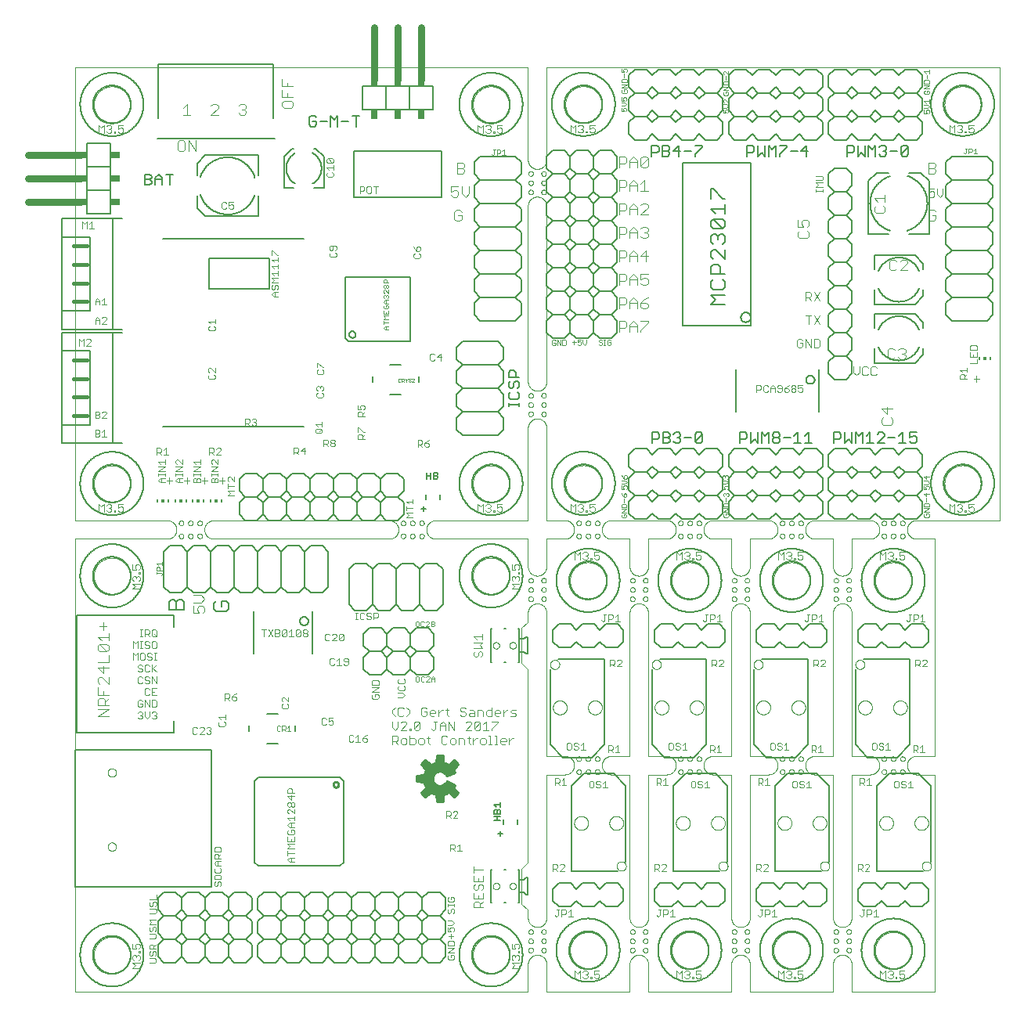
<source format=gto>
G75*
%MOIN*%
%OFA0B0*%
%FSLAX25Y25*%
%IPPOS*%
%LPD*%
%AMOC8*
5,1,8,0,0,1.08239X$1,22.5*
%
%ADD10C,0.00000*%
%ADD11C,0.00600*%
%ADD12C,0.00400*%
%ADD13C,0.00300*%
%ADD14C,0.00200*%
%ADD15C,0.00500*%
%ADD16C,0.00100*%
%ADD17C,0.00700*%
%ADD18C,0.00800*%
%ADD19C,0.01000*%
%ADD20R,0.00591X0.01181*%
%ADD21R,0.01181X0.01181*%
%ADD22C,0.03000*%
%ADD23R,0.02000X0.03000*%
%ADD24R,0.04000X0.03000*%
%ADD25R,0.03000X0.02000*%
%ADD26R,0.03000X0.04000*%
%ADD27C,0.01575*%
D10*
X0031742Y0001800D02*
X0224669Y0001800D01*
X0224669Y0013611D01*
X0224671Y0013735D01*
X0224677Y0013858D01*
X0224686Y0013982D01*
X0224700Y0014104D01*
X0224717Y0014227D01*
X0224739Y0014349D01*
X0224764Y0014470D01*
X0224793Y0014590D01*
X0224825Y0014709D01*
X0224862Y0014828D01*
X0224902Y0014945D01*
X0224945Y0015060D01*
X0224993Y0015175D01*
X0225044Y0015287D01*
X0225098Y0015398D01*
X0225156Y0015508D01*
X0225217Y0015615D01*
X0225282Y0015721D01*
X0225350Y0015824D01*
X0225421Y0015925D01*
X0225495Y0016024D01*
X0225572Y0016121D01*
X0225653Y0016215D01*
X0225736Y0016306D01*
X0225822Y0016395D01*
X0225911Y0016481D01*
X0226002Y0016564D01*
X0226096Y0016645D01*
X0226193Y0016722D01*
X0226292Y0016796D01*
X0226393Y0016867D01*
X0226496Y0016935D01*
X0226602Y0017000D01*
X0226709Y0017061D01*
X0226819Y0017119D01*
X0226930Y0017173D01*
X0227042Y0017224D01*
X0227157Y0017272D01*
X0227272Y0017315D01*
X0227389Y0017355D01*
X0227508Y0017392D01*
X0227627Y0017424D01*
X0227747Y0017453D01*
X0227868Y0017478D01*
X0227990Y0017500D01*
X0228113Y0017517D01*
X0228235Y0017531D01*
X0228359Y0017540D01*
X0228482Y0017546D01*
X0228606Y0017548D01*
X0228730Y0017546D01*
X0228853Y0017540D01*
X0228977Y0017531D01*
X0229099Y0017517D01*
X0229222Y0017500D01*
X0229344Y0017478D01*
X0229465Y0017453D01*
X0229585Y0017424D01*
X0229704Y0017392D01*
X0229823Y0017355D01*
X0229940Y0017315D01*
X0230055Y0017272D01*
X0230170Y0017224D01*
X0230282Y0017173D01*
X0230393Y0017119D01*
X0230503Y0017061D01*
X0230610Y0017000D01*
X0230716Y0016935D01*
X0230819Y0016867D01*
X0230920Y0016796D01*
X0231019Y0016722D01*
X0231116Y0016645D01*
X0231210Y0016564D01*
X0231301Y0016481D01*
X0231390Y0016395D01*
X0231476Y0016306D01*
X0231559Y0016215D01*
X0231640Y0016121D01*
X0231717Y0016024D01*
X0231791Y0015925D01*
X0231862Y0015824D01*
X0231930Y0015721D01*
X0231995Y0015615D01*
X0232056Y0015508D01*
X0232114Y0015398D01*
X0232168Y0015287D01*
X0232219Y0015175D01*
X0232267Y0015060D01*
X0232310Y0014945D01*
X0232350Y0014828D01*
X0232387Y0014709D01*
X0232419Y0014590D01*
X0232448Y0014470D01*
X0232473Y0014349D01*
X0232495Y0014227D01*
X0232512Y0014104D01*
X0232526Y0013982D01*
X0232535Y0013858D01*
X0232541Y0013735D01*
X0232543Y0013611D01*
X0232543Y0001800D01*
X0267976Y0001800D01*
X0267976Y0013611D01*
X0267978Y0013735D01*
X0267984Y0013858D01*
X0267993Y0013982D01*
X0268007Y0014104D01*
X0268024Y0014227D01*
X0268046Y0014349D01*
X0268071Y0014470D01*
X0268100Y0014590D01*
X0268132Y0014709D01*
X0268169Y0014828D01*
X0268209Y0014945D01*
X0268252Y0015060D01*
X0268300Y0015175D01*
X0268351Y0015287D01*
X0268405Y0015398D01*
X0268463Y0015508D01*
X0268524Y0015615D01*
X0268589Y0015721D01*
X0268657Y0015824D01*
X0268728Y0015925D01*
X0268802Y0016024D01*
X0268879Y0016121D01*
X0268960Y0016215D01*
X0269043Y0016306D01*
X0269129Y0016395D01*
X0269218Y0016481D01*
X0269309Y0016564D01*
X0269403Y0016645D01*
X0269500Y0016722D01*
X0269599Y0016796D01*
X0269700Y0016867D01*
X0269803Y0016935D01*
X0269909Y0017000D01*
X0270016Y0017061D01*
X0270126Y0017119D01*
X0270237Y0017173D01*
X0270349Y0017224D01*
X0270464Y0017272D01*
X0270579Y0017315D01*
X0270696Y0017355D01*
X0270815Y0017392D01*
X0270934Y0017424D01*
X0271054Y0017453D01*
X0271175Y0017478D01*
X0271297Y0017500D01*
X0271420Y0017517D01*
X0271542Y0017531D01*
X0271666Y0017540D01*
X0271789Y0017546D01*
X0271913Y0017548D01*
X0272037Y0017546D01*
X0272160Y0017540D01*
X0272284Y0017531D01*
X0272406Y0017517D01*
X0272529Y0017500D01*
X0272651Y0017478D01*
X0272772Y0017453D01*
X0272892Y0017424D01*
X0273011Y0017392D01*
X0273130Y0017355D01*
X0273247Y0017315D01*
X0273362Y0017272D01*
X0273477Y0017224D01*
X0273589Y0017173D01*
X0273700Y0017119D01*
X0273810Y0017061D01*
X0273917Y0017000D01*
X0274023Y0016935D01*
X0274126Y0016867D01*
X0274227Y0016796D01*
X0274326Y0016722D01*
X0274423Y0016645D01*
X0274517Y0016564D01*
X0274608Y0016481D01*
X0274697Y0016395D01*
X0274783Y0016306D01*
X0274866Y0016215D01*
X0274947Y0016121D01*
X0275024Y0016024D01*
X0275098Y0015925D01*
X0275169Y0015824D01*
X0275237Y0015721D01*
X0275302Y0015615D01*
X0275363Y0015508D01*
X0275421Y0015398D01*
X0275475Y0015287D01*
X0275526Y0015175D01*
X0275574Y0015060D01*
X0275617Y0014945D01*
X0275657Y0014828D01*
X0275694Y0014709D01*
X0275726Y0014590D01*
X0275755Y0014470D01*
X0275780Y0014349D01*
X0275802Y0014227D01*
X0275819Y0014104D01*
X0275833Y0013982D01*
X0275842Y0013858D01*
X0275848Y0013735D01*
X0275850Y0013611D01*
X0275850Y0001800D01*
X0311283Y0001800D01*
X0311283Y0013611D01*
X0311285Y0013735D01*
X0311291Y0013858D01*
X0311300Y0013982D01*
X0311314Y0014104D01*
X0311331Y0014227D01*
X0311353Y0014349D01*
X0311378Y0014470D01*
X0311407Y0014590D01*
X0311439Y0014709D01*
X0311476Y0014828D01*
X0311516Y0014945D01*
X0311559Y0015060D01*
X0311607Y0015175D01*
X0311658Y0015287D01*
X0311712Y0015398D01*
X0311770Y0015508D01*
X0311831Y0015615D01*
X0311896Y0015721D01*
X0311964Y0015824D01*
X0312035Y0015925D01*
X0312109Y0016024D01*
X0312186Y0016121D01*
X0312267Y0016215D01*
X0312350Y0016306D01*
X0312436Y0016395D01*
X0312525Y0016481D01*
X0312616Y0016564D01*
X0312710Y0016645D01*
X0312807Y0016722D01*
X0312906Y0016796D01*
X0313007Y0016867D01*
X0313110Y0016935D01*
X0313216Y0017000D01*
X0313323Y0017061D01*
X0313433Y0017119D01*
X0313544Y0017173D01*
X0313656Y0017224D01*
X0313771Y0017272D01*
X0313886Y0017315D01*
X0314003Y0017355D01*
X0314122Y0017392D01*
X0314241Y0017424D01*
X0314361Y0017453D01*
X0314482Y0017478D01*
X0314604Y0017500D01*
X0314727Y0017517D01*
X0314849Y0017531D01*
X0314973Y0017540D01*
X0315096Y0017546D01*
X0315220Y0017548D01*
X0315344Y0017546D01*
X0315467Y0017540D01*
X0315591Y0017531D01*
X0315713Y0017517D01*
X0315836Y0017500D01*
X0315958Y0017478D01*
X0316079Y0017453D01*
X0316199Y0017424D01*
X0316318Y0017392D01*
X0316437Y0017355D01*
X0316554Y0017315D01*
X0316669Y0017272D01*
X0316784Y0017224D01*
X0316896Y0017173D01*
X0317007Y0017119D01*
X0317117Y0017061D01*
X0317224Y0017000D01*
X0317330Y0016935D01*
X0317433Y0016867D01*
X0317534Y0016796D01*
X0317633Y0016722D01*
X0317730Y0016645D01*
X0317824Y0016564D01*
X0317915Y0016481D01*
X0318004Y0016395D01*
X0318090Y0016306D01*
X0318173Y0016215D01*
X0318254Y0016121D01*
X0318331Y0016024D01*
X0318405Y0015925D01*
X0318476Y0015824D01*
X0318544Y0015721D01*
X0318609Y0015615D01*
X0318670Y0015508D01*
X0318728Y0015398D01*
X0318782Y0015287D01*
X0318833Y0015175D01*
X0318881Y0015060D01*
X0318924Y0014945D01*
X0318964Y0014828D01*
X0319001Y0014709D01*
X0319033Y0014590D01*
X0319062Y0014470D01*
X0319087Y0014349D01*
X0319109Y0014227D01*
X0319126Y0014104D01*
X0319140Y0013982D01*
X0319149Y0013858D01*
X0319155Y0013735D01*
X0319157Y0013611D01*
X0319157Y0001800D01*
X0354590Y0001800D01*
X0354590Y0013611D01*
X0354592Y0013735D01*
X0354598Y0013858D01*
X0354607Y0013982D01*
X0354621Y0014104D01*
X0354638Y0014227D01*
X0354660Y0014349D01*
X0354685Y0014470D01*
X0354714Y0014590D01*
X0354746Y0014709D01*
X0354783Y0014828D01*
X0354823Y0014945D01*
X0354866Y0015060D01*
X0354914Y0015175D01*
X0354965Y0015287D01*
X0355019Y0015398D01*
X0355077Y0015508D01*
X0355138Y0015615D01*
X0355203Y0015721D01*
X0355271Y0015824D01*
X0355342Y0015925D01*
X0355416Y0016024D01*
X0355493Y0016121D01*
X0355574Y0016215D01*
X0355657Y0016306D01*
X0355743Y0016395D01*
X0355832Y0016481D01*
X0355923Y0016564D01*
X0356017Y0016645D01*
X0356114Y0016722D01*
X0356213Y0016796D01*
X0356314Y0016867D01*
X0356417Y0016935D01*
X0356523Y0017000D01*
X0356630Y0017061D01*
X0356740Y0017119D01*
X0356851Y0017173D01*
X0356963Y0017224D01*
X0357078Y0017272D01*
X0357193Y0017315D01*
X0357310Y0017355D01*
X0357429Y0017392D01*
X0357548Y0017424D01*
X0357668Y0017453D01*
X0357789Y0017478D01*
X0357911Y0017500D01*
X0358034Y0017517D01*
X0358156Y0017531D01*
X0358280Y0017540D01*
X0358403Y0017546D01*
X0358527Y0017548D01*
X0358651Y0017546D01*
X0358774Y0017540D01*
X0358898Y0017531D01*
X0359020Y0017517D01*
X0359143Y0017500D01*
X0359265Y0017478D01*
X0359386Y0017453D01*
X0359506Y0017424D01*
X0359625Y0017392D01*
X0359744Y0017355D01*
X0359861Y0017315D01*
X0359976Y0017272D01*
X0360091Y0017224D01*
X0360203Y0017173D01*
X0360314Y0017119D01*
X0360424Y0017061D01*
X0360531Y0017000D01*
X0360637Y0016935D01*
X0360740Y0016867D01*
X0360841Y0016796D01*
X0360940Y0016722D01*
X0361037Y0016645D01*
X0361131Y0016564D01*
X0361222Y0016481D01*
X0361311Y0016395D01*
X0361397Y0016306D01*
X0361480Y0016215D01*
X0361561Y0016121D01*
X0361638Y0016024D01*
X0361712Y0015925D01*
X0361783Y0015824D01*
X0361851Y0015721D01*
X0361916Y0015615D01*
X0361977Y0015508D01*
X0362035Y0015398D01*
X0362089Y0015287D01*
X0362140Y0015175D01*
X0362188Y0015060D01*
X0362231Y0014945D01*
X0362271Y0014828D01*
X0362308Y0014709D01*
X0362340Y0014590D01*
X0362369Y0014470D01*
X0362394Y0014349D01*
X0362416Y0014227D01*
X0362433Y0014104D01*
X0362447Y0013982D01*
X0362456Y0013858D01*
X0362462Y0013735D01*
X0362464Y0013611D01*
X0362464Y0001800D01*
X0397897Y0001800D01*
X0397897Y0094320D01*
X0390023Y0094320D01*
X0389899Y0094322D01*
X0389776Y0094328D01*
X0389652Y0094337D01*
X0389530Y0094351D01*
X0389407Y0094368D01*
X0389285Y0094390D01*
X0389164Y0094415D01*
X0389044Y0094444D01*
X0388925Y0094476D01*
X0388806Y0094513D01*
X0388689Y0094553D01*
X0388574Y0094596D01*
X0388459Y0094644D01*
X0388347Y0094695D01*
X0388236Y0094749D01*
X0388126Y0094807D01*
X0388019Y0094868D01*
X0387913Y0094933D01*
X0387810Y0095001D01*
X0387709Y0095072D01*
X0387610Y0095146D01*
X0387513Y0095223D01*
X0387419Y0095304D01*
X0387328Y0095387D01*
X0387239Y0095473D01*
X0387153Y0095562D01*
X0387070Y0095653D01*
X0386989Y0095747D01*
X0386912Y0095844D01*
X0386838Y0095943D01*
X0386767Y0096044D01*
X0386699Y0096147D01*
X0386634Y0096253D01*
X0386573Y0096360D01*
X0386515Y0096470D01*
X0386461Y0096581D01*
X0386410Y0096693D01*
X0386362Y0096808D01*
X0386319Y0096923D01*
X0386279Y0097040D01*
X0386242Y0097159D01*
X0386210Y0097278D01*
X0386181Y0097398D01*
X0386156Y0097519D01*
X0386134Y0097641D01*
X0386117Y0097764D01*
X0386103Y0097886D01*
X0386094Y0098010D01*
X0386088Y0098133D01*
X0386086Y0098257D01*
X0386088Y0098381D01*
X0386094Y0098504D01*
X0386103Y0098628D01*
X0386117Y0098750D01*
X0386134Y0098873D01*
X0386156Y0098995D01*
X0386181Y0099116D01*
X0386210Y0099236D01*
X0386242Y0099355D01*
X0386279Y0099474D01*
X0386319Y0099591D01*
X0386362Y0099706D01*
X0386410Y0099821D01*
X0386461Y0099933D01*
X0386515Y0100044D01*
X0386573Y0100154D01*
X0386634Y0100261D01*
X0386699Y0100367D01*
X0386767Y0100470D01*
X0386838Y0100571D01*
X0386912Y0100670D01*
X0386989Y0100767D01*
X0387070Y0100861D01*
X0387153Y0100952D01*
X0387239Y0101041D01*
X0387328Y0101127D01*
X0387419Y0101210D01*
X0387513Y0101291D01*
X0387610Y0101368D01*
X0387709Y0101442D01*
X0387810Y0101513D01*
X0387913Y0101581D01*
X0388019Y0101646D01*
X0388126Y0101707D01*
X0388236Y0101765D01*
X0388347Y0101819D01*
X0388459Y0101870D01*
X0388574Y0101918D01*
X0388689Y0101961D01*
X0388806Y0102001D01*
X0388925Y0102038D01*
X0389044Y0102070D01*
X0389164Y0102099D01*
X0389285Y0102124D01*
X0389407Y0102146D01*
X0389530Y0102163D01*
X0389652Y0102177D01*
X0389776Y0102186D01*
X0389899Y0102192D01*
X0390023Y0102194D01*
X0397897Y0102194D01*
X0397897Y0194713D01*
X0390023Y0194713D01*
X0389899Y0194715D01*
X0389776Y0194721D01*
X0389652Y0194730D01*
X0389530Y0194744D01*
X0389407Y0194761D01*
X0389285Y0194783D01*
X0389164Y0194808D01*
X0389044Y0194837D01*
X0388925Y0194869D01*
X0388806Y0194906D01*
X0388689Y0194946D01*
X0388574Y0194989D01*
X0388459Y0195037D01*
X0388347Y0195088D01*
X0388236Y0195142D01*
X0388126Y0195200D01*
X0388019Y0195261D01*
X0387913Y0195326D01*
X0387810Y0195394D01*
X0387709Y0195465D01*
X0387610Y0195539D01*
X0387513Y0195616D01*
X0387419Y0195697D01*
X0387328Y0195780D01*
X0387239Y0195866D01*
X0387153Y0195955D01*
X0387070Y0196046D01*
X0386989Y0196140D01*
X0386912Y0196237D01*
X0386838Y0196336D01*
X0386767Y0196437D01*
X0386699Y0196540D01*
X0386634Y0196646D01*
X0386573Y0196753D01*
X0386515Y0196863D01*
X0386461Y0196974D01*
X0386410Y0197086D01*
X0386362Y0197201D01*
X0386319Y0197316D01*
X0386279Y0197433D01*
X0386242Y0197552D01*
X0386210Y0197671D01*
X0386181Y0197791D01*
X0386156Y0197912D01*
X0386134Y0198034D01*
X0386117Y0198157D01*
X0386103Y0198279D01*
X0386094Y0198403D01*
X0386088Y0198526D01*
X0386086Y0198650D01*
X0386088Y0198774D01*
X0386094Y0198897D01*
X0386103Y0199021D01*
X0386117Y0199143D01*
X0386134Y0199266D01*
X0386156Y0199388D01*
X0386181Y0199509D01*
X0386210Y0199629D01*
X0386242Y0199748D01*
X0386279Y0199867D01*
X0386319Y0199984D01*
X0386362Y0200099D01*
X0386410Y0200214D01*
X0386461Y0200326D01*
X0386515Y0200437D01*
X0386573Y0200547D01*
X0386634Y0200654D01*
X0386699Y0200760D01*
X0386767Y0200863D01*
X0386838Y0200964D01*
X0386912Y0201063D01*
X0386989Y0201160D01*
X0387070Y0201254D01*
X0387153Y0201345D01*
X0387239Y0201434D01*
X0387328Y0201520D01*
X0387419Y0201603D01*
X0387513Y0201684D01*
X0387610Y0201761D01*
X0387709Y0201835D01*
X0387810Y0201906D01*
X0387913Y0201974D01*
X0388019Y0202039D01*
X0388126Y0202100D01*
X0388236Y0202158D01*
X0388347Y0202212D01*
X0388459Y0202263D01*
X0388574Y0202311D01*
X0388689Y0202354D01*
X0388806Y0202394D01*
X0388925Y0202431D01*
X0389044Y0202463D01*
X0389164Y0202492D01*
X0389285Y0202517D01*
X0389407Y0202539D01*
X0389530Y0202556D01*
X0389652Y0202570D01*
X0389776Y0202579D01*
X0389899Y0202585D01*
X0390023Y0202587D01*
X0425456Y0202587D01*
X0425456Y0395501D01*
X0232543Y0395501D01*
X0232543Y0356131D01*
X0232541Y0356007D01*
X0232535Y0355884D01*
X0232526Y0355760D01*
X0232512Y0355638D01*
X0232495Y0355515D01*
X0232473Y0355393D01*
X0232448Y0355272D01*
X0232419Y0355152D01*
X0232387Y0355033D01*
X0232350Y0354914D01*
X0232310Y0354797D01*
X0232267Y0354682D01*
X0232219Y0354567D01*
X0232168Y0354455D01*
X0232114Y0354344D01*
X0232056Y0354234D01*
X0231995Y0354127D01*
X0231930Y0354021D01*
X0231862Y0353918D01*
X0231791Y0353817D01*
X0231717Y0353718D01*
X0231640Y0353621D01*
X0231559Y0353527D01*
X0231476Y0353436D01*
X0231390Y0353347D01*
X0231301Y0353261D01*
X0231210Y0353178D01*
X0231116Y0353097D01*
X0231019Y0353020D01*
X0230920Y0352946D01*
X0230819Y0352875D01*
X0230716Y0352807D01*
X0230610Y0352742D01*
X0230503Y0352681D01*
X0230393Y0352623D01*
X0230282Y0352569D01*
X0230170Y0352518D01*
X0230055Y0352470D01*
X0229940Y0352427D01*
X0229823Y0352387D01*
X0229704Y0352350D01*
X0229585Y0352318D01*
X0229465Y0352289D01*
X0229344Y0352264D01*
X0229222Y0352242D01*
X0229099Y0352225D01*
X0228977Y0352211D01*
X0228853Y0352202D01*
X0228730Y0352196D01*
X0228606Y0352194D01*
X0228482Y0352196D01*
X0228359Y0352202D01*
X0228235Y0352211D01*
X0228113Y0352225D01*
X0227990Y0352242D01*
X0227868Y0352264D01*
X0227747Y0352289D01*
X0227627Y0352318D01*
X0227508Y0352350D01*
X0227389Y0352387D01*
X0227272Y0352427D01*
X0227157Y0352470D01*
X0227042Y0352518D01*
X0226930Y0352569D01*
X0226819Y0352623D01*
X0226709Y0352681D01*
X0226602Y0352742D01*
X0226496Y0352807D01*
X0226393Y0352875D01*
X0226292Y0352946D01*
X0226193Y0353020D01*
X0226096Y0353097D01*
X0226002Y0353178D01*
X0225911Y0353261D01*
X0225822Y0353347D01*
X0225736Y0353436D01*
X0225653Y0353527D01*
X0225572Y0353621D01*
X0225495Y0353718D01*
X0225421Y0353817D01*
X0225350Y0353918D01*
X0225282Y0354021D01*
X0225217Y0354127D01*
X0225156Y0354234D01*
X0225098Y0354344D01*
X0225044Y0354455D01*
X0224993Y0354567D01*
X0224945Y0354682D01*
X0224902Y0354797D01*
X0224862Y0354914D01*
X0224825Y0355033D01*
X0224793Y0355152D01*
X0224764Y0355272D01*
X0224739Y0355393D01*
X0224717Y0355515D01*
X0224700Y0355638D01*
X0224686Y0355760D01*
X0224677Y0355884D01*
X0224671Y0356007D01*
X0224669Y0356131D01*
X0224669Y0395439D01*
X0031756Y0395439D01*
X0031756Y0202526D01*
X0071126Y0202526D01*
X0071250Y0202524D01*
X0071374Y0202518D01*
X0071497Y0202508D01*
X0071620Y0202495D01*
X0071743Y0202477D01*
X0071865Y0202455D01*
X0071987Y0202430D01*
X0072107Y0202401D01*
X0072226Y0202368D01*
X0072345Y0202331D01*
X0072462Y0202290D01*
X0072578Y0202246D01*
X0072692Y0202198D01*
X0072805Y0202147D01*
X0072916Y0202092D01*
X0073025Y0202033D01*
X0073132Y0201971D01*
X0073238Y0201906D01*
X0073341Y0201837D01*
X0073442Y0201765D01*
X0073541Y0201690D01*
X0073637Y0201612D01*
X0073730Y0201531D01*
X0073821Y0201447D01*
X0073910Y0201360D01*
X0073995Y0201270D01*
X0074078Y0201178D01*
X0074158Y0201083D01*
X0074234Y0200986D01*
X0074308Y0200886D01*
X0074378Y0200784D01*
X0074445Y0200679D01*
X0074509Y0200573D01*
X0074569Y0200465D01*
X0074626Y0200355D01*
X0074679Y0200243D01*
X0074729Y0200129D01*
X0074775Y0200014D01*
X0074817Y0199898D01*
X0074856Y0199780D01*
X0074891Y0199661D01*
X0074922Y0199541D01*
X0074949Y0199420D01*
X0074973Y0199298D01*
X0074992Y0199176D01*
X0075008Y0199053D01*
X0075020Y0198930D01*
X0075028Y0198806D01*
X0075032Y0198682D01*
X0075032Y0198558D01*
X0075028Y0198434D01*
X0075020Y0198310D01*
X0075008Y0198187D01*
X0074992Y0198064D01*
X0074973Y0197942D01*
X0074949Y0197820D01*
X0074922Y0197699D01*
X0074891Y0197579D01*
X0074856Y0197460D01*
X0074817Y0197342D01*
X0074775Y0197226D01*
X0074729Y0197111D01*
X0074679Y0196997D01*
X0074626Y0196885D01*
X0074569Y0196775D01*
X0074509Y0196667D01*
X0074445Y0196561D01*
X0074378Y0196456D01*
X0074308Y0196354D01*
X0074234Y0196254D01*
X0074158Y0196157D01*
X0074078Y0196062D01*
X0073995Y0195970D01*
X0073910Y0195880D01*
X0073821Y0195793D01*
X0073730Y0195709D01*
X0073637Y0195628D01*
X0073541Y0195550D01*
X0073442Y0195475D01*
X0073341Y0195403D01*
X0073238Y0195334D01*
X0073132Y0195269D01*
X0073025Y0195207D01*
X0072916Y0195148D01*
X0072805Y0195093D01*
X0072692Y0195042D01*
X0072578Y0194994D01*
X0072462Y0194950D01*
X0072345Y0194909D01*
X0072226Y0194872D01*
X0072107Y0194839D01*
X0071987Y0194810D01*
X0071865Y0194785D01*
X0071743Y0194763D01*
X0071620Y0194745D01*
X0071497Y0194732D01*
X0071374Y0194722D01*
X0071250Y0194716D01*
X0071126Y0194714D01*
X0071126Y0194713D02*
X0031742Y0194713D01*
X0031742Y0001800D01*
X0039813Y0017548D02*
X0039815Y0017736D01*
X0039822Y0017925D01*
X0039834Y0018113D01*
X0039850Y0018300D01*
X0039871Y0018488D01*
X0039896Y0018674D01*
X0039926Y0018860D01*
X0039961Y0019046D01*
X0040000Y0019230D01*
X0040043Y0019413D01*
X0040091Y0019596D01*
X0040144Y0019777D01*
X0040200Y0019956D01*
X0040262Y0020134D01*
X0040327Y0020311D01*
X0040397Y0020486D01*
X0040472Y0020659D01*
X0040550Y0020830D01*
X0040633Y0021000D01*
X0040719Y0021167D01*
X0040810Y0021332D01*
X0040905Y0021495D01*
X0041004Y0021655D01*
X0041107Y0021813D01*
X0041213Y0021968D01*
X0041324Y0022121D01*
X0041438Y0022271D01*
X0041556Y0022418D01*
X0041677Y0022562D01*
X0041802Y0022704D01*
X0041930Y0022842D01*
X0042062Y0022976D01*
X0042196Y0023108D01*
X0042334Y0023236D01*
X0042476Y0023361D01*
X0042620Y0023482D01*
X0042767Y0023600D01*
X0042917Y0023714D01*
X0043070Y0023825D01*
X0043225Y0023931D01*
X0043383Y0024034D01*
X0043543Y0024133D01*
X0043706Y0024228D01*
X0043871Y0024319D01*
X0044038Y0024405D01*
X0044208Y0024488D01*
X0044379Y0024566D01*
X0044552Y0024641D01*
X0044727Y0024711D01*
X0044904Y0024776D01*
X0045082Y0024838D01*
X0045261Y0024894D01*
X0045442Y0024947D01*
X0045625Y0024995D01*
X0045808Y0025038D01*
X0045992Y0025077D01*
X0046178Y0025112D01*
X0046364Y0025142D01*
X0046550Y0025167D01*
X0046738Y0025188D01*
X0046925Y0025204D01*
X0047113Y0025216D01*
X0047302Y0025223D01*
X0047490Y0025225D01*
X0047678Y0025223D01*
X0047867Y0025216D01*
X0048055Y0025204D01*
X0048242Y0025188D01*
X0048430Y0025167D01*
X0048616Y0025142D01*
X0048802Y0025112D01*
X0048988Y0025077D01*
X0049172Y0025038D01*
X0049355Y0024995D01*
X0049538Y0024947D01*
X0049719Y0024894D01*
X0049898Y0024838D01*
X0050076Y0024776D01*
X0050253Y0024711D01*
X0050428Y0024641D01*
X0050601Y0024566D01*
X0050772Y0024488D01*
X0050942Y0024405D01*
X0051109Y0024319D01*
X0051274Y0024228D01*
X0051437Y0024133D01*
X0051597Y0024034D01*
X0051755Y0023931D01*
X0051910Y0023825D01*
X0052063Y0023714D01*
X0052213Y0023600D01*
X0052360Y0023482D01*
X0052504Y0023361D01*
X0052646Y0023236D01*
X0052784Y0023108D01*
X0052918Y0022976D01*
X0053050Y0022842D01*
X0053178Y0022704D01*
X0053303Y0022562D01*
X0053424Y0022418D01*
X0053542Y0022271D01*
X0053656Y0022121D01*
X0053767Y0021968D01*
X0053873Y0021813D01*
X0053976Y0021655D01*
X0054075Y0021495D01*
X0054170Y0021332D01*
X0054261Y0021167D01*
X0054347Y0021000D01*
X0054430Y0020830D01*
X0054508Y0020659D01*
X0054583Y0020486D01*
X0054653Y0020311D01*
X0054718Y0020134D01*
X0054780Y0019956D01*
X0054836Y0019777D01*
X0054889Y0019596D01*
X0054937Y0019413D01*
X0054980Y0019230D01*
X0055019Y0019046D01*
X0055054Y0018860D01*
X0055084Y0018674D01*
X0055109Y0018488D01*
X0055130Y0018300D01*
X0055146Y0018113D01*
X0055158Y0017925D01*
X0055165Y0017736D01*
X0055167Y0017548D01*
X0055165Y0017360D01*
X0055158Y0017171D01*
X0055146Y0016983D01*
X0055130Y0016796D01*
X0055109Y0016608D01*
X0055084Y0016422D01*
X0055054Y0016236D01*
X0055019Y0016050D01*
X0054980Y0015866D01*
X0054937Y0015683D01*
X0054889Y0015500D01*
X0054836Y0015319D01*
X0054780Y0015140D01*
X0054718Y0014962D01*
X0054653Y0014785D01*
X0054583Y0014610D01*
X0054508Y0014437D01*
X0054430Y0014266D01*
X0054347Y0014096D01*
X0054261Y0013929D01*
X0054170Y0013764D01*
X0054075Y0013601D01*
X0053976Y0013441D01*
X0053873Y0013283D01*
X0053767Y0013128D01*
X0053656Y0012975D01*
X0053542Y0012825D01*
X0053424Y0012678D01*
X0053303Y0012534D01*
X0053178Y0012392D01*
X0053050Y0012254D01*
X0052918Y0012120D01*
X0052784Y0011988D01*
X0052646Y0011860D01*
X0052504Y0011735D01*
X0052360Y0011614D01*
X0052213Y0011496D01*
X0052063Y0011382D01*
X0051910Y0011271D01*
X0051755Y0011165D01*
X0051597Y0011062D01*
X0051437Y0010963D01*
X0051274Y0010868D01*
X0051109Y0010777D01*
X0050942Y0010691D01*
X0050772Y0010608D01*
X0050601Y0010530D01*
X0050428Y0010455D01*
X0050253Y0010385D01*
X0050076Y0010320D01*
X0049898Y0010258D01*
X0049719Y0010202D01*
X0049538Y0010149D01*
X0049355Y0010101D01*
X0049172Y0010058D01*
X0048988Y0010019D01*
X0048802Y0009984D01*
X0048616Y0009954D01*
X0048430Y0009929D01*
X0048242Y0009908D01*
X0048055Y0009892D01*
X0047867Y0009880D01*
X0047678Y0009873D01*
X0047490Y0009871D01*
X0047302Y0009873D01*
X0047113Y0009880D01*
X0046925Y0009892D01*
X0046738Y0009908D01*
X0046550Y0009929D01*
X0046364Y0009954D01*
X0046178Y0009984D01*
X0045992Y0010019D01*
X0045808Y0010058D01*
X0045625Y0010101D01*
X0045442Y0010149D01*
X0045261Y0010202D01*
X0045082Y0010258D01*
X0044904Y0010320D01*
X0044727Y0010385D01*
X0044552Y0010455D01*
X0044379Y0010530D01*
X0044208Y0010608D01*
X0044038Y0010691D01*
X0043871Y0010777D01*
X0043706Y0010868D01*
X0043543Y0010963D01*
X0043383Y0011062D01*
X0043225Y0011165D01*
X0043070Y0011271D01*
X0042917Y0011382D01*
X0042767Y0011496D01*
X0042620Y0011614D01*
X0042476Y0011735D01*
X0042334Y0011860D01*
X0042196Y0011988D01*
X0042062Y0012120D01*
X0041930Y0012254D01*
X0041802Y0012392D01*
X0041677Y0012534D01*
X0041556Y0012678D01*
X0041438Y0012825D01*
X0041324Y0012975D01*
X0041213Y0013128D01*
X0041107Y0013283D01*
X0041004Y0013441D01*
X0040905Y0013601D01*
X0040810Y0013764D01*
X0040719Y0013929D01*
X0040633Y0014096D01*
X0040550Y0014266D01*
X0040472Y0014437D01*
X0040397Y0014610D01*
X0040327Y0014785D01*
X0040262Y0014962D01*
X0040200Y0015140D01*
X0040144Y0015319D01*
X0040091Y0015500D01*
X0040043Y0015683D01*
X0040000Y0015866D01*
X0039961Y0016050D01*
X0039926Y0016236D01*
X0039896Y0016422D01*
X0039871Y0016608D01*
X0039850Y0016796D01*
X0039834Y0016983D01*
X0039822Y0017171D01*
X0039815Y0017360D01*
X0039813Y0017548D01*
X0045758Y0063611D02*
X0045760Y0063695D01*
X0045766Y0063778D01*
X0045776Y0063861D01*
X0045790Y0063944D01*
X0045807Y0064026D01*
X0045829Y0064107D01*
X0045854Y0064186D01*
X0045883Y0064265D01*
X0045916Y0064342D01*
X0045952Y0064417D01*
X0045992Y0064491D01*
X0046035Y0064563D01*
X0046082Y0064632D01*
X0046132Y0064699D01*
X0046185Y0064764D01*
X0046241Y0064826D01*
X0046299Y0064886D01*
X0046361Y0064943D01*
X0046425Y0064996D01*
X0046492Y0065047D01*
X0046561Y0065094D01*
X0046632Y0065139D01*
X0046705Y0065179D01*
X0046780Y0065216D01*
X0046857Y0065250D01*
X0046935Y0065280D01*
X0047014Y0065306D01*
X0047095Y0065329D01*
X0047177Y0065347D01*
X0047259Y0065362D01*
X0047342Y0065373D01*
X0047425Y0065380D01*
X0047509Y0065383D01*
X0047593Y0065382D01*
X0047676Y0065377D01*
X0047760Y0065368D01*
X0047842Y0065355D01*
X0047924Y0065339D01*
X0048005Y0065318D01*
X0048086Y0065294D01*
X0048164Y0065266D01*
X0048242Y0065234D01*
X0048318Y0065198D01*
X0048392Y0065159D01*
X0048464Y0065117D01*
X0048534Y0065071D01*
X0048602Y0065022D01*
X0048667Y0064970D01*
X0048730Y0064915D01*
X0048790Y0064857D01*
X0048848Y0064796D01*
X0048902Y0064732D01*
X0048954Y0064666D01*
X0049002Y0064598D01*
X0049047Y0064527D01*
X0049088Y0064454D01*
X0049127Y0064380D01*
X0049161Y0064304D01*
X0049192Y0064226D01*
X0049219Y0064147D01*
X0049243Y0064066D01*
X0049262Y0063985D01*
X0049278Y0063903D01*
X0049290Y0063820D01*
X0049298Y0063736D01*
X0049302Y0063653D01*
X0049302Y0063569D01*
X0049298Y0063486D01*
X0049290Y0063402D01*
X0049278Y0063319D01*
X0049262Y0063237D01*
X0049243Y0063156D01*
X0049219Y0063075D01*
X0049192Y0062996D01*
X0049161Y0062918D01*
X0049127Y0062842D01*
X0049088Y0062768D01*
X0049047Y0062695D01*
X0049002Y0062624D01*
X0048954Y0062556D01*
X0048902Y0062490D01*
X0048848Y0062426D01*
X0048790Y0062365D01*
X0048730Y0062307D01*
X0048667Y0062252D01*
X0048602Y0062200D01*
X0048534Y0062151D01*
X0048464Y0062105D01*
X0048392Y0062063D01*
X0048318Y0062024D01*
X0048242Y0061988D01*
X0048164Y0061956D01*
X0048086Y0061928D01*
X0048005Y0061904D01*
X0047924Y0061883D01*
X0047842Y0061867D01*
X0047760Y0061854D01*
X0047676Y0061845D01*
X0047593Y0061840D01*
X0047509Y0061839D01*
X0047425Y0061842D01*
X0047342Y0061849D01*
X0047259Y0061860D01*
X0047177Y0061875D01*
X0047095Y0061893D01*
X0047014Y0061916D01*
X0046935Y0061942D01*
X0046857Y0061972D01*
X0046780Y0062006D01*
X0046705Y0062043D01*
X0046632Y0062083D01*
X0046561Y0062128D01*
X0046492Y0062175D01*
X0046425Y0062226D01*
X0046361Y0062279D01*
X0046299Y0062336D01*
X0046241Y0062396D01*
X0046185Y0062458D01*
X0046132Y0062523D01*
X0046082Y0062590D01*
X0046035Y0062659D01*
X0045992Y0062731D01*
X0045952Y0062805D01*
X0045916Y0062880D01*
X0045883Y0062957D01*
X0045854Y0063036D01*
X0045829Y0063115D01*
X0045807Y0063196D01*
X0045790Y0063278D01*
X0045776Y0063361D01*
X0045766Y0063444D01*
X0045760Y0063527D01*
X0045758Y0063611D01*
X0045758Y0095107D02*
X0045760Y0095191D01*
X0045766Y0095274D01*
X0045776Y0095357D01*
X0045790Y0095440D01*
X0045807Y0095522D01*
X0045829Y0095603D01*
X0045854Y0095682D01*
X0045883Y0095761D01*
X0045916Y0095838D01*
X0045952Y0095913D01*
X0045992Y0095987D01*
X0046035Y0096059D01*
X0046082Y0096128D01*
X0046132Y0096195D01*
X0046185Y0096260D01*
X0046241Y0096322D01*
X0046299Y0096382D01*
X0046361Y0096439D01*
X0046425Y0096492D01*
X0046492Y0096543D01*
X0046561Y0096590D01*
X0046632Y0096635D01*
X0046705Y0096675D01*
X0046780Y0096712D01*
X0046857Y0096746D01*
X0046935Y0096776D01*
X0047014Y0096802D01*
X0047095Y0096825D01*
X0047177Y0096843D01*
X0047259Y0096858D01*
X0047342Y0096869D01*
X0047425Y0096876D01*
X0047509Y0096879D01*
X0047593Y0096878D01*
X0047676Y0096873D01*
X0047760Y0096864D01*
X0047842Y0096851D01*
X0047924Y0096835D01*
X0048005Y0096814D01*
X0048086Y0096790D01*
X0048164Y0096762D01*
X0048242Y0096730D01*
X0048318Y0096694D01*
X0048392Y0096655D01*
X0048464Y0096613D01*
X0048534Y0096567D01*
X0048602Y0096518D01*
X0048667Y0096466D01*
X0048730Y0096411D01*
X0048790Y0096353D01*
X0048848Y0096292D01*
X0048902Y0096228D01*
X0048954Y0096162D01*
X0049002Y0096094D01*
X0049047Y0096023D01*
X0049088Y0095950D01*
X0049127Y0095876D01*
X0049161Y0095800D01*
X0049192Y0095722D01*
X0049219Y0095643D01*
X0049243Y0095562D01*
X0049262Y0095481D01*
X0049278Y0095399D01*
X0049290Y0095316D01*
X0049298Y0095232D01*
X0049302Y0095149D01*
X0049302Y0095065D01*
X0049298Y0094982D01*
X0049290Y0094898D01*
X0049278Y0094815D01*
X0049262Y0094733D01*
X0049243Y0094652D01*
X0049219Y0094571D01*
X0049192Y0094492D01*
X0049161Y0094414D01*
X0049127Y0094338D01*
X0049088Y0094264D01*
X0049047Y0094191D01*
X0049002Y0094120D01*
X0048954Y0094052D01*
X0048902Y0093986D01*
X0048848Y0093922D01*
X0048790Y0093861D01*
X0048730Y0093803D01*
X0048667Y0093748D01*
X0048602Y0093696D01*
X0048534Y0093647D01*
X0048464Y0093601D01*
X0048392Y0093559D01*
X0048318Y0093520D01*
X0048242Y0093484D01*
X0048164Y0093452D01*
X0048086Y0093424D01*
X0048005Y0093400D01*
X0047924Y0093379D01*
X0047842Y0093363D01*
X0047760Y0093350D01*
X0047676Y0093341D01*
X0047593Y0093336D01*
X0047509Y0093335D01*
X0047425Y0093338D01*
X0047342Y0093345D01*
X0047259Y0093356D01*
X0047177Y0093371D01*
X0047095Y0093389D01*
X0047014Y0093412D01*
X0046935Y0093438D01*
X0046857Y0093468D01*
X0046780Y0093502D01*
X0046705Y0093539D01*
X0046632Y0093579D01*
X0046561Y0093624D01*
X0046492Y0093671D01*
X0046425Y0093722D01*
X0046361Y0093775D01*
X0046299Y0093832D01*
X0046241Y0093892D01*
X0046185Y0093954D01*
X0046132Y0094019D01*
X0046082Y0094086D01*
X0046035Y0094155D01*
X0045992Y0094227D01*
X0045952Y0094301D01*
X0045916Y0094376D01*
X0045883Y0094453D01*
X0045854Y0094532D01*
X0045829Y0094611D01*
X0045807Y0094692D01*
X0045790Y0094774D01*
X0045776Y0094857D01*
X0045766Y0094940D01*
X0045760Y0095023D01*
X0045758Y0095107D01*
X0039813Y0178965D02*
X0039815Y0179153D01*
X0039822Y0179342D01*
X0039834Y0179530D01*
X0039850Y0179717D01*
X0039871Y0179905D01*
X0039896Y0180091D01*
X0039926Y0180277D01*
X0039961Y0180463D01*
X0040000Y0180647D01*
X0040043Y0180830D01*
X0040091Y0181013D01*
X0040144Y0181194D01*
X0040200Y0181373D01*
X0040262Y0181551D01*
X0040327Y0181728D01*
X0040397Y0181903D01*
X0040472Y0182076D01*
X0040550Y0182247D01*
X0040633Y0182417D01*
X0040719Y0182584D01*
X0040810Y0182749D01*
X0040905Y0182912D01*
X0041004Y0183072D01*
X0041107Y0183230D01*
X0041213Y0183385D01*
X0041324Y0183538D01*
X0041438Y0183688D01*
X0041556Y0183835D01*
X0041677Y0183979D01*
X0041802Y0184121D01*
X0041930Y0184259D01*
X0042062Y0184393D01*
X0042196Y0184525D01*
X0042334Y0184653D01*
X0042476Y0184778D01*
X0042620Y0184899D01*
X0042767Y0185017D01*
X0042917Y0185131D01*
X0043070Y0185242D01*
X0043225Y0185348D01*
X0043383Y0185451D01*
X0043543Y0185550D01*
X0043706Y0185645D01*
X0043871Y0185736D01*
X0044038Y0185822D01*
X0044208Y0185905D01*
X0044379Y0185983D01*
X0044552Y0186058D01*
X0044727Y0186128D01*
X0044904Y0186193D01*
X0045082Y0186255D01*
X0045261Y0186311D01*
X0045442Y0186364D01*
X0045625Y0186412D01*
X0045808Y0186455D01*
X0045992Y0186494D01*
X0046178Y0186529D01*
X0046364Y0186559D01*
X0046550Y0186584D01*
X0046738Y0186605D01*
X0046925Y0186621D01*
X0047113Y0186633D01*
X0047302Y0186640D01*
X0047490Y0186642D01*
X0047678Y0186640D01*
X0047867Y0186633D01*
X0048055Y0186621D01*
X0048242Y0186605D01*
X0048430Y0186584D01*
X0048616Y0186559D01*
X0048802Y0186529D01*
X0048988Y0186494D01*
X0049172Y0186455D01*
X0049355Y0186412D01*
X0049538Y0186364D01*
X0049719Y0186311D01*
X0049898Y0186255D01*
X0050076Y0186193D01*
X0050253Y0186128D01*
X0050428Y0186058D01*
X0050601Y0185983D01*
X0050772Y0185905D01*
X0050942Y0185822D01*
X0051109Y0185736D01*
X0051274Y0185645D01*
X0051437Y0185550D01*
X0051597Y0185451D01*
X0051755Y0185348D01*
X0051910Y0185242D01*
X0052063Y0185131D01*
X0052213Y0185017D01*
X0052360Y0184899D01*
X0052504Y0184778D01*
X0052646Y0184653D01*
X0052784Y0184525D01*
X0052918Y0184393D01*
X0053050Y0184259D01*
X0053178Y0184121D01*
X0053303Y0183979D01*
X0053424Y0183835D01*
X0053542Y0183688D01*
X0053656Y0183538D01*
X0053767Y0183385D01*
X0053873Y0183230D01*
X0053976Y0183072D01*
X0054075Y0182912D01*
X0054170Y0182749D01*
X0054261Y0182584D01*
X0054347Y0182417D01*
X0054430Y0182247D01*
X0054508Y0182076D01*
X0054583Y0181903D01*
X0054653Y0181728D01*
X0054718Y0181551D01*
X0054780Y0181373D01*
X0054836Y0181194D01*
X0054889Y0181013D01*
X0054937Y0180830D01*
X0054980Y0180647D01*
X0055019Y0180463D01*
X0055054Y0180277D01*
X0055084Y0180091D01*
X0055109Y0179905D01*
X0055130Y0179717D01*
X0055146Y0179530D01*
X0055158Y0179342D01*
X0055165Y0179153D01*
X0055167Y0178965D01*
X0055165Y0178777D01*
X0055158Y0178588D01*
X0055146Y0178400D01*
X0055130Y0178213D01*
X0055109Y0178025D01*
X0055084Y0177839D01*
X0055054Y0177653D01*
X0055019Y0177467D01*
X0054980Y0177283D01*
X0054937Y0177100D01*
X0054889Y0176917D01*
X0054836Y0176736D01*
X0054780Y0176557D01*
X0054718Y0176379D01*
X0054653Y0176202D01*
X0054583Y0176027D01*
X0054508Y0175854D01*
X0054430Y0175683D01*
X0054347Y0175513D01*
X0054261Y0175346D01*
X0054170Y0175181D01*
X0054075Y0175018D01*
X0053976Y0174858D01*
X0053873Y0174700D01*
X0053767Y0174545D01*
X0053656Y0174392D01*
X0053542Y0174242D01*
X0053424Y0174095D01*
X0053303Y0173951D01*
X0053178Y0173809D01*
X0053050Y0173671D01*
X0052918Y0173537D01*
X0052784Y0173405D01*
X0052646Y0173277D01*
X0052504Y0173152D01*
X0052360Y0173031D01*
X0052213Y0172913D01*
X0052063Y0172799D01*
X0051910Y0172688D01*
X0051755Y0172582D01*
X0051597Y0172479D01*
X0051437Y0172380D01*
X0051274Y0172285D01*
X0051109Y0172194D01*
X0050942Y0172108D01*
X0050772Y0172025D01*
X0050601Y0171947D01*
X0050428Y0171872D01*
X0050253Y0171802D01*
X0050076Y0171737D01*
X0049898Y0171675D01*
X0049719Y0171619D01*
X0049538Y0171566D01*
X0049355Y0171518D01*
X0049172Y0171475D01*
X0048988Y0171436D01*
X0048802Y0171401D01*
X0048616Y0171371D01*
X0048430Y0171346D01*
X0048242Y0171325D01*
X0048055Y0171309D01*
X0047867Y0171297D01*
X0047678Y0171290D01*
X0047490Y0171288D01*
X0047302Y0171290D01*
X0047113Y0171297D01*
X0046925Y0171309D01*
X0046738Y0171325D01*
X0046550Y0171346D01*
X0046364Y0171371D01*
X0046178Y0171401D01*
X0045992Y0171436D01*
X0045808Y0171475D01*
X0045625Y0171518D01*
X0045442Y0171566D01*
X0045261Y0171619D01*
X0045082Y0171675D01*
X0044904Y0171737D01*
X0044727Y0171802D01*
X0044552Y0171872D01*
X0044379Y0171947D01*
X0044208Y0172025D01*
X0044038Y0172108D01*
X0043871Y0172194D01*
X0043706Y0172285D01*
X0043543Y0172380D01*
X0043383Y0172479D01*
X0043225Y0172582D01*
X0043070Y0172688D01*
X0042917Y0172799D01*
X0042767Y0172913D01*
X0042620Y0173031D01*
X0042476Y0173152D01*
X0042334Y0173277D01*
X0042196Y0173405D01*
X0042062Y0173537D01*
X0041930Y0173671D01*
X0041802Y0173809D01*
X0041677Y0173951D01*
X0041556Y0174095D01*
X0041438Y0174242D01*
X0041324Y0174392D01*
X0041213Y0174545D01*
X0041107Y0174700D01*
X0041004Y0174858D01*
X0040905Y0175018D01*
X0040810Y0175181D01*
X0040719Y0175346D01*
X0040633Y0175513D01*
X0040550Y0175683D01*
X0040472Y0175854D01*
X0040397Y0176027D01*
X0040327Y0176202D01*
X0040262Y0176379D01*
X0040200Y0176557D01*
X0040144Y0176736D01*
X0040091Y0176917D01*
X0040043Y0177100D01*
X0040000Y0177283D01*
X0039961Y0177467D01*
X0039926Y0177653D01*
X0039896Y0177839D01*
X0039871Y0178025D01*
X0039850Y0178213D01*
X0039834Y0178400D01*
X0039822Y0178588D01*
X0039815Y0178777D01*
X0039813Y0178965D01*
X0076031Y0195894D02*
X0076033Y0195957D01*
X0076039Y0196019D01*
X0076049Y0196081D01*
X0076062Y0196143D01*
X0076080Y0196203D01*
X0076101Y0196262D01*
X0076126Y0196320D01*
X0076155Y0196376D01*
X0076187Y0196430D01*
X0076222Y0196482D01*
X0076260Y0196531D01*
X0076302Y0196579D01*
X0076346Y0196623D01*
X0076394Y0196665D01*
X0076443Y0196703D01*
X0076495Y0196738D01*
X0076549Y0196770D01*
X0076605Y0196799D01*
X0076663Y0196824D01*
X0076722Y0196845D01*
X0076782Y0196863D01*
X0076844Y0196876D01*
X0076906Y0196886D01*
X0076968Y0196892D01*
X0077031Y0196894D01*
X0077094Y0196892D01*
X0077156Y0196886D01*
X0077218Y0196876D01*
X0077280Y0196863D01*
X0077340Y0196845D01*
X0077399Y0196824D01*
X0077457Y0196799D01*
X0077513Y0196770D01*
X0077567Y0196738D01*
X0077619Y0196703D01*
X0077668Y0196665D01*
X0077716Y0196623D01*
X0077760Y0196579D01*
X0077802Y0196531D01*
X0077840Y0196482D01*
X0077875Y0196430D01*
X0077907Y0196376D01*
X0077936Y0196320D01*
X0077961Y0196262D01*
X0077982Y0196203D01*
X0078000Y0196143D01*
X0078013Y0196081D01*
X0078023Y0196019D01*
X0078029Y0195957D01*
X0078031Y0195894D01*
X0078029Y0195831D01*
X0078023Y0195769D01*
X0078013Y0195707D01*
X0078000Y0195645D01*
X0077982Y0195585D01*
X0077961Y0195526D01*
X0077936Y0195468D01*
X0077907Y0195412D01*
X0077875Y0195358D01*
X0077840Y0195306D01*
X0077802Y0195257D01*
X0077760Y0195209D01*
X0077716Y0195165D01*
X0077668Y0195123D01*
X0077619Y0195085D01*
X0077567Y0195050D01*
X0077513Y0195018D01*
X0077457Y0194989D01*
X0077399Y0194964D01*
X0077340Y0194943D01*
X0077280Y0194925D01*
X0077218Y0194912D01*
X0077156Y0194902D01*
X0077094Y0194896D01*
X0077031Y0194894D01*
X0076968Y0194896D01*
X0076906Y0194902D01*
X0076844Y0194912D01*
X0076782Y0194925D01*
X0076722Y0194943D01*
X0076663Y0194964D01*
X0076605Y0194989D01*
X0076549Y0195018D01*
X0076495Y0195050D01*
X0076443Y0195085D01*
X0076394Y0195123D01*
X0076346Y0195165D01*
X0076302Y0195209D01*
X0076260Y0195257D01*
X0076222Y0195306D01*
X0076187Y0195358D01*
X0076155Y0195412D01*
X0076126Y0195468D01*
X0076101Y0195526D01*
X0076080Y0195585D01*
X0076062Y0195645D01*
X0076049Y0195707D01*
X0076039Y0195769D01*
X0076033Y0195831D01*
X0076031Y0195894D01*
X0079968Y0195894D02*
X0079970Y0195957D01*
X0079976Y0196019D01*
X0079986Y0196081D01*
X0079999Y0196143D01*
X0080017Y0196203D01*
X0080038Y0196262D01*
X0080063Y0196320D01*
X0080092Y0196376D01*
X0080124Y0196430D01*
X0080159Y0196482D01*
X0080197Y0196531D01*
X0080239Y0196579D01*
X0080283Y0196623D01*
X0080331Y0196665D01*
X0080380Y0196703D01*
X0080432Y0196738D01*
X0080486Y0196770D01*
X0080542Y0196799D01*
X0080600Y0196824D01*
X0080659Y0196845D01*
X0080719Y0196863D01*
X0080781Y0196876D01*
X0080843Y0196886D01*
X0080905Y0196892D01*
X0080968Y0196894D01*
X0081031Y0196892D01*
X0081093Y0196886D01*
X0081155Y0196876D01*
X0081217Y0196863D01*
X0081277Y0196845D01*
X0081336Y0196824D01*
X0081394Y0196799D01*
X0081450Y0196770D01*
X0081504Y0196738D01*
X0081556Y0196703D01*
X0081605Y0196665D01*
X0081653Y0196623D01*
X0081697Y0196579D01*
X0081739Y0196531D01*
X0081777Y0196482D01*
X0081812Y0196430D01*
X0081844Y0196376D01*
X0081873Y0196320D01*
X0081898Y0196262D01*
X0081919Y0196203D01*
X0081937Y0196143D01*
X0081950Y0196081D01*
X0081960Y0196019D01*
X0081966Y0195957D01*
X0081968Y0195894D01*
X0081966Y0195831D01*
X0081960Y0195769D01*
X0081950Y0195707D01*
X0081937Y0195645D01*
X0081919Y0195585D01*
X0081898Y0195526D01*
X0081873Y0195468D01*
X0081844Y0195412D01*
X0081812Y0195358D01*
X0081777Y0195306D01*
X0081739Y0195257D01*
X0081697Y0195209D01*
X0081653Y0195165D01*
X0081605Y0195123D01*
X0081556Y0195085D01*
X0081504Y0195050D01*
X0081450Y0195018D01*
X0081394Y0194989D01*
X0081336Y0194964D01*
X0081277Y0194943D01*
X0081217Y0194925D01*
X0081155Y0194912D01*
X0081093Y0194902D01*
X0081031Y0194896D01*
X0080968Y0194894D01*
X0080905Y0194896D01*
X0080843Y0194902D01*
X0080781Y0194912D01*
X0080719Y0194925D01*
X0080659Y0194943D01*
X0080600Y0194964D01*
X0080542Y0194989D01*
X0080486Y0195018D01*
X0080432Y0195050D01*
X0080380Y0195085D01*
X0080331Y0195123D01*
X0080283Y0195165D01*
X0080239Y0195209D01*
X0080197Y0195257D01*
X0080159Y0195306D01*
X0080124Y0195358D01*
X0080092Y0195412D01*
X0080063Y0195468D01*
X0080038Y0195526D01*
X0080017Y0195585D01*
X0079999Y0195645D01*
X0079986Y0195707D01*
X0079976Y0195769D01*
X0079970Y0195831D01*
X0079968Y0195894D01*
X0083905Y0195894D02*
X0083907Y0195957D01*
X0083913Y0196019D01*
X0083923Y0196081D01*
X0083936Y0196143D01*
X0083954Y0196203D01*
X0083975Y0196262D01*
X0084000Y0196320D01*
X0084029Y0196376D01*
X0084061Y0196430D01*
X0084096Y0196482D01*
X0084134Y0196531D01*
X0084176Y0196579D01*
X0084220Y0196623D01*
X0084268Y0196665D01*
X0084317Y0196703D01*
X0084369Y0196738D01*
X0084423Y0196770D01*
X0084479Y0196799D01*
X0084537Y0196824D01*
X0084596Y0196845D01*
X0084656Y0196863D01*
X0084718Y0196876D01*
X0084780Y0196886D01*
X0084842Y0196892D01*
X0084905Y0196894D01*
X0084968Y0196892D01*
X0085030Y0196886D01*
X0085092Y0196876D01*
X0085154Y0196863D01*
X0085214Y0196845D01*
X0085273Y0196824D01*
X0085331Y0196799D01*
X0085387Y0196770D01*
X0085441Y0196738D01*
X0085493Y0196703D01*
X0085542Y0196665D01*
X0085590Y0196623D01*
X0085634Y0196579D01*
X0085676Y0196531D01*
X0085714Y0196482D01*
X0085749Y0196430D01*
X0085781Y0196376D01*
X0085810Y0196320D01*
X0085835Y0196262D01*
X0085856Y0196203D01*
X0085874Y0196143D01*
X0085887Y0196081D01*
X0085897Y0196019D01*
X0085903Y0195957D01*
X0085905Y0195894D01*
X0085903Y0195831D01*
X0085897Y0195769D01*
X0085887Y0195707D01*
X0085874Y0195645D01*
X0085856Y0195585D01*
X0085835Y0195526D01*
X0085810Y0195468D01*
X0085781Y0195412D01*
X0085749Y0195358D01*
X0085714Y0195306D01*
X0085676Y0195257D01*
X0085634Y0195209D01*
X0085590Y0195165D01*
X0085542Y0195123D01*
X0085493Y0195085D01*
X0085441Y0195050D01*
X0085387Y0195018D01*
X0085331Y0194989D01*
X0085273Y0194964D01*
X0085214Y0194943D01*
X0085154Y0194925D01*
X0085092Y0194912D01*
X0085030Y0194902D01*
X0084968Y0194896D01*
X0084905Y0194894D01*
X0084842Y0194896D01*
X0084780Y0194902D01*
X0084718Y0194912D01*
X0084656Y0194925D01*
X0084596Y0194943D01*
X0084537Y0194964D01*
X0084479Y0194989D01*
X0084423Y0195018D01*
X0084369Y0195050D01*
X0084317Y0195085D01*
X0084268Y0195123D01*
X0084220Y0195165D01*
X0084176Y0195209D01*
X0084134Y0195257D01*
X0084096Y0195306D01*
X0084061Y0195358D01*
X0084029Y0195412D01*
X0084000Y0195468D01*
X0083975Y0195526D01*
X0083954Y0195585D01*
X0083936Y0195645D01*
X0083923Y0195707D01*
X0083913Y0195769D01*
X0083907Y0195831D01*
X0083905Y0195894D01*
X0083905Y0201406D02*
X0083907Y0201469D01*
X0083913Y0201531D01*
X0083923Y0201593D01*
X0083936Y0201655D01*
X0083954Y0201715D01*
X0083975Y0201774D01*
X0084000Y0201832D01*
X0084029Y0201888D01*
X0084061Y0201942D01*
X0084096Y0201994D01*
X0084134Y0202043D01*
X0084176Y0202091D01*
X0084220Y0202135D01*
X0084268Y0202177D01*
X0084317Y0202215D01*
X0084369Y0202250D01*
X0084423Y0202282D01*
X0084479Y0202311D01*
X0084537Y0202336D01*
X0084596Y0202357D01*
X0084656Y0202375D01*
X0084718Y0202388D01*
X0084780Y0202398D01*
X0084842Y0202404D01*
X0084905Y0202406D01*
X0084968Y0202404D01*
X0085030Y0202398D01*
X0085092Y0202388D01*
X0085154Y0202375D01*
X0085214Y0202357D01*
X0085273Y0202336D01*
X0085331Y0202311D01*
X0085387Y0202282D01*
X0085441Y0202250D01*
X0085493Y0202215D01*
X0085542Y0202177D01*
X0085590Y0202135D01*
X0085634Y0202091D01*
X0085676Y0202043D01*
X0085714Y0201994D01*
X0085749Y0201942D01*
X0085781Y0201888D01*
X0085810Y0201832D01*
X0085835Y0201774D01*
X0085856Y0201715D01*
X0085874Y0201655D01*
X0085887Y0201593D01*
X0085897Y0201531D01*
X0085903Y0201469D01*
X0085905Y0201406D01*
X0085903Y0201343D01*
X0085897Y0201281D01*
X0085887Y0201219D01*
X0085874Y0201157D01*
X0085856Y0201097D01*
X0085835Y0201038D01*
X0085810Y0200980D01*
X0085781Y0200924D01*
X0085749Y0200870D01*
X0085714Y0200818D01*
X0085676Y0200769D01*
X0085634Y0200721D01*
X0085590Y0200677D01*
X0085542Y0200635D01*
X0085493Y0200597D01*
X0085441Y0200562D01*
X0085387Y0200530D01*
X0085331Y0200501D01*
X0085273Y0200476D01*
X0085214Y0200455D01*
X0085154Y0200437D01*
X0085092Y0200424D01*
X0085030Y0200414D01*
X0084968Y0200408D01*
X0084905Y0200406D01*
X0084842Y0200408D01*
X0084780Y0200414D01*
X0084718Y0200424D01*
X0084656Y0200437D01*
X0084596Y0200455D01*
X0084537Y0200476D01*
X0084479Y0200501D01*
X0084423Y0200530D01*
X0084369Y0200562D01*
X0084317Y0200597D01*
X0084268Y0200635D01*
X0084220Y0200677D01*
X0084176Y0200721D01*
X0084134Y0200769D01*
X0084096Y0200818D01*
X0084061Y0200870D01*
X0084029Y0200924D01*
X0084000Y0200980D01*
X0083975Y0201038D01*
X0083954Y0201097D01*
X0083936Y0201157D01*
X0083923Y0201219D01*
X0083913Y0201281D01*
X0083907Y0201343D01*
X0083905Y0201406D01*
X0079968Y0201406D02*
X0079970Y0201469D01*
X0079976Y0201531D01*
X0079986Y0201593D01*
X0079999Y0201655D01*
X0080017Y0201715D01*
X0080038Y0201774D01*
X0080063Y0201832D01*
X0080092Y0201888D01*
X0080124Y0201942D01*
X0080159Y0201994D01*
X0080197Y0202043D01*
X0080239Y0202091D01*
X0080283Y0202135D01*
X0080331Y0202177D01*
X0080380Y0202215D01*
X0080432Y0202250D01*
X0080486Y0202282D01*
X0080542Y0202311D01*
X0080600Y0202336D01*
X0080659Y0202357D01*
X0080719Y0202375D01*
X0080781Y0202388D01*
X0080843Y0202398D01*
X0080905Y0202404D01*
X0080968Y0202406D01*
X0081031Y0202404D01*
X0081093Y0202398D01*
X0081155Y0202388D01*
X0081217Y0202375D01*
X0081277Y0202357D01*
X0081336Y0202336D01*
X0081394Y0202311D01*
X0081450Y0202282D01*
X0081504Y0202250D01*
X0081556Y0202215D01*
X0081605Y0202177D01*
X0081653Y0202135D01*
X0081697Y0202091D01*
X0081739Y0202043D01*
X0081777Y0201994D01*
X0081812Y0201942D01*
X0081844Y0201888D01*
X0081873Y0201832D01*
X0081898Y0201774D01*
X0081919Y0201715D01*
X0081937Y0201655D01*
X0081950Y0201593D01*
X0081960Y0201531D01*
X0081966Y0201469D01*
X0081968Y0201406D01*
X0081966Y0201343D01*
X0081960Y0201281D01*
X0081950Y0201219D01*
X0081937Y0201157D01*
X0081919Y0201097D01*
X0081898Y0201038D01*
X0081873Y0200980D01*
X0081844Y0200924D01*
X0081812Y0200870D01*
X0081777Y0200818D01*
X0081739Y0200769D01*
X0081697Y0200721D01*
X0081653Y0200677D01*
X0081605Y0200635D01*
X0081556Y0200597D01*
X0081504Y0200562D01*
X0081450Y0200530D01*
X0081394Y0200501D01*
X0081336Y0200476D01*
X0081277Y0200455D01*
X0081217Y0200437D01*
X0081155Y0200424D01*
X0081093Y0200414D01*
X0081031Y0200408D01*
X0080968Y0200406D01*
X0080905Y0200408D01*
X0080843Y0200414D01*
X0080781Y0200424D01*
X0080719Y0200437D01*
X0080659Y0200455D01*
X0080600Y0200476D01*
X0080542Y0200501D01*
X0080486Y0200530D01*
X0080432Y0200562D01*
X0080380Y0200597D01*
X0080331Y0200635D01*
X0080283Y0200677D01*
X0080239Y0200721D01*
X0080197Y0200769D01*
X0080159Y0200818D01*
X0080124Y0200870D01*
X0080092Y0200924D01*
X0080063Y0200980D01*
X0080038Y0201038D01*
X0080017Y0201097D01*
X0079999Y0201157D01*
X0079986Y0201219D01*
X0079976Y0201281D01*
X0079970Y0201343D01*
X0079968Y0201406D01*
X0076031Y0201406D02*
X0076033Y0201469D01*
X0076039Y0201531D01*
X0076049Y0201593D01*
X0076062Y0201655D01*
X0076080Y0201715D01*
X0076101Y0201774D01*
X0076126Y0201832D01*
X0076155Y0201888D01*
X0076187Y0201942D01*
X0076222Y0201994D01*
X0076260Y0202043D01*
X0076302Y0202091D01*
X0076346Y0202135D01*
X0076394Y0202177D01*
X0076443Y0202215D01*
X0076495Y0202250D01*
X0076549Y0202282D01*
X0076605Y0202311D01*
X0076663Y0202336D01*
X0076722Y0202357D01*
X0076782Y0202375D01*
X0076844Y0202388D01*
X0076906Y0202398D01*
X0076968Y0202404D01*
X0077031Y0202406D01*
X0077094Y0202404D01*
X0077156Y0202398D01*
X0077218Y0202388D01*
X0077280Y0202375D01*
X0077340Y0202357D01*
X0077399Y0202336D01*
X0077457Y0202311D01*
X0077513Y0202282D01*
X0077567Y0202250D01*
X0077619Y0202215D01*
X0077668Y0202177D01*
X0077716Y0202135D01*
X0077760Y0202091D01*
X0077802Y0202043D01*
X0077840Y0201994D01*
X0077875Y0201942D01*
X0077907Y0201888D01*
X0077936Y0201832D01*
X0077961Y0201774D01*
X0077982Y0201715D01*
X0078000Y0201655D01*
X0078013Y0201593D01*
X0078023Y0201531D01*
X0078029Y0201469D01*
X0078031Y0201406D01*
X0078029Y0201343D01*
X0078023Y0201281D01*
X0078013Y0201219D01*
X0078000Y0201157D01*
X0077982Y0201097D01*
X0077961Y0201038D01*
X0077936Y0200980D01*
X0077907Y0200924D01*
X0077875Y0200870D01*
X0077840Y0200818D01*
X0077802Y0200769D01*
X0077760Y0200721D01*
X0077716Y0200677D01*
X0077668Y0200635D01*
X0077619Y0200597D01*
X0077567Y0200562D01*
X0077513Y0200530D01*
X0077457Y0200501D01*
X0077399Y0200476D01*
X0077340Y0200455D01*
X0077280Y0200437D01*
X0077218Y0200424D01*
X0077156Y0200414D01*
X0077094Y0200408D01*
X0077031Y0200406D01*
X0076968Y0200408D01*
X0076906Y0200414D01*
X0076844Y0200424D01*
X0076782Y0200437D01*
X0076722Y0200455D01*
X0076663Y0200476D01*
X0076605Y0200501D01*
X0076549Y0200530D01*
X0076495Y0200562D01*
X0076443Y0200597D01*
X0076394Y0200635D01*
X0076346Y0200677D01*
X0076302Y0200721D01*
X0076260Y0200769D01*
X0076222Y0200818D01*
X0076187Y0200870D01*
X0076155Y0200924D01*
X0076126Y0200980D01*
X0076101Y0201038D01*
X0076080Y0201097D01*
X0076062Y0201157D01*
X0076049Y0201219D01*
X0076039Y0201281D01*
X0076033Y0201343D01*
X0076031Y0201406D01*
X0090811Y0202526D02*
X0165614Y0202526D01*
X0165738Y0202524D01*
X0165862Y0202518D01*
X0165985Y0202508D01*
X0166108Y0202495D01*
X0166231Y0202477D01*
X0166353Y0202455D01*
X0166475Y0202430D01*
X0166595Y0202401D01*
X0166714Y0202368D01*
X0166833Y0202331D01*
X0166950Y0202290D01*
X0167066Y0202246D01*
X0167180Y0202198D01*
X0167293Y0202147D01*
X0167404Y0202092D01*
X0167513Y0202033D01*
X0167620Y0201971D01*
X0167726Y0201906D01*
X0167829Y0201837D01*
X0167930Y0201765D01*
X0168029Y0201690D01*
X0168125Y0201612D01*
X0168218Y0201531D01*
X0168309Y0201447D01*
X0168398Y0201360D01*
X0168483Y0201270D01*
X0168566Y0201178D01*
X0168646Y0201083D01*
X0168722Y0200986D01*
X0168796Y0200886D01*
X0168866Y0200784D01*
X0168933Y0200679D01*
X0168997Y0200573D01*
X0169057Y0200465D01*
X0169114Y0200355D01*
X0169167Y0200243D01*
X0169217Y0200129D01*
X0169263Y0200014D01*
X0169305Y0199898D01*
X0169344Y0199780D01*
X0169379Y0199661D01*
X0169410Y0199541D01*
X0169437Y0199420D01*
X0169461Y0199298D01*
X0169480Y0199176D01*
X0169496Y0199053D01*
X0169508Y0198930D01*
X0169516Y0198806D01*
X0169520Y0198682D01*
X0169520Y0198558D01*
X0169516Y0198434D01*
X0169508Y0198310D01*
X0169496Y0198187D01*
X0169480Y0198064D01*
X0169461Y0197942D01*
X0169437Y0197820D01*
X0169410Y0197699D01*
X0169379Y0197579D01*
X0169344Y0197460D01*
X0169305Y0197342D01*
X0169263Y0197226D01*
X0169217Y0197111D01*
X0169167Y0196997D01*
X0169114Y0196885D01*
X0169057Y0196775D01*
X0168997Y0196667D01*
X0168933Y0196561D01*
X0168866Y0196456D01*
X0168796Y0196354D01*
X0168722Y0196254D01*
X0168646Y0196157D01*
X0168566Y0196062D01*
X0168483Y0195970D01*
X0168398Y0195880D01*
X0168309Y0195793D01*
X0168218Y0195709D01*
X0168125Y0195628D01*
X0168029Y0195550D01*
X0167930Y0195475D01*
X0167829Y0195403D01*
X0167726Y0195334D01*
X0167620Y0195269D01*
X0167513Y0195207D01*
X0167404Y0195148D01*
X0167293Y0195093D01*
X0167180Y0195042D01*
X0167066Y0194994D01*
X0166950Y0194950D01*
X0166833Y0194909D01*
X0166714Y0194872D01*
X0166595Y0194839D01*
X0166475Y0194810D01*
X0166353Y0194785D01*
X0166231Y0194763D01*
X0166108Y0194745D01*
X0165985Y0194732D01*
X0165862Y0194722D01*
X0165738Y0194716D01*
X0165614Y0194714D01*
X0165614Y0194713D02*
X0090811Y0194713D01*
X0090811Y0194714D02*
X0090687Y0194716D01*
X0090563Y0194722D01*
X0090440Y0194732D01*
X0090317Y0194745D01*
X0090194Y0194763D01*
X0090072Y0194785D01*
X0089950Y0194810D01*
X0089830Y0194839D01*
X0089711Y0194872D01*
X0089592Y0194909D01*
X0089475Y0194950D01*
X0089359Y0194994D01*
X0089245Y0195042D01*
X0089132Y0195093D01*
X0089021Y0195148D01*
X0088912Y0195207D01*
X0088805Y0195269D01*
X0088699Y0195334D01*
X0088596Y0195403D01*
X0088495Y0195475D01*
X0088396Y0195550D01*
X0088300Y0195628D01*
X0088207Y0195709D01*
X0088116Y0195793D01*
X0088027Y0195880D01*
X0087942Y0195970D01*
X0087859Y0196062D01*
X0087779Y0196157D01*
X0087703Y0196254D01*
X0087629Y0196354D01*
X0087559Y0196456D01*
X0087492Y0196561D01*
X0087428Y0196667D01*
X0087368Y0196775D01*
X0087311Y0196885D01*
X0087258Y0196997D01*
X0087208Y0197111D01*
X0087162Y0197226D01*
X0087120Y0197342D01*
X0087081Y0197460D01*
X0087046Y0197579D01*
X0087015Y0197699D01*
X0086988Y0197820D01*
X0086964Y0197942D01*
X0086945Y0198064D01*
X0086929Y0198187D01*
X0086917Y0198310D01*
X0086909Y0198434D01*
X0086905Y0198558D01*
X0086905Y0198682D01*
X0086909Y0198806D01*
X0086917Y0198930D01*
X0086929Y0199053D01*
X0086945Y0199176D01*
X0086964Y0199298D01*
X0086988Y0199420D01*
X0087015Y0199541D01*
X0087046Y0199661D01*
X0087081Y0199780D01*
X0087120Y0199898D01*
X0087162Y0200014D01*
X0087208Y0200129D01*
X0087258Y0200243D01*
X0087311Y0200355D01*
X0087368Y0200465D01*
X0087428Y0200573D01*
X0087492Y0200679D01*
X0087559Y0200784D01*
X0087629Y0200886D01*
X0087703Y0200986D01*
X0087779Y0201083D01*
X0087859Y0201178D01*
X0087942Y0201270D01*
X0088027Y0201360D01*
X0088116Y0201447D01*
X0088207Y0201531D01*
X0088300Y0201612D01*
X0088396Y0201690D01*
X0088495Y0201765D01*
X0088596Y0201837D01*
X0088699Y0201906D01*
X0088805Y0201971D01*
X0088912Y0202033D01*
X0089021Y0202092D01*
X0089132Y0202147D01*
X0089245Y0202198D01*
X0089359Y0202246D01*
X0089475Y0202290D01*
X0089592Y0202331D01*
X0089711Y0202368D01*
X0089830Y0202401D01*
X0089950Y0202430D01*
X0090072Y0202455D01*
X0090194Y0202477D01*
X0090317Y0202495D01*
X0090440Y0202508D01*
X0090563Y0202518D01*
X0090687Y0202524D01*
X0090811Y0202526D01*
X0039827Y0218274D02*
X0039829Y0218462D01*
X0039836Y0218651D01*
X0039848Y0218839D01*
X0039864Y0219026D01*
X0039885Y0219214D01*
X0039910Y0219400D01*
X0039940Y0219586D01*
X0039975Y0219772D01*
X0040014Y0219956D01*
X0040057Y0220139D01*
X0040105Y0220322D01*
X0040158Y0220503D01*
X0040214Y0220682D01*
X0040276Y0220860D01*
X0040341Y0221037D01*
X0040411Y0221212D01*
X0040486Y0221385D01*
X0040564Y0221556D01*
X0040647Y0221726D01*
X0040733Y0221893D01*
X0040824Y0222058D01*
X0040919Y0222221D01*
X0041018Y0222381D01*
X0041121Y0222539D01*
X0041227Y0222694D01*
X0041338Y0222847D01*
X0041452Y0222997D01*
X0041570Y0223144D01*
X0041691Y0223288D01*
X0041816Y0223430D01*
X0041944Y0223568D01*
X0042076Y0223702D01*
X0042210Y0223834D01*
X0042348Y0223962D01*
X0042490Y0224087D01*
X0042634Y0224208D01*
X0042781Y0224326D01*
X0042931Y0224440D01*
X0043084Y0224551D01*
X0043239Y0224657D01*
X0043397Y0224760D01*
X0043557Y0224859D01*
X0043720Y0224954D01*
X0043885Y0225045D01*
X0044052Y0225131D01*
X0044222Y0225214D01*
X0044393Y0225292D01*
X0044566Y0225367D01*
X0044741Y0225437D01*
X0044918Y0225502D01*
X0045096Y0225564D01*
X0045275Y0225620D01*
X0045456Y0225673D01*
X0045639Y0225721D01*
X0045822Y0225764D01*
X0046006Y0225803D01*
X0046192Y0225838D01*
X0046378Y0225868D01*
X0046564Y0225893D01*
X0046752Y0225914D01*
X0046939Y0225930D01*
X0047127Y0225942D01*
X0047316Y0225949D01*
X0047504Y0225951D01*
X0047692Y0225949D01*
X0047881Y0225942D01*
X0048069Y0225930D01*
X0048256Y0225914D01*
X0048444Y0225893D01*
X0048630Y0225868D01*
X0048816Y0225838D01*
X0049002Y0225803D01*
X0049186Y0225764D01*
X0049369Y0225721D01*
X0049552Y0225673D01*
X0049733Y0225620D01*
X0049912Y0225564D01*
X0050090Y0225502D01*
X0050267Y0225437D01*
X0050442Y0225367D01*
X0050615Y0225292D01*
X0050786Y0225214D01*
X0050956Y0225131D01*
X0051123Y0225045D01*
X0051288Y0224954D01*
X0051451Y0224859D01*
X0051611Y0224760D01*
X0051769Y0224657D01*
X0051924Y0224551D01*
X0052077Y0224440D01*
X0052227Y0224326D01*
X0052374Y0224208D01*
X0052518Y0224087D01*
X0052660Y0223962D01*
X0052798Y0223834D01*
X0052932Y0223702D01*
X0053064Y0223568D01*
X0053192Y0223430D01*
X0053317Y0223288D01*
X0053438Y0223144D01*
X0053556Y0222997D01*
X0053670Y0222847D01*
X0053781Y0222694D01*
X0053887Y0222539D01*
X0053990Y0222381D01*
X0054089Y0222221D01*
X0054184Y0222058D01*
X0054275Y0221893D01*
X0054361Y0221726D01*
X0054444Y0221556D01*
X0054522Y0221385D01*
X0054597Y0221212D01*
X0054667Y0221037D01*
X0054732Y0220860D01*
X0054794Y0220682D01*
X0054850Y0220503D01*
X0054903Y0220322D01*
X0054951Y0220139D01*
X0054994Y0219956D01*
X0055033Y0219772D01*
X0055068Y0219586D01*
X0055098Y0219400D01*
X0055123Y0219214D01*
X0055144Y0219026D01*
X0055160Y0218839D01*
X0055172Y0218651D01*
X0055179Y0218462D01*
X0055181Y0218274D01*
X0055179Y0218086D01*
X0055172Y0217897D01*
X0055160Y0217709D01*
X0055144Y0217522D01*
X0055123Y0217334D01*
X0055098Y0217148D01*
X0055068Y0216962D01*
X0055033Y0216776D01*
X0054994Y0216592D01*
X0054951Y0216409D01*
X0054903Y0216226D01*
X0054850Y0216045D01*
X0054794Y0215866D01*
X0054732Y0215688D01*
X0054667Y0215511D01*
X0054597Y0215336D01*
X0054522Y0215163D01*
X0054444Y0214992D01*
X0054361Y0214822D01*
X0054275Y0214655D01*
X0054184Y0214490D01*
X0054089Y0214327D01*
X0053990Y0214167D01*
X0053887Y0214009D01*
X0053781Y0213854D01*
X0053670Y0213701D01*
X0053556Y0213551D01*
X0053438Y0213404D01*
X0053317Y0213260D01*
X0053192Y0213118D01*
X0053064Y0212980D01*
X0052932Y0212846D01*
X0052798Y0212714D01*
X0052660Y0212586D01*
X0052518Y0212461D01*
X0052374Y0212340D01*
X0052227Y0212222D01*
X0052077Y0212108D01*
X0051924Y0211997D01*
X0051769Y0211891D01*
X0051611Y0211788D01*
X0051451Y0211689D01*
X0051288Y0211594D01*
X0051123Y0211503D01*
X0050956Y0211417D01*
X0050786Y0211334D01*
X0050615Y0211256D01*
X0050442Y0211181D01*
X0050267Y0211111D01*
X0050090Y0211046D01*
X0049912Y0210984D01*
X0049733Y0210928D01*
X0049552Y0210875D01*
X0049369Y0210827D01*
X0049186Y0210784D01*
X0049002Y0210745D01*
X0048816Y0210710D01*
X0048630Y0210680D01*
X0048444Y0210655D01*
X0048256Y0210634D01*
X0048069Y0210618D01*
X0047881Y0210606D01*
X0047692Y0210599D01*
X0047504Y0210597D01*
X0047316Y0210599D01*
X0047127Y0210606D01*
X0046939Y0210618D01*
X0046752Y0210634D01*
X0046564Y0210655D01*
X0046378Y0210680D01*
X0046192Y0210710D01*
X0046006Y0210745D01*
X0045822Y0210784D01*
X0045639Y0210827D01*
X0045456Y0210875D01*
X0045275Y0210928D01*
X0045096Y0210984D01*
X0044918Y0211046D01*
X0044741Y0211111D01*
X0044566Y0211181D01*
X0044393Y0211256D01*
X0044222Y0211334D01*
X0044052Y0211417D01*
X0043885Y0211503D01*
X0043720Y0211594D01*
X0043557Y0211689D01*
X0043397Y0211788D01*
X0043239Y0211891D01*
X0043084Y0211997D01*
X0042931Y0212108D01*
X0042781Y0212222D01*
X0042634Y0212340D01*
X0042490Y0212461D01*
X0042348Y0212586D01*
X0042210Y0212714D01*
X0042076Y0212846D01*
X0041944Y0212980D01*
X0041816Y0213118D01*
X0041691Y0213260D01*
X0041570Y0213404D01*
X0041452Y0213551D01*
X0041338Y0213701D01*
X0041227Y0213854D01*
X0041121Y0214009D01*
X0041018Y0214167D01*
X0040919Y0214327D01*
X0040824Y0214490D01*
X0040733Y0214655D01*
X0040647Y0214822D01*
X0040564Y0214992D01*
X0040486Y0215163D01*
X0040411Y0215336D01*
X0040341Y0215511D01*
X0040276Y0215688D01*
X0040214Y0215866D01*
X0040158Y0216045D01*
X0040105Y0216226D01*
X0040057Y0216409D01*
X0040014Y0216592D01*
X0039975Y0216776D01*
X0039940Y0216962D01*
X0039910Y0217148D01*
X0039885Y0217334D01*
X0039864Y0217522D01*
X0039848Y0217709D01*
X0039836Y0217897D01*
X0039829Y0218086D01*
X0039827Y0218274D01*
X0170519Y0201406D02*
X0170521Y0201469D01*
X0170527Y0201531D01*
X0170537Y0201593D01*
X0170550Y0201655D01*
X0170568Y0201715D01*
X0170589Y0201774D01*
X0170614Y0201832D01*
X0170643Y0201888D01*
X0170675Y0201942D01*
X0170710Y0201994D01*
X0170748Y0202043D01*
X0170790Y0202091D01*
X0170834Y0202135D01*
X0170882Y0202177D01*
X0170931Y0202215D01*
X0170983Y0202250D01*
X0171037Y0202282D01*
X0171093Y0202311D01*
X0171151Y0202336D01*
X0171210Y0202357D01*
X0171270Y0202375D01*
X0171332Y0202388D01*
X0171394Y0202398D01*
X0171456Y0202404D01*
X0171519Y0202406D01*
X0171582Y0202404D01*
X0171644Y0202398D01*
X0171706Y0202388D01*
X0171768Y0202375D01*
X0171828Y0202357D01*
X0171887Y0202336D01*
X0171945Y0202311D01*
X0172001Y0202282D01*
X0172055Y0202250D01*
X0172107Y0202215D01*
X0172156Y0202177D01*
X0172204Y0202135D01*
X0172248Y0202091D01*
X0172290Y0202043D01*
X0172328Y0201994D01*
X0172363Y0201942D01*
X0172395Y0201888D01*
X0172424Y0201832D01*
X0172449Y0201774D01*
X0172470Y0201715D01*
X0172488Y0201655D01*
X0172501Y0201593D01*
X0172511Y0201531D01*
X0172517Y0201469D01*
X0172519Y0201406D01*
X0172517Y0201343D01*
X0172511Y0201281D01*
X0172501Y0201219D01*
X0172488Y0201157D01*
X0172470Y0201097D01*
X0172449Y0201038D01*
X0172424Y0200980D01*
X0172395Y0200924D01*
X0172363Y0200870D01*
X0172328Y0200818D01*
X0172290Y0200769D01*
X0172248Y0200721D01*
X0172204Y0200677D01*
X0172156Y0200635D01*
X0172107Y0200597D01*
X0172055Y0200562D01*
X0172001Y0200530D01*
X0171945Y0200501D01*
X0171887Y0200476D01*
X0171828Y0200455D01*
X0171768Y0200437D01*
X0171706Y0200424D01*
X0171644Y0200414D01*
X0171582Y0200408D01*
X0171519Y0200406D01*
X0171456Y0200408D01*
X0171394Y0200414D01*
X0171332Y0200424D01*
X0171270Y0200437D01*
X0171210Y0200455D01*
X0171151Y0200476D01*
X0171093Y0200501D01*
X0171037Y0200530D01*
X0170983Y0200562D01*
X0170931Y0200597D01*
X0170882Y0200635D01*
X0170834Y0200677D01*
X0170790Y0200721D01*
X0170748Y0200769D01*
X0170710Y0200818D01*
X0170675Y0200870D01*
X0170643Y0200924D01*
X0170614Y0200980D01*
X0170589Y0201038D01*
X0170568Y0201097D01*
X0170550Y0201157D01*
X0170537Y0201219D01*
X0170527Y0201281D01*
X0170521Y0201343D01*
X0170519Y0201406D01*
X0174456Y0201406D02*
X0174458Y0201469D01*
X0174464Y0201531D01*
X0174474Y0201593D01*
X0174487Y0201655D01*
X0174505Y0201715D01*
X0174526Y0201774D01*
X0174551Y0201832D01*
X0174580Y0201888D01*
X0174612Y0201942D01*
X0174647Y0201994D01*
X0174685Y0202043D01*
X0174727Y0202091D01*
X0174771Y0202135D01*
X0174819Y0202177D01*
X0174868Y0202215D01*
X0174920Y0202250D01*
X0174974Y0202282D01*
X0175030Y0202311D01*
X0175088Y0202336D01*
X0175147Y0202357D01*
X0175207Y0202375D01*
X0175269Y0202388D01*
X0175331Y0202398D01*
X0175393Y0202404D01*
X0175456Y0202406D01*
X0175519Y0202404D01*
X0175581Y0202398D01*
X0175643Y0202388D01*
X0175705Y0202375D01*
X0175765Y0202357D01*
X0175824Y0202336D01*
X0175882Y0202311D01*
X0175938Y0202282D01*
X0175992Y0202250D01*
X0176044Y0202215D01*
X0176093Y0202177D01*
X0176141Y0202135D01*
X0176185Y0202091D01*
X0176227Y0202043D01*
X0176265Y0201994D01*
X0176300Y0201942D01*
X0176332Y0201888D01*
X0176361Y0201832D01*
X0176386Y0201774D01*
X0176407Y0201715D01*
X0176425Y0201655D01*
X0176438Y0201593D01*
X0176448Y0201531D01*
X0176454Y0201469D01*
X0176456Y0201406D01*
X0176454Y0201343D01*
X0176448Y0201281D01*
X0176438Y0201219D01*
X0176425Y0201157D01*
X0176407Y0201097D01*
X0176386Y0201038D01*
X0176361Y0200980D01*
X0176332Y0200924D01*
X0176300Y0200870D01*
X0176265Y0200818D01*
X0176227Y0200769D01*
X0176185Y0200721D01*
X0176141Y0200677D01*
X0176093Y0200635D01*
X0176044Y0200597D01*
X0175992Y0200562D01*
X0175938Y0200530D01*
X0175882Y0200501D01*
X0175824Y0200476D01*
X0175765Y0200455D01*
X0175705Y0200437D01*
X0175643Y0200424D01*
X0175581Y0200414D01*
X0175519Y0200408D01*
X0175456Y0200406D01*
X0175393Y0200408D01*
X0175331Y0200414D01*
X0175269Y0200424D01*
X0175207Y0200437D01*
X0175147Y0200455D01*
X0175088Y0200476D01*
X0175030Y0200501D01*
X0174974Y0200530D01*
X0174920Y0200562D01*
X0174868Y0200597D01*
X0174819Y0200635D01*
X0174771Y0200677D01*
X0174727Y0200721D01*
X0174685Y0200769D01*
X0174647Y0200818D01*
X0174612Y0200870D01*
X0174580Y0200924D01*
X0174551Y0200980D01*
X0174526Y0201038D01*
X0174505Y0201097D01*
X0174487Y0201157D01*
X0174474Y0201219D01*
X0174464Y0201281D01*
X0174458Y0201343D01*
X0174456Y0201406D01*
X0178393Y0201406D02*
X0178395Y0201469D01*
X0178401Y0201531D01*
X0178411Y0201593D01*
X0178424Y0201655D01*
X0178442Y0201715D01*
X0178463Y0201774D01*
X0178488Y0201832D01*
X0178517Y0201888D01*
X0178549Y0201942D01*
X0178584Y0201994D01*
X0178622Y0202043D01*
X0178664Y0202091D01*
X0178708Y0202135D01*
X0178756Y0202177D01*
X0178805Y0202215D01*
X0178857Y0202250D01*
X0178911Y0202282D01*
X0178967Y0202311D01*
X0179025Y0202336D01*
X0179084Y0202357D01*
X0179144Y0202375D01*
X0179206Y0202388D01*
X0179268Y0202398D01*
X0179330Y0202404D01*
X0179393Y0202406D01*
X0179456Y0202404D01*
X0179518Y0202398D01*
X0179580Y0202388D01*
X0179642Y0202375D01*
X0179702Y0202357D01*
X0179761Y0202336D01*
X0179819Y0202311D01*
X0179875Y0202282D01*
X0179929Y0202250D01*
X0179981Y0202215D01*
X0180030Y0202177D01*
X0180078Y0202135D01*
X0180122Y0202091D01*
X0180164Y0202043D01*
X0180202Y0201994D01*
X0180237Y0201942D01*
X0180269Y0201888D01*
X0180298Y0201832D01*
X0180323Y0201774D01*
X0180344Y0201715D01*
X0180362Y0201655D01*
X0180375Y0201593D01*
X0180385Y0201531D01*
X0180391Y0201469D01*
X0180393Y0201406D01*
X0180391Y0201343D01*
X0180385Y0201281D01*
X0180375Y0201219D01*
X0180362Y0201157D01*
X0180344Y0201097D01*
X0180323Y0201038D01*
X0180298Y0200980D01*
X0180269Y0200924D01*
X0180237Y0200870D01*
X0180202Y0200818D01*
X0180164Y0200769D01*
X0180122Y0200721D01*
X0180078Y0200677D01*
X0180030Y0200635D01*
X0179981Y0200597D01*
X0179929Y0200562D01*
X0179875Y0200530D01*
X0179819Y0200501D01*
X0179761Y0200476D01*
X0179702Y0200455D01*
X0179642Y0200437D01*
X0179580Y0200424D01*
X0179518Y0200414D01*
X0179456Y0200408D01*
X0179393Y0200406D01*
X0179330Y0200408D01*
X0179268Y0200414D01*
X0179206Y0200424D01*
X0179144Y0200437D01*
X0179084Y0200455D01*
X0179025Y0200476D01*
X0178967Y0200501D01*
X0178911Y0200530D01*
X0178857Y0200562D01*
X0178805Y0200597D01*
X0178756Y0200635D01*
X0178708Y0200677D01*
X0178664Y0200721D01*
X0178622Y0200769D01*
X0178584Y0200818D01*
X0178549Y0200870D01*
X0178517Y0200924D01*
X0178488Y0200980D01*
X0178463Y0201038D01*
X0178442Y0201097D01*
X0178424Y0201157D01*
X0178411Y0201219D01*
X0178401Y0201281D01*
X0178395Y0201343D01*
X0178393Y0201406D01*
X0178393Y0195894D02*
X0178395Y0195957D01*
X0178401Y0196019D01*
X0178411Y0196081D01*
X0178424Y0196143D01*
X0178442Y0196203D01*
X0178463Y0196262D01*
X0178488Y0196320D01*
X0178517Y0196376D01*
X0178549Y0196430D01*
X0178584Y0196482D01*
X0178622Y0196531D01*
X0178664Y0196579D01*
X0178708Y0196623D01*
X0178756Y0196665D01*
X0178805Y0196703D01*
X0178857Y0196738D01*
X0178911Y0196770D01*
X0178967Y0196799D01*
X0179025Y0196824D01*
X0179084Y0196845D01*
X0179144Y0196863D01*
X0179206Y0196876D01*
X0179268Y0196886D01*
X0179330Y0196892D01*
X0179393Y0196894D01*
X0179456Y0196892D01*
X0179518Y0196886D01*
X0179580Y0196876D01*
X0179642Y0196863D01*
X0179702Y0196845D01*
X0179761Y0196824D01*
X0179819Y0196799D01*
X0179875Y0196770D01*
X0179929Y0196738D01*
X0179981Y0196703D01*
X0180030Y0196665D01*
X0180078Y0196623D01*
X0180122Y0196579D01*
X0180164Y0196531D01*
X0180202Y0196482D01*
X0180237Y0196430D01*
X0180269Y0196376D01*
X0180298Y0196320D01*
X0180323Y0196262D01*
X0180344Y0196203D01*
X0180362Y0196143D01*
X0180375Y0196081D01*
X0180385Y0196019D01*
X0180391Y0195957D01*
X0180393Y0195894D01*
X0180391Y0195831D01*
X0180385Y0195769D01*
X0180375Y0195707D01*
X0180362Y0195645D01*
X0180344Y0195585D01*
X0180323Y0195526D01*
X0180298Y0195468D01*
X0180269Y0195412D01*
X0180237Y0195358D01*
X0180202Y0195306D01*
X0180164Y0195257D01*
X0180122Y0195209D01*
X0180078Y0195165D01*
X0180030Y0195123D01*
X0179981Y0195085D01*
X0179929Y0195050D01*
X0179875Y0195018D01*
X0179819Y0194989D01*
X0179761Y0194964D01*
X0179702Y0194943D01*
X0179642Y0194925D01*
X0179580Y0194912D01*
X0179518Y0194902D01*
X0179456Y0194896D01*
X0179393Y0194894D01*
X0179330Y0194896D01*
X0179268Y0194902D01*
X0179206Y0194912D01*
X0179144Y0194925D01*
X0179084Y0194943D01*
X0179025Y0194964D01*
X0178967Y0194989D01*
X0178911Y0195018D01*
X0178857Y0195050D01*
X0178805Y0195085D01*
X0178756Y0195123D01*
X0178708Y0195165D01*
X0178664Y0195209D01*
X0178622Y0195257D01*
X0178584Y0195306D01*
X0178549Y0195358D01*
X0178517Y0195412D01*
X0178488Y0195468D01*
X0178463Y0195526D01*
X0178442Y0195585D01*
X0178424Y0195645D01*
X0178411Y0195707D01*
X0178401Y0195769D01*
X0178395Y0195831D01*
X0178393Y0195894D01*
X0174456Y0195894D02*
X0174458Y0195957D01*
X0174464Y0196019D01*
X0174474Y0196081D01*
X0174487Y0196143D01*
X0174505Y0196203D01*
X0174526Y0196262D01*
X0174551Y0196320D01*
X0174580Y0196376D01*
X0174612Y0196430D01*
X0174647Y0196482D01*
X0174685Y0196531D01*
X0174727Y0196579D01*
X0174771Y0196623D01*
X0174819Y0196665D01*
X0174868Y0196703D01*
X0174920Y0196738D01*
X0174974Y0196770D01*
X0175030Y0196799D01*
X0175088Y0196824D01*
X0175147Y0196845D01*
X0175207Y0196863D01*
X0175269Y0196876D01*
X0175331Y0196886D01*
X0175393Y0196892D01*
X0175456Y0196894D01*
X0175519Y0196892D01*
X0175581Y0196886D01*
X0175643Y0196876D01*
X0175705Y0196863D01*
X0175765Y0196845D01*
X0175824Y0196824D01*
X0175882Y0196799D01*
X0175938Y0196770D01*
X0175992Y0196738D01*
X0176044Y0196703D01*
X0176093Y0196665D01*
X0176141Y0196623D01*
X0176185Y0196579D01*
X0176227Y0196531D01*
X0176265Y0196482D01*
X0176300Y0196430D01*
X0176332Y0196376D01*
X0176361Y0196320D01*
X0176386Y0196262D01*
X0176407Y0196203D01*
X0176425Y0196143D01*
X0176438Y0196081D01*
X0176448Y0196019D01*
X0176454Y0195957D01*
X0176456Y0195894D01*
X0176454Y0195831D01*
X0176448Y0195769D01*
X0176438Y0195707D01*
X0176425Y0195645D01*
X0176407Y0195585D01*
X0176386Y0195526D01*
X0176361Y0195468D01*
X0176332Y0195412D01*
X0176300Y0195358D01*
X0176265Y0195306D01*
X0176227Y0195257D01*
X0176185Y0195209D01*
X0176141Y0195165D01*
X0176093Y0195123D01*
X0176044Y0195085D01*
X0175992Y0195050D01*
X0175938Y0195018D01*
X0175882Y0194989D01*
X0175824Y0194964D01*
X0175765Y0194943D01*
X0175705Y0194925D01*
X0175643Y0194912D01*
X0175581Y0194902D01*
X0175519Y0194896D01*
X0175456Y0194894D01*
X0175393Y0194896D01*
X0175331Y0194902D01*
X0175269Y0194912D01*
X0175207Y0194925D01*
X0175147Y0194943D01*
X0175088Y0194964D01*
X0175030Y0194989D01*
X0174974Y0195018D01*
X0174920Y0195050D01*
X0174868Y0195085D01*
X0174819Y0195123D01*
X0174771Y0195165D01*
X0174727Y0195209D01*
X0174685Y0195257D01*
X0174647Y0195306D01*
X0174612Y0195358D01*
X0174580Y0195412D01*
X0174551Y0195468D01*
X0174526Y0195526D01*
X0174505Y0195585D01*
X0174487Y0195645D01*
X0174474Y0195707D01*
X0174464Y0195769D01*
X0174458Y0195831D01*
X0174456Y0195894D01*
X0170519Y0195894D02*
X0170521Y0195957D01*
X0170527Y0196019D01*
X0170537Y0196081D01*
X0170550Y0196143D01*
X0170568Y0196203D01*
X0170589Y0196262D01*
X0170614Y0196320D01*
X0170643Y0196376D01*
X0170675Y0196430D01*
X0170710Y0196482D01*
X0170748Y0196531D01*
X0170790Y0196579D01*
X0170834Y0196623D01*
X0170882Y0196665D01*
X0170931Y0196703D01*
X0170983Y0196738D01*
X0171037Y0196770D01*
X0171093Y0196799D01*
X0171151Y0196824D01*
X0171210Y0196845D01*
X0171270Y0196863D01*
X0171332Y0196876D01*
X0171394Y0196886D01*
X0171456Y0196892D01*
X0171519Y0196894D01*
X0171582Y0196892D01*
X0171644Y0196886D01*
X0171706Y0196876D01*
X0171768Y0196863D01*
X0171828Y0196845D01*
X0171887Y0196824D01*
X0171945Y0196799D01*
X0172001Y0196770D01*
X0172055Y0196738D01*
X0172107Y0196703D01*
X0172156Y0196665D01*
X0172204Y0196623D01*
X0172248Y0196579D01*
X0172290Y0196531D01*
X0172328Y0196482D01*
X0172363Y0196430D01*
X0172395Y0196376D01*
X0172424Y0196320D01*
X0172449Y0196262D01*
X0172470Y0196203D01*
X0172488Y0196143D01*
X0172501Y0196081D01*
X0172511Y0196019D01*
X0172517Y0195957D01*
X0172519Y0195894D01*
X0172517Y0195831D01*
X0172511Y0195769D01*
X0172501Y0195707D01*
X0172488Y0195645D01*
X0172470Y0195585D01*
X0172449Y0195526D01*
X0172424Y0195468D01*
X0172395Y0195412D01*
X0172363Y0195358D01*
X0172328Y0195306D01*
X0172290Y0195257D01*
X0172248Y0195209D01*
X0172204Y0195165D01*
X0172156Y0195123D01*
X0172107Y0195085D01*
X0172055Y0195050D01*
X0172001Y0195018D01*
X0171945Y0194989D01*
X0171887Y0194964D01*
X0171828Y0194943D01*
X0171768Y0194925D01*
X0171706Y0194912D01*
X0171644Y0194902D01*
X0171582Y0194896D01*
X0171519Y0194894D01*
X0171456Y0194896D01*
X0171394Y0194902D01*
X0171332Y0194912D01*
X0171270Y0194925D01*
X0171210Y0194943D01*
X0171151Y0194964D01*
X0171093Y0194989D01*
X0171037Y0195018D01*
X0170983Y0195050D01*
X0170931Y0195085D01*
X0170882Y0195123D01*
X0170834Y0195165D01*
X0170790Y0195209D01*
X0170748Y0195257D01*
X0170710Y0195306D01*
X0170675Y0195358D01*
X0170643Y0195412D01*
X0170614Y0195468D01*
X0170589Y0195526D01*
X0170568Y0195585D01*
X0170550Y0195645D01*
X0170537Y0195707D01*
X0170527Y0195769D01*
X0170521Y0195831D01*
X0170519Y0195894D01*
X0185299Y0194713D02*
X0224669Y0194713D01*
X0224669Y0182902D01*
X0224671Y0182778D01*
X0224677Y0182655D01*
X0224686Y0182531D01*
X0224700Y0182409D01*
X0224717Y0182286D01*
X0224739Y0182164D01*
X0224764Y0182043D01*
X0224793Y0181923D01*
X0224825Y0181804D01*
X0224862Y0181685D01*
X0224902Y0181568D01*
X0224945Y0181453D01*
X0224993Y0181338D01*
X0225044Y0181226D01*
X0225098Y0181115D01*
X0225156Y0181005D01*
X0225217Y0180898D01*
X0225282Y0180792D01*
X0225350Y0180689D01*
X0225421Y0180588D01*
X0225495Y0180489D01*
X0225572Y0180392D01*
X0225653Y0180298D01*
X0225736Y0180207D01*
X0225822Y0180118D01*
X0225911Y0180032D01*
X0226002Y0179949D01*
X0226096Y0179868D01*
X0226193Y0179791D01*
X0226292Y0179717D01*
X0226393Y0179646D01*
X0226496Y0179578D01*
X0226602Y0179513D01*
X0226709Y0179452D01*
X0226819Y0179394D01*
X0226930Y0179340D01*
X0227042Y0179289D01*
X0227157Y0179241D01*
X0227272Y0179198D01*
X0227389Y0179158D01*
X0227508Y0179121D01*
X0227627Y0179089D01*
X0227747Y0179060D01*
X0227868Y0179035D01*
X0227990Y0179013D01*
X0228113Y0178996D01*
X0228235Y0178982D01*
X0228359Y0178973D01*
X0228482Y0178967D01*
X0228606Y0178965D01*
X0228730Y0178967D01*
X0228853Y0178973D01*
X0228977Y0178982D01*
X0229099Y0178996D01*
X0229222Y0179013D01*
X0229344Y0179035D01*
X0229465Y0179060D01*
X0229585Y0179089D01*
X0229704Y0179121D01*
X0229823Y0179158D01*
X0229940Y0179198D01*
X0230055Y0179241D01*
X0230170Y0179289D01*
X0230282Y0179340D01*
X0230393Y0179394D01*
X0230503Y0179452D01*
X0230610Y0179513D01*
X0230716Y0179578D01*
X0230819Y0179646D01*
X0230920Y0179717D01*
X0231019Y0179791D01*
X0231116Y0179868D01*
X0231210Y0179949D01*
X0231301Y0180032D01*
X0231390Y0180118D01*
X0231476Y0180207D01*
X0231559Y0180298D01*
X0231640Y0180392D01*
X0231717Y0180489D01*
X0231791Y0180588D01*
X0231862Y0180689D01*
X0231930Y0180792D01*
X0231995Y0180898D01*
X0232056Y0181005D01*
X0232114Y0181115D01*
X0232168Y0181226D01*
X0232219Y0181338D01*
X0232267Y0181453D01*
X0232310Y0181568D01*
X0232350Y0181685D01*
X0232387Y0181804D01*
X0232419Y0181923D01*
X0232448Y0182043D01*
X0232473Y0182164D01*
X0232495Y0182286D01*
X0232512Y0182409D01*
X0232526Y0182531D01*
X0232535Y0182655D01*
X0232541Y0182778D01*
X0232543Y0182902D01*
X0232543Y0194713D01*
X0240417Y0194713D01*
X0240541Y0194715D01*
X0240664Y0194721D01*
X0240788Y0194730D01*
X0240910Y0194744D01*
X0241033Y0194761D01*
X0241155Y0194783D01*
X0241276Y0194808D01*
X0241396Y0194837D01*
X0241515Y0194869D01*
X0241634Y0194906D01*
X0241751Y0194946D01*
X0241866Y0194989D01*
X0241981Y0195037D01*
X0242093Y0195088D01*
X0242204Y0195142D01*
X0242314Y0195200D01*
X0242421Y0195261D01*
X0242527Y0195326D01*
X0242630Y0195394D01*
X0242731Y0195465D01*
X0242830Y0195539D01*
X0242927Y0195616D01*
X0243021Y0195697D01*
X0243112Y0195780D01*
X0243201Y0195866D01*
X0243287Y0195955D01*
X0243370Y0196046D01*
X0243451Y0196140D01*
X0243528Y0196237D01*
X0243602Y0196336D01*
X0243673Y0196437D01*
X0243741Y0196540D01*
X0243806Y0196646D01*
X0243867Y0196753D01*
X0243925Y0196863D01*
X0243979Y0196974D01*
X0244030Y0197086D01*
X0244078Y0197201D01*
X0244121Y0197316D01*
X0244161Y0197433D01*
X0244198Y0197552D01*
X0244230Y0197671D01*
X0244259Y0197791D01*
X0244284Y0197912D01*
X0244306Y0198034D01*
X0244323Y0198157D01*
X0244337Y0198279D01*
X0244346Y0198403D01*
X0244352Y0198526D01*
X0244354Y0198650D01*
X0244352Y0198774D01*
X0244346Y0198897D01*
X0244337Y0199021D01*
X0244323Y0199143D01*
X0244306Y0199266D01*
X0244284Y0199388D01*
X0244259Y0199509D01*
X0244230Y0199629D01*
X0244198Y0199748D01*
X0244161Y0199867D01*
X0244121Y0199984D01*
X0244078Y0200099D01*
X0244030Y0200214D01*
X0243979Y0200326D01*
X0243925Y0200437D01*
X0243867Y0200547D01*
X0243806Y0200654D01*
X0243741Y0200760D01*
X0243673Y0200863D01*
X0243602Y0200964D01*
X0243528Y0201063D01*
X0243451Y0201160D01*
X0243370Y0201254D01*
X0243287Y0201345D01*
X0243201Y0201434D01*
X0243112Y0201520D01*
X0243021Y0201603D01*
X0242927Y0201684D01*
X0242830Y0201761D01*
X0242731Y0201835D01*
X0242630Y0201906D01*
X0242527Y0201974D01*
X0242421Y0202039D01*
X0242314Y0202100D01*
X0242204Y0202158D01*
X0242093Y0202212D01*
X0241981Y0202263D01*
X0241866Y0202311D01*
X0241751Y0202354D01*
X0241634Y0202394D01*
X0241515Y0202431D01*
X0241396Y0202463D01*
X0241276Y0202492D01*
X0241155Y0202517D01*
X0241033Y0202539D01*
X0240910Y0202556D01*
X0240788Y0202570D01*
X0240664Y0202579D01*
X0240541Y0202585D01*
X0240417Y0202587D01*
X0232543Y0202587D01*
X0232543Y0241957D01*
X0232541Y0242081D01*
X0232535Y0242204D01*
X0232526Y0242328D01*
X0232512Y0242450D01*
X0232495Y0242573D01*
X0232473Y0242695D01*
X0232448Y0242816D01*
X0232419Y0242936D01*
X0232387Y0243055D01*
X0232350Y0243174D01*
X0232310Y0243291D01*
X0232267Y0243406D01*
X0232219Y0243521D01*
X0232168Y0243633D01*
X0232114Y0243744D01*
X0232056Y0243854D01*
X0231995Y0243961D01*
X0231930Y0244067D01*
X0231862Y0244170D01*
X0231791Y0244271D01*
X0231717Y0244370D01*
X0231640Y0244467D01*
X0231559Y0244561D01*
X0231476Y0244652D01*
X0231390Y0244741D01*
X0231301Y0244827D01*
X0231210Y0244910D01*
X0231116Y0244991D01*
X0231019Y0245068D01*
X0230920Y0245142D01*
X0230819Y0245213D01*
X0230716Y0245281D01*
X0230610Y0245346D01*
X0230503Y0245407D01*
X0230393Y0245465D01*
X0230282Y0245519D01*
X0230170Y0245570D01*
X0230055Y0245618D01*
X0229940Y0245661D01*
X0229823Y0245701D01*
X0229704Y0245738D01*
X0229585Y0245770D01*
X0229465Y0245799D01*
X0229344Y0245824D01*
X0229222Y0245846D01*
X0229099Y0245863D01*
X0228977Y0245877D01*
X0228853Y0245886D01*
X0228730Y0245892D01*
X0228606Y0245894D01*
X0228482Y0245892D01*
X0228359Y0245886D01*
X0228235Y0245877D01*
X0228113Y0245863D01*
X0227990Y0245846D01*
X0227868Y0245824D01*
X0227747Y0245799D01*
X0227627Y0245770D01*
X0227508Y0245738D01*
X0227389Y0245701D01*
X0227272Y0245661D01*
X0227157Y0245618D01*
X0227042Y0245570D01*
X0226930Y0245519D01*
X0226819Y0245465D01*
X0226709Y0245407D01*
X0226602Y0245346D01*
X0226496Y0245281D01*
X0226393Y0245213D01*
X0226292Y0245142D01*
X0226193Y0245068D01*
X0226096Y0244991D01*
X0226002Y0244910D01*
X0225911Y0244827D01*
X0225822Y0244741D01*
X0225736Y0244652D01*
X0225653Y0244561D01*
X0225572Y0244467D01*
X0225495Y0244370D01*
X0225421Y0244271D01*
X0225350Y0244170D01*
X0225282Y0244067D01*
X0225217Y0243961D01*
X0225156Y0243854D01*
X0225098Y0243744D01*
X0225044Y0243633D01*
X0224993Y0243521D01*
X0224945Y0243406D01*
X0224902Y0243291D01*
X0224862Y0243174D01*
X0224825Y0243055D01*
X0224793Y0242936D01*
X0224764Y0242816D01*
X0224739Y0242695D01*
X0224717Y0242573D01*
X0224700Y0242450D01*
X0224686Y0242328D01*
X0224677Y0242204D01*
X0224671Y0242081D01*
X0224669Y0241957D01*
X0224669Y0202526D01*
X0185299Y0202526D01*
X0185175Y0202524D01*
X0185051Y0202518D01*
X0184928Y0202508D01*
X0184805Y0202495D01*
X0184682Y0202477D01*
X0184560Y0202455D01*
X0184438Y0202430D01*
X0184318Y0202401D01*
X0184199Y0202368D01*
X0184080Y0202331D01*
X0183963Y0202290D01*
X0183847Y0202246D01*
X0183733Y0202198D01*
X0183620Y0202147D01*
X0183509Y0202092D01*
X0183400Y0202033D01*
X0183293Y0201971D01*
X0183187Y0201906D01*
X0183084Y0201837D01*
X0182983Y0201765D01*
X0182884Y0201690D01*
X0182788Y0201612D01*
X0182695Y0201531D01*
X0182604Y0201447D01*
X0182515Y0201360D01*
X0182430Y0201270D01*
X0182347Y0201178D01*
X0182267Y0201083D01*
X0182191Y0200986D01*
X0182117Y0200886D01*
X0182047Y0200784D01*
X0181980Y0200679D01*
X0181916Y0200573D01*
X0181856Y0200465D01*
X0181799Y0200355D01*
X0181746Y0200243D01*
X0181696Y0200129D01*
X0181650Y0200014D01*
X0181608Y0199898D01*
X0181569Y0199780D01*
X0181534Y0199661D01*
X0181503Y0199541D01*
X0181476Y0199420D01*
X0181452Y0199298D01*
X0181433Y0199176D01*
X0181417Y0199053D01*
X0181405Y0198930D01*
X0181397Y0198806D01*
X0181393Y0198682D01*
X0181393Y0198558D01*
X0181397Y0198434D01*
X0181405Y0198310D01*
X0181417Y0198187D01*
X0181433Y0198064D01*
X0181452Y0197942D01*
X0181476Y0197820D01*
X0181503Y0197699D01*
X0181534Y0197579D01*
X0181569Y0197460D01*
X0181608Y0197342D01*
X0181650Y0197226D01*
X0181696Y0197111D01*
X0181746Y0196997D01*
X0181799Y0196885D01*
X0181856Y0196775D01*
X0181916Y0196667D01*
X0181980Y0196561D01*
X0182047Y0196456D01*
X0182117Y0196354D01*
X0182191Y0196254D01*
X0182267Y0196157D01*
X0182347Y0196062D01*
X0182430Y0195970D01*
X0182515Y0195880D01*
X0182604Y0195793D01*
X0182695Y0195709D01*
X0182788Y0195628D01*
X0182884Y0195550D01*
X0182983Y0195475D01*
X0183084Y0195403D01*
X0183187Y0195334D01*
X0183293Y0195269D01*
X0183400Y0195207D01*
X0183509Y0195148D01*
X0183620Y0195093D01*
X0183733Y0195042D01*
X0183847Y0194994D01*
X0183963Y0194950D01*
X0184080Y0194909D01*
X0184199Y0194872D01*
X0184318Y0194839D01*
X0184438Y0194810D01*
X0184560Y0194785D01*
X0184682Y0194763D01*
X0184805Y0194745D01*
X0184928Y0194732D01*
X0185051Y0194722D01*
X0185175Y0194716D01*
X0185299Y0194714D01*
X0201230Y0178965D02*
X0201232Y0179153D01*
X0201239Y0179342D01*
X0201251Y0179530D01*
X0201267Y0179717D01*
X0201288Y0179905D01*
X0201313Y0180091D01*
X0201343Y0180277D01*
X0201378Y0180463D01*
X0201417Y0180647D01*
X0201460Y0180830D01*
X0201508Y0181013D01*
X0201561Y0181194D01*
X0201617Y0181373D01*
X0201679Y0181551D01*
X0201744Y0181728D01*
X0201814Y0181903D01*
X0201889Y0182076D01*
X0201967Y0182247D01*
X0202050Y0182417D01*
X0202136Y0182584D01*
X0202227Y0182749D01*
X0202322Y0182912D01*
X0202421Y0183072D01*
X0202524Y0183230D01*
X0202630Y0183385D01*
X0202741Y0183538D01*
X0202855Y0183688D01*
X0202973Y0183835D01*
X0203094Y0183979D01*
X0203219Y0184121D01*
X0203347Y0184259D01*
X0203479Y0184393D01*
X0203613Y0184525D01*
X0203751Y0184653D01*
X0203893Y0184778D01*
X0204037Y0184899D01*
X0204184Y0185017D01*
X0204334Y0185131D01*
X0204487Y0185242D01*
X0204642Y0185348D01*
X0204800Y0185451D01*
X0204960Y0185550D01*
X0205123Y0185645D01*
X0205288Y0185736D01*
X0205455Y0185822D01*
X0205625Y0185905D01*
X0205796Y0185983D01*
X0205969Y0186058D01*
X0206144Y0186128D01*
X0206321Y0186193D01*
X0206499Y0186255D01*
X0206678Y0186311D01*
X0206859Y0186364D01*
X0207042Y0186412D01*
X0207225Y0186455D01*
X0207409Y0186494D01*
X0207595Y0186529D01*
X0207781Y0186559D01*
X0207967Y0186584D01*
X0208155Y0186605D01*
X0208342Y0186621D01*
X0208530Y0186633D01*
X0208719Y0186640D01*
X0208907Y0186642D01*
X0209095Y0186640D01*
X0209284Y0186633D01*
X0209472Y0186621D01*
X0209659Y0186605D01*
X0209847Y0186584D01*
X0210033Y0186559D01*
X0210219Y0186529D01*
X0210405Y0186494D01*
X0210589Y0186455D01*
X0210772Y0186412D01*
X0210955Y0186364D01*
X0211136Y0186311D01*
X0211315Y0186255D01*
X0211493Y0186193D01*
X0211670Y0186128D01*
X0211845Y0186058D01*
X0212018Y0185983D01*
X0212189Y0185905D01*
X0212359Y0185822D01*
X0212526Y0185736D01*
X0212691Y0185645D01*
X0212854Y0185550D01*
X0213014Y0185451D01*
X0213172Y0185348D01*
X0213327Y0185242D01*
X0213480Y0185131D01*
X0213630Y0185017D01*
X0213777Y0184899D01*
X0213921Y0184778D01*
X0214063Y0184653D01*
X0214201Y0184525D01*
X0214335Y0184393D01*
X0214467Y0184259D01*
X0214595Y0184121D01*
X0214720Y0183979D01*
X0214841Y0183835D01*
X0214959Y0183688D01*
X0215073Y0183538D01*
X0215184Y0183385D01*
X0215290Y0183230D01*
X0215393Y0183072D01*
X0215492Y0182912D01*
X0215587Y0182749D01*
X0215678Y0182584D01*
X0215764Y0182417D01*
X0215847Y0182247D01*
X0215925Y0182076D01*
X0216000Y0181903D01*
X0216070Y0181728D01*
X0216135Y0181551D01*
X0216197Y0181373D01*
X0216253Y0181194D01*
X0216306Y0181013D01*
X0216354Y0180830D01*
X0216397Y0180647D01*
X0216436Y0180463D01*
X0216471Y0180277D01*
X0216501Y0180091D01*
X0216526Y0179905D01*
X0216547Y0179717D01*
X0216563Y0179530D01*
X0216575Y0179342D01*
X0216582Y0179153D01*
X0216584Y0178965D01*
X0216582Y0178777D01*
X0216575Y0178588D01*
X0216563Y0178400D01*
X0216547Y0178213D01*
X0216526Y0178025D01*
X0216501Y0177839D01*
X0216471Y0177653D01*
X0216436Y0177467D01*
X0216397Y0177283D01*
X0216354Y0177100D01*
X0216306Y0176917D01*
X0216253Y0176736D01*
X0216197Y0176557D01*
X0216135Y0176379D01*
X0216070Y0176202D01*
X0216000Y0176027D01*
X0215925Y0175854D01*
X0215847Y0175683D01*
X0215764Y0175513D01*
X0215678Y0175346D01*
X0215587Y0175181D01*
X0215492Y0175018D01*
X0215393Y0174858D01*
X0215290Y0174700D01*
X0215184Y0174545D01*
X0215073Y0174392D01*
X0214959Y0174242D01*
X0214841Y0174095D01*
X0214720Y0173951D01*
X0214595Y0173809D01*
X0214467Y0173671D01*
X0214335Y0173537D01*
X0214201Y0173405D01*
X0214063Y0173277D01*
X0213921Y0173152D01*
X0213777Y0173031D01*
X0213630Y0172913D01*
X0213480Y0172799D01*
X0213327Y0172688D01*
X0213172Y0172582D01*
X0213014Y0172479D01*
X0212854Y0172380D01*
X0212691Y0172285D01*
X0212526Y0172194D01*
X0212359Y0172108D01*
X0212189Y0172025D01*
X0212018Y0171947D01*
X0211845Y0171872D01*
X0211670Y0171802D01*
X0211493Y0171737D01*
X0211315Y0171675D01*
X0211136Y0171619D01*
X0210955Y0171566D01*
X0210772Y0171518D01*
X0210589Y0171475D01*
X0210405Y0171436D01*
X0210219Y0171401D01*
X0210033Y0171371D01*
X0209847Y0171346D01*
X0209659Y0171325D01*
X0209472Y0171309D01*
X0209284Y0171297D01*
X0209095Y0171290D01*
X0208907Y0171288D01*
X0208719Y0171290D01*
X0208530Y0171297D01*
X0208342Y0171309D01*
X0208155Y0171325D01*
X0207967Y0171346D01*
X0207781Y0171371D01*
X0207595Y0171401D01*
X0207409Y0171436D01*
X0207225Y0171475D01*
X0207042Y0171518D01*
X0206859Y0171566D01*
X0206678Y0171619D01*
X0206499Y0171675D01*
X0206321Y0171737D01*
X0206144Y0171802D01*
X0205969Y0171872D01*
X0205796Y0171947D01*
X0205625Y0172025D01*
X0205455Y0172108D01*
X0205288Y0172194D01*
X0205123Y0172285D01*
X0204960Y0172380D01*
X0204800Y0172479D01*
X0204642Y0172582D01*
X0204487Y0172688D01*
X0204334Y0172799D01*
X0204184Y0172913D01*
X0204037Y0173031D01*
X0203893Y0173152D01*
X0203751Y0173277D01*
X0203613Y0173405D01*
X0203479Y0173537D01*
X0203347Y0173671D01*
X0203219Y0173809D01*
X0203094Y0173951D01*
X0202973Y0174095D01*
X0202855Y0174242D01*
X0202741Y0174392D01*
X0202630Y0174545D01*
X0202524Y0174700D01*
X0202421Y0174858D01*
X0202322Y0175018D01*
X0202227Y0175181D01*
X0202136Y0175346D01*
X0202050Y0175513D01*
X0201967Y0175683D01*
X0201889Y0175854D01*
X0201814Y0176027D01*
X0201744Y0176202D01*
X0201679Y0176379D01*
X0201617Y0176557D01*
X0201561Y0176736D01*
X0201508Y0176917D01*
X0201460Y0177100D01*
X0201417Y0177283D01*
X0201378Y0177467D01*
X0201343Y0177653D01*
X0201313Y0177839D01*
X0201288Y0178025D01*
X0201267Y0178213D01*
X0201251Y0178400D01*
X0201239Y0178588D01*
X0201232Y0178777D01*
X0201230Y0178965D01*
X0224669Y0163217D02*
X0224669Y0159300D01*
X0221956Y0156800D01*
X0221956Y0141800D01*
X0224669Y0139300D01*
X0224669Y0056800D01*
X0221956Y0054300D01*
X0221956Y0039300D01*
X0224669Y0036800D01*
X0224669Y0033296D01*
X0224671Y0033172D01*
X0224677Y0033049D01*
X0224686Y0032925D01*
X0224700Y0032803D01*
X0224717Y0032680D01*
X0224739Y0032558D01*
X0224764Y0032437D01*
X0224793Y0032317D01*
X0224825Y0032198D01*
X0224862Y0032079D01*
X0224902Y0031962D01*
X0224945Y0031847D01*
X0224993Y0031732D01*
X0225044Y0031620D01*
X0225098Y0031509D01*
X0225156Y0031399D01*
X0225217Y0031292D01*
X0225282Y0031186D01*
X0225350Y0031083D01*
X0225421Y0030982D01*
X0225495Y0030883D01*
X0225572Y0030786D01*
X0225653Y0030692D01*
X0225736Y0030601D01*
X0225822Y0030512D01*
X0225911Y0030426D01*
X0226002Y0030343D01*
X0226096Y0030262D01*
X0226193Y0030185D01*
X0226292Y0030111D01*
X0226393Y0030040D01*
X0226496Y0029972D01*
X0226602Y0029907D01*
X0226709Y0029846D01*
X0226819Y0029788D01*
X0226930Y0029734D01*
X0227042Y0029683D01*
X0227157Y0029635D01*
X0227272Y0029592D01*
X0227389Y0029552D01*
X0227508Y0029515D01*
X0227627Y0029483D01*
X0227747Y0029454D01*
X0227868Y0029429D01*
X0227990Y0029407D01*
X0228113Y0029390D01*
X0228235Y0029376D01*
X0228359Y0029367D01*
X0228482Y0029361D01*
X0228606Y0029359D01*
X0228730Y0029361D01*
X0228853Y0029367D01*
X0228977Y0029376D01*
X0229099Y0029390D01*
X0229222Y0029407D01*
X0229344Y0029429D01*
X0229465Y0029454D01*
X0229585Y0029483D01*
X0229704Y0029515D01*
X0229823Y0029552D01*
X0229940Y0029592D01*
X0230055Y0029635D01*
X0230170Y0029683D01*
X0230282Y0029734D01*
X0230393Y0029788D01*
X0230503Y0029846D01*
X0230610Y0029907D01*
X0230716Y0029972D01*
X0230819Y0030040D01*
X0230920Y0030111D01*
X0231019Y0030185D01*
X0231116Y0030262D01*
X0231210Y0030343D01*
X0231301Y0030426D01*
X0231390Y0030512D01*
X0231476Y0030601D01*
X0231559Y0030692D01*
X0231640Y0030786D01*
X0231717Y0030883D01*
X0231791Y0030982D01*
X0231862Y0031083D01*
X0231930Y0031186D01*
X0231995Y0031292D01*
X0232056Y0031399D01*
X0232114Y0031509D01*
X0232168Y0031620D01*
X0232219Y0031732D01*
X0232267Y0031847D01*
X0232310Y0031962D01*
X0232350Y0032079D01*
X0232387Y0032198D01*
X0232419Y0032317D01*
X0232448Y0032437D01*
X0232473Y0032558D01*
X0232495Y0032680D01*
X0232512Y0032803D01*
X0232526Y0032925D01*
X0232535Y0033049D01*
X0232541Y0033172D01*
X0232543Y0033296D01*
X0232543Y0094320D01*
X0240417Y0094320D01*
X0240541Y0094322D01*
X0240664Y0094328D01*
X0240788Y0094337D01*
X0240910Y0094351D01*
X0241033Y0094368D01*
X0241155Y0094390D01*
X0241276Y0094415D01*
X0241396Y0094444D01*
X0241515Y0094476D01*
X0241634Y0094513D01*
X0241751Y0094553D01*
X0241866Y0094596D01*
X0241981Y0094644D01*
X0242093Y0094695D01*
X0242204Y0094749D01*
X0242314Y0094807D01*
X0242421Y0094868D01*
X0242527Y0094933D01*
X0242630Y0095001D01*
X0242731Y0095072D01*
X0242830Y0095146D01*
X0242927Y0095223D01*
X0243021Y0095304D01*
X0243112Y0095387D01*
X0243201Y0095473D01*
X0243287Y0095562D01*
X0243370Y0095653D01*
X0243451Y0095747D01*
X0243528Y0095844D01*
X0243602Y0095943D01*
X0243673Y0096044D01*
X0243741Y0096147D01*
X0243806Y0096253D01*
X0243867Y0096360D01*
X0243925Y0096470D01*
X0243979Y0096581D01*
X0244030Y0096693D01*
X0244078Y0096808D01*
X0244121Y0096923D01*
X0244161Y0097040D01*
X0244198Y0097159D01*
X0244230Y0097278D01*
X0244259Y0097398D01*
X0244284Y0097519D01*
X0244306Y0097641D01*
X0244323Y0097764D01*
X0244337Y0097886D01*
X0244346Y0098010D01*
X0244352Y0098133D01*
X0244354Y0098257D01*
X0244352Y0098381D01*
X0244346Y0098504D01*
X0244337Y0098628D01*
X0244323Y0098750D01*
X0244306Y0098873D01*
X0244284Y0098995D01*
X0244259Y0099116D01*
X0244230Y0099236D01*
X0244198Y0099355D01*
X0244161Y0099474D01*
X0244121Y0099591D01*
X0244078Y0099706D01*
X0244030Y0099821D01*
X0243979Y0099933D01*
X0243925Y0100044D01*
X0243867Y0100154D01*
X0243806Y0100261D01*
X0243741Y0100367D01*
X0243673Y0100470D01*
X0243602Y0100571D01*
X0243528Y0100670D01*
X0243451Y0100767D01*
X0243370Y0100861D01*
X0243287Y0100952D01*
X0243201Y0101041D01*
X0243112Y0101127D01*
X0243021Y0101210D01*
X0242927Y0101291D01*
X0242830Y0101368D01*
X0242731Y0101442D01*
X0242630Y0101513D01*
X0242527Y0101581D01*
X0242421Y0101646D01*
X0242314Y0101707D01*
X0242204Y0101765D01*
X0242093Y0101819D01*
X0241981Y0101870D01*
X0241866Y0101918D01*
X0241751Y0101961D01*
X0241634Y0102001D01*
X0241515Y0102038D01*
X0241396Y0102070D01*
X0241276Y0102099D01*
X0241155Y0102124D01*
X0241033Y0102146D01*
X0240910Y0102163D01*
X0240788Y0102177D01*
X0240664Y0102186D01*
X0240541Y0102192D01*
X0240417Y0102194D01*
X0232543Y0102194D01*
X0232543Y0163217D01*
X0232541Y0163341D01*
X0232535Y0163464D01*
X0232526Y0163588D01*
X0232512Y0163710D01*
X0232495Y0163833D01*
X0232473Y0163955D01*
X0232448Y0164076D01*
X0232419Y0164196D01*
X0232387Y0164315D01*
X0232350Y0164434D01*
X0232310Y0164551D01*
X0232267Y0164666D01*
X0232219Y0164781D01*
X0232168Y0164893D01*
X0232114Y0165004D01*
X0232056Y0165114D01*
X0231995Y0165221D01*
X0231930Y0165327D01*
X0231862Y0165430D01*
X0231791Y0165531D01*
X0231717Y0165630D01*
X0231640Y0165727D01*
X0231559Y0165821D01*
X0231476Y0165912D01*
X0231390Y0166001D01*
X0231301Y0166087D01*
X0231210Y0166170D01*
X0231116Y0166251D01*
X0231019Y0166328D01*
X0230920Y0166402D01*
X0230819Y0166473D01*
X0230716Y0166541D01*
X0230610Y0166606D01*
X0230503Y0166667D01*
X0230393Y0166725D01*
X0230282Y0166779D01*
X0230170Y0166830D01*
X0230055Y0166878D01*
X0229940Y0166921D01*
X0229823Y0166961D01*
X0229704Y0166998D01*
X0229585Y0167030D01*
X0229465Y0167059D01*
X0229344Y0167084D01*
X0229222Y0167106D01*
X0229099Y0167123D01*
X0228977Y0167137D01*
X0228853Y0167146D01*
X0228730Y0167152D01*
X0228606Y0167154D01*
X0228482Y0167152D01*
X0228359Y0167146D01*
X0228235Y0167137D01*
X0228113Y0167123D01*
X0227990Y0167106D01*
X0227868Y0167084D01*
X0227747Y0167059D01*
X0227627Y0167030D01*
X0227508Y0166998D01*
X0227389Y0166961D01*
X0227272Y0166921D01*
X0227157Y0166878D01*
X0227042Y0166830D01*
X0226930Y0166779D01*
X0226819Y0166725D01*
X0226709Y0166667D01*
X0226602Y0166606D01*
X0226496Y0166541D01*
X0226393Y0166473D01*
X0226292Y0166402D01*
X0226193Y0166328D01*
X0226096Y0166251D01*
X0226002Y0166170D01*
X0225911Y0166087D01*
X0225822Y0166001D01*
X0225736Y0165912D01*
X0225653Y0165821D01*
X0225572Y0165727D01*
X0225495Y0165630D01*
X0225421Y0165531D01*
X0225350Y0165430D01*
X0225282Y0165327D01*
X0225217Y0165221D01*
X0225156Y0165114D01*
X0225098Y0165004D01*
X0225044Y0164893D01*
X0224993Y0164781D01*
X0224945Y0164666D01*
X0224902Y0164551D01*
X0224862Y0164434D01*
X0224825Y0164315D01*
X0224793Y0164196D01*
X0224764Y0164076D01*
X0224739Y0163955D01*
X0224717Y0163833D01*
X0224700Y0163710D01*
X0224686Y0163588D01*
X0224677Y0163464D01*
X0224671Y0163341D01*
X0224669Y0163217D01*
X0224850Y0169123D02*
X0224852Y0169186D01*
X0224858Y0169248D01*
X0224868Y0169310D01*
X0224881Y0169372D01*
X0224899Y0169432D01*
X0224920Y0169491D01*
X0224945Y0169549D01*
X0224974Y0169605D01*
X0225006Y0169659D01*
X0225041Y0169711D01*
X0225079Y0169760D01*
X0225121Y0169808D01*
X0225165Y0169852D01*
X0225213Y0169894D01*
X0225262Y0169932D01*
X0225314Y0169967D01*
X0225368Y0169999D01*
X0225424Y0170028D01*
X0225482Y0170053D01*
X0225541Y0170074D01*
X0225601Y0170092D01*
X0225663Y0170105D01*
X0225725Y0170115D01*
X0225787Y0170121D01*
X0225850Y0170123D01*
X0225913Y0170121D01*
X0225975Y0170115D01*
X0226037Y0170105D01*
X0226099Y0170092D01*
X0226159Y0170074D01*
X0226218Y0170053D01*
X0226276Y0170028D01*
X0226332Y0169999D01*
X0226386Y0169967D01*
X0226438Y0169932D01*
X0226487Y0169894D01*
X0226535Y0169852D01*
X0226579Y0169808D01*
X0226621Y0169760D01*
X0226659Y0169711D01*
X0226694Y0169659D01*
X0226726Y0169605D01*
X0226755Y0169549D01*
X0226780Y0169491D01*
X0226801Y0169432D01*
X0226819Y0169372D01*
X0226832Y0169310D01*
X0226842Y0169248D01*
X0226848Y0169186D01*
X0226850Y0169123D01*
X0226848Y0169060D01*
X0226842Y0168998D01*
X0226832Y0168936D01*
X0226819Y0168874D01*
X0226801Y0168814D01*
X0226780Y0168755D01*
X0226755Y0168697D01*
X0226726Y0168641D01*
X0226694Y0168587D01*
X0226659Y0168535D01*
X0226621Y0168486D01*
X0226579Y0168438D01*
X0226535Y0168394D01*
X0226487Y0168352D01*
X0226438Y0168314D01*
X0226386Y0168279D01*
X0226332Y0168247D01*
X0226276Y0168218D01*
X0226218Y0168193D01*
X0226159Y0168172D01*
X0226099Y0168154D01*
X0226037Y0168141D01*
X0225975Y0168131D01*
X0225913Y0168125D01*
X0225850Y0168123D01*
X0225787Y0168125D01*
X0225725Y0168131D01*
X0225663Y0168141D01*
X0225601Y0168154D01*
X0225541Y0168172D01*
X0225482Y0168193D01*
X0225424Y0168218D01*
X0225368Y0168247D01*
X0225314Y0168279D01*
X0225262Y0168314D01*
X0225213Y0168352D01*
X0225165Y0168394D01*
X0225121Y0168438D01*
X0225079Y0168486D01*
X0225041Y0168535D01*
X0225006Y0168587D01*
X0224974Y0168641D01*
X0224945Y0168697D01*
X0224920Y0168755D01*
X0224899Y0168814D01*
X0224881Y0168874D01*
X0224868Y0168936D01*
X0224858Y0168998D01*
X0224852Y0169060D01*
X0224850Y0169123D01*
X0224850Y0173060D02*
X0224852Y0173123D01*
X0224858Y0173185D01*
X0224868Y0173247D01*
X0224881Y0173309D01*
X0224899Y0173369D01*
X0224920Y0173428D01*
X0224945Y0173486D01*
X0224974Y0173542D01*
X0225006Y0173596D01*
X0225041Y0173648D01*
X0225079Y0173697D01*
X0225121Y0173745D01*
X0225165Y0173789D01*
X0225213Y0173831D01*
X0225262Y0173869D01*
X0225314Y0173904D01*
X0225368Y0173936D01*
X0225424Y0173965D01*
X0225482Y0173990D01*
X0225541Y0174011D01*
X0225601Y0174029D01*
X0225663Y0174042D01*
X0225725Y0174052D01*
X0225787Y0174058D01*
X0225850Y0174060D01*
X0225913Y0174058D01*
X0225975Y0174052D01*
X0226037Y0174042D01*
X0226099Y0174029D01*
X0226159Y0174011D01*
X0226218Y0173990D01*
X0226276Y0173965D01*
X0226332Y0173936D01*
X0226386Y0173904D01*
X0226438Y0173869D01*
X0226487Y0173831D01*
X0226535Y0173789D01*
X0226579Y0173745D01*
X0226621Y0173697D01*
X0226659Y0173648D01*
X0226694Y0173596D01*
X0226726Y0173542D01*
X0226755Y0173486D01*
X0226780Y0173428D01*
X0226801Y0173369D01*
X0226819Y0173309D01*
X0226832Y0173247D01*
X0226842Y0173185D01*
X0226848Y0173123D01*
X0226850Y0173060D01*
X0226848Y0172997D01*
X0226842Y0172935D01*
X0226832Y0172873D01*
X0226819Y0172811D01*
X0226801Y0172751D01*
X0226780Y0172692D01*
X0226755Y0172634D01*
X0226726Y0172578D01*
X0226694Y0172524D01*
X0226659Y0172472D01*
X0226621Y0172423D01*
X0226579Y0172375D01*
X0226535Y0172331D01*
X0226487Y0172289D01*
X0226438Y0172251D01*
X0226386Y0172216D01*
X0226332Y0172184D01*
X0226276Y0172155D01*
X0226218Y0172130D01*
X0226159Y0172109D01*
X0226099Y0172091D01*
X0226037Y0172078D01*
X0225975Y0172068D01*
X0225913Y0172062D01*
X0225850Y0172060D01*
X0225787Y0172062D01*
X0225725Y0172068D01*
X0225663Y0172078D01*
X0225601Y0172091D01*
X0225541Y0172109D01*
X0225482Y0172130D01*
X0225424Y0172155D01*
X0225368Y0172184D01*
X0225314Y0172216D01*
X0225262Y0172251D01*
X0225213Y0172289D01*
X0225165Y0172331D01*
X0225121Y0172375D01*
X0225079Y0172423D01*
X0225041Y0172472D01*
X0225006Y0172524D01*
X0224974Y0172578D01*
X0224945Y0172634D01*
X0224920Y0172692D01*
X0224899Y0172751D01*
X0224881Y0172811D01*
X0224868Y0172873D01*
X0224858Y0172935D01*
X0224852Y0172997D01*
X0224850Y0173060D01*
X0224850Y0176997D02*
X0224852Y0177060D01*
X0224858Y0177122D01*
X0224868Y0177184D01*
X0224881Y0177246D01*
X0224899Y0177306D01*
X0224920Y0177365D01*
X0224945Y0177423D01*
X0224974Y0177479D01*
X0225006Y0177533D01*
X0225041Y0177585D01*
X0225079Y0177634D01*
X0225121Y0177682D01*
X0225165Y0177726D01*
X0225213Y0177768D01*
X0225262Y0177806D01*
X0225314Y0177841D01*
X0225368Y0177873D01*
X0225424Y0177902D01*
X0225482Y0177927D01*
X0225541Y0177948D01*
X0225601Y0177966D01*
X0225663Y0177979D01*
X0225725Y0177989D01*
X0225787Y0177995D01*
X0225850Y0177997D01*
X0225913Y0177995D01*
X0225975Y0177989D01*
X0226037Y0177979D01*
X0226099Y0177966D01*
X0226159Y0177948D01*
X0226218Y0177927D01*
X0226276Y0177902D01*
X0226332Y0177873D01*
X0226386Y0177841D01*
X0226438Y0177806D01*
X0226487Y0177768D01*
X0226535Y0177726D01*
X0226579Y0177682D01*
X0226621Y0177634D01*
X0226659Y0177585D01*
X0226694Y0177533D01*
X0226726Y0177479D01*
X0226755Y0177423D01*
X0226780Y0177365D01*
X0226801Y0177306D01*
X0226819Y0177246D01*
X0226832Y0177184D01*
X0226842Y0177122D01*
X0226848Y0177060D01*
X0226850Y0176997D01*
X0226848Y0176934D01*
X0226842Y0176872D01*
X0226832Y0176810D01*
X0226819Y0176748D01*
X0226801Y0176688D01*
X0226780Y0176629D01*
X0226755Y0176571D01*
X0226726Y0176515D01*
X0226694Y0176461D01*
X0226659Y0176409D01*
X0226621Y0176360D01*
X0226579Y0176312D01*
X0226535Y0176268D01*
X0226487Y0176226D01*
X0226438Y0176188D01*
X0226386Y0176153D01*
X0226332Y0176121D01*
X0226276Y0176092D01*
X0226218Y0176067D01*
X0226159Y0176046D01*
X0226099Y0176028D01*
X0226037Y0176015D01*
X0225975Y0176005D01*
X0225913Y0175999D01*
X0225850Y0175997D01*
X0225787Y0175999D01*
X0225725Y0176005D01*
X0225663Y0176015D01*
X0225601Y0176028D01*
X0225541Y0176046D01*
X0225482Y0176067D01*
X0225424Y0176092D01*
X0225368Y0176121D01*
X0225314Y0176153D01*
X0225262Y0176188D01*
X0225213Y0176226D01*
X0225165Y0176268D01*
X0225121Y0176312D01*
X0225079Y0176360D01*
X0225041Y0176409D01*
X0225006Y0176461D01*
X0224974Y0176515D01*
X0224945Y0176571D01*
X0224920Y0176629D01*
X0224899Y0176688D01*
X0224881Y0176748D01*
X0224868Y0176810D01*
X0224858Y0176872D01*
X0224852Y0176934D01*
X0224850Y0176997D01*
X0230362Y0176997D02*
X0230364Y0177060D01*
X0230370Y0177122D01*
X0230380Y0177184D01*
X0230393Y0177246D01*
X0230411Y0177306D01*
X0230432Y0177365D01*
X0230457Y0177423D01*
X0230486Y0177479D01*
X0230518Y0177533D01*
X0230553Y0177585D01*
X0230591Y0177634D01*
X0230633Y0177682D01*
X0230677Y0177726D01*
X0230725Y0177768D01*
X0230774Y0177806D01*
X0230826Y0177841D01*
X0230880Y0177873D01*
X0230936Y0177902D01*
X0230994Y0177927D01*
X0231053Y0177948D01*
X0231113Y0177966D01*
X0231175Y0177979D01*
X0231237Y0177989D01*
X0231299Y0177995D01*
X0231362Y0177997D01*
X0231425Y0177995D01*
X0231487Y0177989D01*
X0231549Y0177979D01*
X0231611Y0177966D01*
X0231671Y0177948D01*
X0231730Y0177927D01*
X0231788Y0177902D01*
X0231844Y0177873D01*
X0231898Y0177841D01*
X0231950Y0177806D01*
X0231999Y0177768D01*
X0232047Y0177726D01*
X0232091Y0177682D01*
X0232133Y0177634D01*
X0232171Y0177585D01*
X0232206Y0177533D01*
X0232238Y0177479D01*
X0232267Y0177423D01*
X0232292Y0177365D01*
X0232313Y0177306D01*
X0232331Y0177246D01*
X0232344Y0177184D01*
X0232354Y0177122D01*
X0232360Y0177060D01*
X0232362Y0176997D01*
X0232360Y0176934D01*
X0232354Y0176872D01*
X0232344Y0176810D01*
X0232331Y0176748D01*
X0232313Y0176688D01*
X0232292Y0176629D01*
X0232267Y0176571D01*
X0232238Y0176515D01*
X0232206Y0176461D01*
X0232171Y0176409D01*
X0232133Y0176360D01*
X0232091Y0176312D01*
X0232047Y0176268D01*
X0231999Y0176226D01*
X0231950Y0176188D01*
X0231898Y0176153D01*
X0231844Y0176121D01*
X0231788Y0176092D01*
X0231730Y0176067D01*
X0231671Y0176046D01*
X0231611Y0176028D01*
X0231549Y0176015D01*
X0231487Y0176005D01*
X0231425Y0175999D01*
X0231362Y0175997D01*
X0231299Y0175999D01*
X0231237Y0176005D01*
X0231175Y0176015D01*
X0231113Y0176028D01*
X0231053Y0176046D01*
X0230994Y0176067D01*
X0230936Y0176092D01*
X0230880Y0176121D01*
X0230826Y0176153D01*
X0230774Y0176188D01*
X0230725Y0176226D01*
X0230677Y0176268D01*
X0230633Y0176312D01*
X0230591Y0176360D01*
X0230553Y0176409D01*
X0230518Y0176461D01*
X0230486Y0176515D01*
X0230457Y0176571D01*
X0230432Y0176629D01*
X0230411Y0176688D01*
X0230393Y0176748D01*
X0230380Y0176810D01*
X0230370Y0176872D01*
X0230364Y0176934D01*
X0230362Y0176997D01*
X0230362Y0173060D02*
X0230364Y0173123D01*
X0230370Y0173185D01*
X0230380Y0173247D01*
X0230393Y0173309D01*
X0230411Y0173369D01*
X0230432Y0173428D01*
X0230457Y0173486D01*
X0230486Y0173542D01*
X0230518Y0173596D01*
X0230553Y0173648D01*
X0230591Y0173697D01*
X0230633Y0173745D01*
X0230677Y0173789D01*
X0230725Y0173831D01*
X0230774Y0173869D01*
X0230826Y0173904D01*
X0230880Y0173936D01*
X0230936Y0173965D01*
X0230994Y0173990D01*
X0231053Y0174011D01*
X0231113Y0174029D01*
X0231175Y0174042D01*
X0231237Y0174052D01*
X0231299Y0174058D01*
X0231362Y0174060D01*
X0231425Y0174058D01*
X0231487Y0174052D01*
X0231549Y0174042D01*
X0231611Y0174029D01*
X0231671Y0174011D01*
X0231730Y0173990D01*
X0231788Y0173965D01*
X0231844Y0173936D01*
X0231898Y0173904D01*
X0231950Y0173869D01*
X0231999Y0173831D01*
X0232047Y0173789D01*
X0232091Y0173745D01*
X0232133Y0173697D01*
X0232171Y0173648D01*
X0232206Y0173596D01*
X0232238Y0173542D01*
X0232267Y0173486D01*
X0232292Y0173428D01*
X0232313Y0173369D01*
X0232331Y0173309D01*
X0232344Y0173247D01*
X0232354Y0173185D01*
X0232360Y0173123D01*
X0232362Y0173060D01*
X0232360Y0172997D01*
X0232354Y0172935D01*
X0232344Y0172873D01*
X0232331Y0172811D01*
X0232313Y0172751D01*
X0232292Y0172692D01*
X0232267Y0172634D01*
X0232238Y0172578D01*
X0232206Y0172524D01*
X0232171Y0172472D01*
X0232133Y0172423D01*
X0232091Y0172375D01*
X0232047Y0172331D01*
X0231999Y0172289D01*
X0231950Y0172251D01*
X0231898Y0172216D01*
X0231844Y0172184D01*
X0231788Y0172155D01*
X0231730Y0172130D01*
X0231671Y0172109D01*
X0231611Y0172091D01*
X0231549Y0172078D01*
X0231487Y0172068D01*
X0231425Y0172062D01*
X0231362Y0172060D01*
X0231299Y0172062D01*
X0231237Y0172068D01*
X0231175Y0172078D01*
X0231113Y0172091D01*
X0231053Y0172109D01*
X0230994Y0172130D01*
X0230936Y0172155D01*
X0230880Y0172184D01*
X0230826Y0172216D01*
X0230774Y0172251D01*
X0230725Y0172289D01*
X0230677Y0172331D01*
X0230633Y0172375D01*
X0230591Y0172423D01*
X0230553Y0172472D01*
X0230518Y0172524D01*
X0230486Y0172578D01*
X0230457Y0172634D01*
X0230432Y0172692D01*
X0230411Y0172751D01*
X0230393Y0172811D01*
X0230380Y0172873D01*
X0230370Y0172935D01*
X0230364Y0172997D01*
X0230362Y0173060D01*
X0230362Y0169123D02*
X0230364Y0169186D01*
X0230370Y0169248D01*
X0230380Y0169310D01*
X0230393Y0169372D01*
X0230411Y0169432D01*
X0230432Y0169491D01*
X0230457Y0169549D01*
X0230486Y0169605D01*
X0230518Y0169659D01*
X0230553Y0169711D01*
X0230591Y0169760D01*
X0230633Y0169808D01*
X0230677Y0169852D01*
X0230725Y0169894D01*
X0230774Y0169932D01*
X0230826Y0169967D01*
X0230880Y0169999D01*
X0230936Y0170028D01*
X0230994Y0170053D01*
X0231053Y0170074D01*
X0231113Y0170092D01*
X0231175Y0170105D01*
X0231237Y0170115D01*
X0231299Y0170121D01*
X0231362Y0170123D01*
X0231425Y0170121D01*
X0231487Y0170115D01*
X0231549Y0170105D01*
X0231611Y0170092D01*
X0231671Y0170074D01*
X0231730Y0170053D01*
X0231788Y0170028D01*
X0231844Y0169999D01*
X0231898Y0169967D01*
X0231950Y0169932D01*
X0231999Y0169894D01*
X0232047Y0169852D01*
X0232091Y0169808D01*
X0232133Y0169760D01*
X0232171Y0169711D01*
X0232206Y0169659D01*
X0232238Y0169605D01*
X0232267Y0169549D01*
X0232292Y0169491D01*
X0232313Y0169432D01*
X0232331Y0169372D01*
X0232344Y0169310D01*
X0232354Y0169248D01*
X0232360Y0169186D01*
X0232362Y0169123D01*
X0232360Y0169060D01*
X0232354Y0168998D01*
X0232344Y0168936D01*
X0232331Y0168874D01*
X0232313Y0168814D01*
X0232292Y0168755D01*
X0232267Y0168697D01*
X0232238Y0168641D01*
X0232206Y0168587D01*
X0232171Y0168535D01*
X0232133Y0168486D01*
X0232091Y0168438D01*
X0232047Y0168394D01*
X0231999Y0168352D01*
X0231950Y0168314D01*
X0231898Y0168279D01*
X0231844Y0168247D01*
X0231788Y0168218D01*
X0231730Y0168193D01*
X0231671Y0168172D01*
X0231611Y0168154D01*
X0231549Y0168141D01*
X0231487Y0168131D01*
X0231425Y0168125D01*
X0231362Y0168123D01*
X0231299Y0168125D01*
X0231237Y0168131D01*
X0231175Y0168141D01*
X0231113Y0168154D01*
X0231053Y0168172D01*
X0230994Y0168193D01*
X0230936Y0168218D01*
X0230880Y0168247D01*
X0230826Y0168279D01*
X0230774Y0168314D01*
X0230725Y0168352D01*
X0230677Y0168394D01*
X0230633Y0168438D01*
X0230591Y0168486D01*
X0230553Y0168535D01*
X0230518Y0168587D01*
X0230486Y0168641D01*
X0230457Y0168697D01*
X0230432Y0168755D01*
X0230411Y0168814D01*
X0230393Y0168874D01*
X0230380Y0168936D01*
X0230370Y0168998D01*
X0230364Y0169060D01*
X0230362Y0169123D01*
X0242582Y0176997D02*
X0242584Y0177185D01*
X0242591Y0177374D01*
X0242603Y0177562D01*
X0242619Y0177749D01*
X0242640Y0177937D01*
X0242665Y0178123D01*
X0242695Y0178309D01*
X0242730Y0178495D01*
X0242769Y0178679D01*
X0242812Y0178862D01*
X0242860Y0179045D01*
X0242913Y0179226D01*
X0242969Y0179405D01*
X0243031Y0179583D01*
X0243096Y0179760D01*
X0243166Y0179935D01*
X0243241Y0180108D01*
X0243319Y0180279D01*
X0243402Y0180449D01*
X0243488Y0180616D01*
X0243579Y0180781D01*
X0243674Y0180944D01*
X0243773Y0181104D01*
X0243876Y0181262D01*
X0243982Y0181417D01*
X0244093Y0181570D01*
X0244207Y0181720D01*
X0244325Y0181867D01*
X0244446Y0182011D01*
X0244571Y0182153D01*
X0244699Y0182291D01*
X0244831Y0182425D01*
X0244965Y0182557D01*
X0245103Y0182685D01*
X0245245Y0182810D01*
X0245389Y0182931D01*
X0245536Y0183049D01*
X0245686Y0183163D01*
X0245839Y0183274D01*
X0245994Y0183380D01*
X0246152Y0183483D01*
X0246312Y0183582D01*
X0246475Y0183677D01*
X0246640Y0183768D01*
X0246807Y0183854D01*
X0246977Y0183937D01*
X0247148Y0184015D01*
X0247321Y0184090D01*
X0247496Y0184160D01*
X0247673Y0184225D01*
X0247851Y0184287D01*
X0248030Y0184343D01*
X0248211Y0184396D01*
X0248394Y0184444D01*
X0248577Y0184487D01*
X0248761Y0184526D01*
X0248947Y0184561D01*
X0249133Y0184591D01*
X0249319Y0184616D01*
X0249507Y0184637D01*
X0249694Y0184653D01*
X0249882Y0184665D01*
X0250071Y0184672D01*
X0250259Y0184674D01*
X0250447Y0184672D01*
X0250636Y0184665D01*
X0250824Y0184653D01*
X0251011Y0184637D01*
X0251199Y0184616D01*
X0251385Y0184591D01*
X0251571Y0184561D01*
X0251757Y0184526D01*
X0251941Y0184487D01*
X0252124Y0184444D01*
X0252307Y0184396D01*
X0252488Y0184343D01*
X0252667Y0184287D01*
X0252845Y0184225D01*
X0253022Y0184160D01*
X0253197Y0184090D01*
X0253370Y0184015D01*
X0253541Y0183937D01*
X0253711Y0183854D01*
X0253878Y0183768D01*
X0254043Y0183677D01*
X0254206Y0183582D01*
X0254366Y0183483D01*
X0254524Y0183380D01*
X0254679Y0183274D01*
X0254832Y0183163D01*
X0254982Y0183049D01*
X0255129Y0182931D01*
X0255273Y0182810D01*
X0255415Y0182685D01*
X0255553Y0182557D01*
X0255687Y0182425D01*
X0255819Y0182291D01*
X0255947Y0182153D01*
X0256072Y0182011D01*
X0256193Y0181867D01*
X0256311Y0181720D01*
X0256425Y0181570D01*
X0256536Y0181417D01*
X0256642Y0181262D01*
X0256745Y0181104D01*
X0256844Y0180944D01*
X0256939Y0180781D01*
X0257030Y0180616D01*
X0257116Y0180449D01*
X0257199Y0180279D01*
X0257277Y0180108D01*
X0257352Y0179935D01*
X0257422Y0179760D01*
X0257487Y0179583D01*
X0257549Y0179405D01*
X0257605Y0179226D01*
X0257658Y0179045D01*
X0257706Y0178862D01*
X0257749Y0178679D01*
X0257788Y0178495D01*
X0257823Y0178309D01*
X0257853Y0178123D01*
X0257878Y0177937D01*
X0257899Y0177749D01*
X0257915Y0177562D01*
X0257927Y0177374D01*
X0257934Y0177185D01*
X0257936Y0176997D01*
X0257934Y0176809D01*
X0257927Y0176620D01*
X0257915Y0176432D01*
X0257899Y0176245D01*
X0257878Y0176057D01*
X0257853Y0175871D01*
X0257823Y0175685D01*
X0257788Y0175499D01*
X0257749Y0175315D01*
X0257706Y0175132D01*
X0257658Y0174949D01*
X0257605Y0174768D01*
X0257549Y0174589D01*
X0257487Y0174411D01*
X0257422Y0174234D01*
X0257352Y0174059D01*
X0257277Y0173886D01*
X0257199Y0173715D01*
X0257116Y0173545D01*
X0257030Y0173378D01*
X0256939Y0173213D01*
X0256844Y0173050D01*
X0256745Y0172890D01*
X0256642Y0172732D01*
X0256536Y0172577D01*
X0256425Y0172424D01*
X0256311Y0172274D01*
X0256193Y0172127D01*
X0256072Y0171983D01*
X0255947Y0171841D01*
X0255819Y0171703D01*
X0255687Y0171569D01*
X0255553Y0171437D01*
X0255415Y0171309D01*
X0255273Y0171184D01*
X0255129Y0171063D01*
X0254982Y0170945D01*
X0254832Y0170831D01*
X0254679Y0170720D01*
X0254524Y0170614D01*
X0254366Y0170511D01*
X0254206Y0170412D01*
X0254043Y0170317D01*
X0253878Y0170226D01*
X0253711Y0170140D01*
X0253541Y0170057D01*
X0253370Y0169979D01*
X0253197Y0169904D01*
X0253022Y0169834D01*
X0252845Y0169769D01*
X0252667Y0169707D01*
X0252488Y0169651D01*
X0252307Y0169598D01*
X0252124Y0169550D01*
X0251941Y0169507D01*
X0251757Y0169468D01*
X0251571Y0169433D01*
X0251385Y0169403D01*
X0251199Y0169378D01*
X0251011Y0169357D01*
X0250824Y0169341D01*
X0250636Y0169329D01*
X0250447Y0169322D01*
X0250259Y0169320D01*
X0250071Y0169322D01*
X0249882Y0169329D01*
X0249694Y0169341D01*
X0249507Y0169357D01*
X0249319Y0169378D01*
X0249133Y0169403D01*
X0248947Y0169433D01*
X0248761Y0169468D01*
X0248577Y0169507D01*
X0248394Y0169550D01*
X0248211Y0169598D01*
X0248030Y0169651D01*
X0247851Y0169707D01*
X0247673Y0169769D01*
X0247496Y0169834D01*
X0247321Y0169904D01*
X0247148Y0169979D01*
X0246977Y0170057D01*
X0246807Y0170140D01*
X0246640Y0170226D01*
X0246475Y0170317D01*
X0246312Y0170412D01*
X0246152Y0170511D01*
X0245994Y0170614D01*
X0245839Y0170720D01*
X0245686Y0170831D01*
X0245536Y0170945D01*
X0245389Y0171063D01*
X0245245Y0171184D01*
X0245103Y0171309D01*
X0244965Y0171437D01*
X0244831Y0171569D01*
X0244699Y0171703D01*
X0244571Y0171841D01*
X0244446Y0171983D01*
X0244325Y0172127D01*
X0244207Y0172274D01*
X0244093Y0172424D01*
X0243982Y0172577D01*
X0243876Y0172732D01*
X0243773Y0172890D01*
X0243674Y0173050D01*
X0243579Y0173213D01*
X0243488Y0173378D01*
X0243402Y0173545D01*
X0243319Y0173715D01*
X0243241Y0173886D01*
X0243166Y0174059D01*
X0243096Y0174234D01*
X0243031Y0174411D01*
X0242969Y0174589D01*
X0242913Y0174768D01*
X0242860Y0174949D01*
X0242812Y0175132D01*
X0242769Y0175315D01*
X0242730Y0175499D01*
X0242695Y0175685D01*
X0242665Y0175871D01*
X0242640Y0176057D01*
X0242619Y0176245D01*
X0242603Y0176432D01*
X0242591Y0176620D01*
X0242584Y0176809D01*
X0242582Y0176997D01*
X0260102Y0194713D02*
X0267976Y0194713D01*
X0267976Y0182902D01*
X0267978Y0182778D01*
X0267984Y0182655D01*
X0267993Y0182531D01*
X0268007Y0182409D01*
X0268024Y0182286D01*
X0268046Y0182164D01*
X0268071Y0182043D01*
X0268100Y0181923D01*
X0268132Y0181804D01*
X0268169Y0181685D01*
X0268209Y0181568D01*
X0268252Y0181453D01*
X0268300Y0181338D01*
X0268351Y0181226D01*
X0268405Y0181115D01*
X0268463Y0181005D01*
X0268524Y0180898D01*
X0268589Y0180792D01*
X0268657Y0180689D01*
X0268728Y0180588D01*
X0268802Y0180489D01*
X0268879Y0180392D01*
X0268960Y0180298D01*
X0269043Y0180207D01*
X0269129Y0180118D01*
X0269218Y0180032D01*
X0269309Y0179949D01*
X0269403Y0179868D01*
X0269500Y0179791D01*
X0269599Y0179717D01*
X0269700Y0179646D01*
X0269803Y0179578D01*
X0269909Y0179513D01*
X0270016Y0179452D01*
X0270126Y0179394D01*
X0270237Y0179340D01*
X0270349Y0179289D01*
X0270464Y0179241D01*
X0270579Y0179198D01*
X0270696Y0179158D01*
X0270815Y0179121D01*
X0270934Y0179089D01*
X0271054Y0179060D01*
X0271175Y0179035D01*
X0271297Y0179013D01*
X0271420Y0178996D01*
X0271542Y0178982D01*
X0271666Y0178973D01*
X0271789Y0178967D01*
X0271913Y0178965D01*
X0272037Y0178967D01*
X0272160Y0178973D01*
X0272284Y0178982D01*
X0272406Y0178996D01*
X0272529Y0179013D01*
X0272651Y0179035D01*
X0272772Y0179060D01*
X0272892Y0179089D01*
X0273011Y0179121D01*
X0273130Y0179158D01*
X0273247Y0179198D01*
X0273362Y0179241D01*
X0273477Y0179289D01*
X0273589Y0179340D01*
X0273700Y0179394D01*
X0273810Y0179452D01*
X0273917Y0179513D01*
X0274023Y0179578D01*
X0274126Y0179646D01*
X0274227Y0179717D01*
X0274326Y0179791D01*
X0274423Y0179868D01*
X0274517Y0179949D01*
X0274608Y0180032D01*
X0274697Y0180118D01*
X0274783Y0180207D01*
X0274866Y0180298D01*
X0274947Y0180392D01*
X0275024Y0180489D01*
X0275098Y0180588D01*
X0275169Y0180689D01*
X0275237Y0180792D01*
X0275302Y0180898D01*
X0275363Y0181005D01*
X0275421Y0181115D01*
X0275475Y0181226D01*
X0275526Y0181338D01*
X0275574Y0181453D01*
X0275617Y0181568D01*
X0275657Y0181685D01*
X0275694Y0181804D01*
X0275726Y0181923D01*
X0275755Y0182043D01*
X0275780Y0182164D01*
X0275802Y0182286D01*
X0275819Y0182409D01*
X0275833Y0182531D01*
X0275842Y0182655D01*
X0275848Y0182778D01*
X0275850Y0182902D01*
X0275850Y0194713D01*
X0283724Y0194713D01*
X0283848Y0194715D01*
X0283971Y0194721D01*
X0284095Y0194730D01*
X0284217Y0194744D01*
X0284340Y0194761D01*
X0284462Y0194783D01*
X0284583Y0194808D01*
X0284703Y0194837D01*
X0284822Y0194869D01*
X0284941Y0194906D01*
X0285058Y0194946D01*
X0285173Y0194989D01*
X0285288Y0195037D01*
X0285400Y0195088D01*
X0285511Y0195142D01*
X0285621Y0195200D01*
X0285728Y0195261D01*
X0285834Y0195326D01*
X0285937Y0195394D01*
X0286038Y0195465D01*
X0286137Y0195539D01*
X0286234Y0195616D01*
X0286328Y0195697D01*
X0286419Y0195780D01*
X0286508Y0195866D01*
X0286594Y0195955D01*
X0286677Y0196046D01*
X0286758Y0196140D01*
X0286835Y0196237D01*
X0286909Y0196336D01*
X0286980Y0196437D01*
X0287048Y0196540D01*
X0287113Y0196646D01*
X0287174Y0196753D01*
X0287232Y0196863D01*
X0287286Y0196974D01*
X0287337Y0197086D01*
X0287385Y0197201D01*
X0287428Y0197316D01*
X0287468Y0197433D01*
X0287505Y0197552D01*
X0287537Y0197671D01*
X0287566Y0197791D01*
X0287591Y0197912D01*
X0287613Y0198034D01*
X0287630Y0198157D01*
X0287644Y0198279D01*
X0287653Y0198403D01*
X0287659Y0198526D01*
X0287661Y0198650D01*
X0287659Y0198774D01*
X0287653Y0198897D01*
X0287644Y0199021D01*
X0287630Y0199143D01*
X0287613Y0199266D01*
X0287591Y0199388D01*
X0287566Y0199509D01*
X0287537Y0199629D01*
X0287505Y0199748D01*
X0287468Y0199867D01*
X0287428Y0199984D01*
X0287385Y0200099D01*
X0287337Y0200214D01*
X0287286Y0200326D01*
X0287232Y0200437D01*
X0287174Y0200547D01*
X0287113Y0200654D01*
X0287048Y0200760D01*
X0286980Y0200863D01*
X0286909Y0200964D01*
X0286835Y0201063D01*
X0286758Y0201160D01*
X0286677Y0201254D01*
X0286594Y0201345D01*
X0286508Y0201434D01*
X0286419Y0201520D01*
X0286328Y0201603D01*
X0286234Y0201684D01*
X0286137Y0201761D01*
X0286038Y0201835D01*
X0285937Y0201906D01*
X0285834Y0201974D01*
X0285728Y0202039D01*
X0285621Y0202100D01*
X0285511Y0202158D01*
X0285400Y0202212D01*
X0285288Y0202263D01*
X0285173Y0202311D01*
X0285058Y0202354D01*
X0284941Y0202394D01*
X0284822Y0202431D01*
X0284703Y0202463D01*
X0284583Y0202492D01*
X0284462Y0202517D01*
X0284340Y0202539D01*
X0284217Y0202556D01*
X0284095Y0202570D01*
X0283971Y0202579D01*
X0283848Y0202585D01*
X0283724Y0202587D01*
X0260102Y0202587D01*
X0259978Y0202585D01*
X0259855Y0202579D01*
X0259731Y0202570D01*
X0259609Y0202556D01*
X0259486Y0202539D01*
X0259364Y0202517D01*
X0259243Y0202492D01*
X0259123Y0202463D01*
X0259004Y0202431D01*
X0258885Y0202394D01*
X0258768Y0202354D01*
X0258653Y0202311D01*
X0258538Y0202263D01*
X0258426Y0202212D01*
X0258315Y0202158D01*
X0258205Y0202100D01*
X0258098Y0202039D01*
X0257992Y0201974D01*
X0257889Y0201906D01*
X0257788Y0201835D01*
X0257689Y0201761D01*
X0257592Y0201684D01*
X0257498Y0201603D01*
X0257407Y0201520D01*
X0257318Y0201434D01*
X0257232Y0201345D01*
X0257149Y0201254D01*
X0257068Y0201160D01*
X0256991Y0201063D01*
X0256917Y0200964D01*
X0256846Y0200863D01*
X0256778Y0200760D01*
X0256713Y0200654D01*
X0256652Y0200547D01*
X0256594Y0200437D01*
X0256540Y0200326D01*
X0256489Y0200214D01*
X0256441Y0200099D01*
X0256398Y0199984D01*
X0256358Y0199867D01*
X0256321Y0199748D01*
X0256289Y0199629D01*
X0256260Y0199509D01*
X0256235Y0199388D01*
X0256213Y0199266D01*
X0256196Y0199143D01*
X0256182Y0199021D01*
X0256173Y0198897D01*
X0256167Y0198774D01*
X0256165Y0198650D01*
X0256167Y0198526D01*
X0256173Y0198403D01*
X0256182Y0198279D01*
X0256196Y0198157D01*
X0256213Y0198034D01*
X0256235Y0197912D01*
X0256260Y0197791D01*
X0256289Y0197671D01*
X0256321Y0197552D01*
X0256358Y0197433D01*
X0256398Y0197316D01*
X0256441Y0197201D01*
X0256489Y0197086D01*
X0256540Y0196974D01*
X0256594Y0196863D01*
X0256652Y0196753D01*
X0256713Y0196646D01*
X0256778Y0196540D01*
X0256846Y0196437D01*
X0256917Y0196336D01*
X0256991Y0196237D01*
X0257068Y0196140D01*
X0257149Y0196046D01*
X0257232Y0195955D01*
X0257318Y0195866D01*
X0257407Y0195780D01*
X0257498Y0195697D01*
X0257592Y0195616D01*
X0257689Y0195539D01*
X0257788Y0195465D01*
X0257889Y0195394D01*
X0257992Y0195326D01*
X0258098Y0195261D01*
X0258205Y0195200D01*
X0258315Y0195142D01*
X0258426Y0195088D01*
X0258538Y0195037D01*
X0258653Y0194989D01*
X0258768Y0194946D01*
X0258885Y0194906D01*
X0259004Y0194869D01*
X0259123Y0194837D01*
X0259243Y0194808D01*
X0259364Y0194783D01*
X0259486Y0194761D01*
X0259609Y0194744D01*
X0259731Y0194730D01*
X0259855Y0194721D01*
X0259978Y0194715D01*
X0260102Y0194713D01*
X0253196Y0195894D02*
X0253198Y0195957D01*
X0253204Y0196019D01*
X0253214Y0196081D01*
X0253227Y0196143D01*
X0253245Y0196203D01*
X0253266Y0196262D01*
X0253291Y0196320D01*
X0253320Y0196376D01*
X0253352Y0196430D01*
X0253387Y0196482D01*
X0253425Y0196531D01*
X0253467Y0196579D01*
X0253511Y0196623D01*
X0253559Y0196665D01*
X0253608Y0196703D01*
X0253660Y0196738D01*
X0253714Y0196770D01*
X0253770Y0196799D01*
X0253828Y0196824D01*
X0253887Y0196845D01*
X0253947Y0196863D01*
X0254009Y0196876D01*
X0254071Y0196886D01*
X0254133Y0196892D01*
X0254196Y0196894D01*
X0254259Y0196892D01*
X0254321Y0196886D01*
X0254383Y0196876D01*
X0254445Y0196863D01*
X0254505Y0196845D01*
X0254564Y0196824D01*
X0254622Y0196799D01*
X0254678Y0196770D01*
X0254732Y0196738D01*
X0254784Y0196703D01*
X0254833Y0196665D01*
X0254881Y0196623D01*
X0254925Y0196579D01*
X0254967Y0196531D01*
X0255005Y0196482D01*
X0255040Y0196430D01*
X0255072Y0196376D01*
X0255101Y0196320D01*
X0255126Y0196262D01*
X0255147Y0196203D01*
X0255165Y0196143D01*
X0255178Y0196081D01*
X0255188Y0196019D01*
X0255194Y0195957D01*
X0255196Y0195894D01*
X0255194Y0195831D01*
X0255188Y0195769D01*
X0255178Y0195707D01*
X0255165Y0195645D01*
X0255147Y0195585D01*
X0255126Y0195526D01*
X0255101Y0195468D01*
X0255072Y0195412D01*
X0255040Y0195358D01*
X0255005Y0195306D01*
X0254967Y0195257D01*
X0254925Y0195209D01*
X0254881Y0195165D01*
X0254833Y0195123D01*
X0254784Y0195085D01*
X0254732Y0195050D01*
X0254678Y0195018D01*
X0254622Y0194989D01*
X0254564Y0194964D01*
X0254505Y0194943D01*
X0254445Y0194925D01*
X0254383Y0194912D01*
X0254321Y0194902D01*
X0254259Y0194896D01*
X0254196Y0194894D01*
X0254133Y0194896D01*
X0254071Y0194902D01*
X0254009Y0194912D01*
X0253947Y0194925D01*
X0253887Y0194943D01*
X0253828Y0194964D01*
X0253770Y0194989D01*
X0253714Y0195018D01*
X0253660Y0195050D01*
X0253608Y0195085D01*
X0253559Y0195123D01*
X0253511Y0195165D01*
X0253467Y0195209D01*
X0253425Y0195257D01*
X0253387Y0195306D01*
X0253352Y0195358D01*
X0253320Y0195412D01*
X0253291Y0195468D01*
X0253266Y0195526D01*
X0253245Y0195585D01*
X0253227Y0195645D01*
X0253214Y0195707D01*
X0253204Y0195769D01*
X0253198Y0195831D01*
X0253196Y0195894D01*
X0249259Y0195894D02*
X0249261Y0195957D01*
X0249267Y0196019D01*
X0249277Y0196081D01*
X0249290Y0196143D01*
X0249308Y0196203D01*
X0249329Y0196262D01*
X0249354Y0196320D01*
X0249383Y0196376D01*
X0249415Y0196430D01*
X0249450Y0196482D01*
X0249488Y0196531D01*
X0249530Y0196579D01*
X0249574Y0196623D01*
X0249622Y0196665D01*
X0249671Y0196703D01*
X0249723Y0196738D01*
X0249777Y0196770D01*
X0249833Y0196799D01*
X0249891Y0196824D01*
X0249950Y0196845D01*
X0250010Y0196863D01*
X0250072Y0196876D01*
X0250134Y0196886D01*
X0250196Y0196892D01*
X0250259Y0196894D01*
X0250322Y0196892D01*
X0250384Y0196886D01*
X0250446Y0196876D01*
X0250508Y0196863D01*
X0250568Y0196845D01*
X0250627Y0196824D01*
X0250685Y0196799D01*
X0250741Y0196770D01*
X0250795Y0196738D01*
X0250847Y0196703D01*
X0250896Y0196665D01*
X0250944Y0196623D01*
X0250988Y0196579D01*
X0251030Y0196531D01*
X0251068Y0196482D01*
X0251103Y0196430D01*
X0251135Y0196376D01*
X0251164Y0196320D01*
X0251189Y0196262D01*
X0251210Y0196203D01*
X0251228Y0196143D01*
X0251241Y0196081D01*
X0251251Y0196019D01*
X0251257Y0195957D01*
X0251259Y0195894D01*
X0251257Y0195831D01*
X0251251Y0195769D01*
X0251241Y0195707D01*
X0251228Y0195645D01*
X0251210Y0195585D01*
X0251189Y0195526D01*
X0251164Y0195468D01*
X0251135Y0195412D01*
X0251103Y0195358D01*
X0251068Y0195306D01*
X0251030Y0195257D01*
X0250988Y0195209D01*
X0250944Y0195165D01*
X0250896Y0195123D01*
X0250847Y0195085D01*
X0250795Y0195050D01*
X0250741Y0195018D01*
X0250685Y0194989D01*
X0250627Y0194964D01*
X0250568Y0194943D01*
X0250508Y0194925D01*
X0250446Y0194912D01*
X0250384Y0194902D01*
X0250322Y0194896D01*
X0250259Y0194894D01*
X0250196Y0194896D01*
X0250134Y0194902D01*
X0250072Y0194912D01*
X0250010Y0194925D01*
X0249950Y0194943D01*
X0249891Y0194964D01*
X0249833Y0194989D01*
X0249777Y0195018D01*
X0249723Y0195050D01*
X0249671Y0195085D01*
X0249622Y0195123D01*
X0249574Y0195165D01*
X0249530Y0195209D01*
X0249488Y0195257D01*
X0249450Y0195306D01*
X0249415Y0195358D01*
X0249383Y0195412D01*
X0249354Y0195468D01*
X0249329Y0195526D01*
X0249308Y0195585D01*
X0249290Y0195645D01*
X0249277Y0195707D01*
X0249267Y0195769D01*
X0249261Y0195831D01*
X0249259Y0195894D01*
X0245322Y0195894D02*
X0245324Y0195957D01*
X0245330Y0196019D01*
X0245340Y0196081D01*
X0245353Y0196143D01*
X0245371Y0196203D01*
X0245392Y0196262D01*
X0245417Y0196320D01*
X0245446Y0196376D01*
X0245478Y0196430D01*
X0245513Y0196482D01*
X0245551Y0196531D01*
X0245593Y0196579D01*
X0245637Y0196623D01*
X0245685Y0196665D01*
X0245734Y0196703D01*
X0245786Y0196738D01*
X0245840Y0196770D01*
X0245896Y0196799D01*
X0245954Y0196824D01*
X0246013Y0196845D01*
X0246073Y0196863D01*
X0246135Y0196876D01*
X0246197Y0196886D01*
X0246259Y0196892D01*
X0246322Y0196894D01*
X0246385Y0196892D01*
X0246447Y0196886D01*
X0246509Y0196876D01*
X0246571Y0196863D01*
X0246631Y0196845D01*
X0246690Y0196824D01*
X0246748Y0196799D01*
X0246804Y0196770D01*
X0246858Y0196738D01*
X0246910Y0196703D01*
X0246959Y0196665D01*
X0247007Y0196623D01*
X0247051Y0196579D01*
X0247093Y0196531D01*
X0247131Y0196482D01*
X0247166Y0196430D01*
X0247198Y0196376D01*
X0247227Y0196320D01*
X0247252Y0196262D01*
X0247273Y0196203D01*
X0247291Y0196143D01*
X0247304Y0196081D01*
X0247314Y0196019D01*
X0247320Y0195957D01*
X0247322Y0195894D01*
X0247320Y0195831D01*
X0247314Y0195769D01*
X0247304Y0195707D01*
X0247291Y0195645D01*
X0247273Y0195585D01*
X0247252Y0195526D01*
X0247227Y0195468D01*
X0247198Y0195412D01*
X0247166Y0195358D01*
X0247131Y0195306D01*
X0247093Y0195257D01*
X0247051Y0195209D01*
X0247007Y0195165D01*
X0246959Y0195123D01*
X0246910Y0195085D01*
X0246858Y0195050D01*
X0246804Y0195018D01*
X0246748Y0194989D01*
X0246690Y0194964D01*
X0246631Y0194943D01*
X0246571Y0194925D01*
X0246509Y0194912D01*
X0246447Y0194902D01*
X0246385Y0194896D01*
X0246322Y0194894D01*
X0246259Y0194896D01*
X0246197Y0194902D01*
X0246135Y0194912D01*
X0246073Y0194925D01*
X0246013Y0194943D01*
X0245954Y0194964D01*
X0245896Y0194989D01*
X0245840Y0195018D01*
X0245786Y0195050D01*
X0245734Y0195085D01*
X0245685Y0195123D01*
X0245637Y0195165D01*
X0245593Y0195209D01*
X0245551Y0195257D01*
X0245513Y0195306D01*
X0245478Y0195358D01*
X0245446Y0195412D01*
X0245417Y0195468D01*
X0245392Y0195526D01*
X0245371Y0195585D01*
X0245353Y0195645D01*
X0245340Y0195707D01*
X0245330Y0195769D01*
X0245324Y0195831D01*
X0245322Y0195894D01*
X0245322Y0201406D02*
X0245324Y0201469D01*
X0245330Y0201531D01*
X0245340Y0201593D01*
X0245353Y0201655D01*
X0245371Y0201715D01*
X0245392Y0201774D01*
X0245417Y0201832D01*
X0245446Y0201888D01*
X0245478Y0201942D01*
X0245513Y0201994D01*
X0245551Y0202043D01*
X0245593Y0202091D01*
X0245637Y0202135D01*
X0245685Y0202177D01*
X0245734Y0202215D01*
X0245786Y0202250D01*
X0245840Y0202282D01*
X0245896Y0202311D01*
X0245954Y0202336D01*
X0246013Y0202357D01*
X0246073Y0202375D01*
X0246135Y0202388D01*
X0246197Y0202398D01*
X0246259Y0202404D01*
X0246322Y0202406D01*
X0246385Y0202404D01*
X0246447Y0202398D01*
X0246509Y0202388D01*
X0246571Y0202375D01*
X0246631Y0202357D01*
X0246690Y0202336D01*
X0246748Y0202311D01*
X0246804Y0202282D01*
X0246858Y0202250D01*
X0246910Y0202215D01*
X0246959Y0202177D01*
X0247007Y0202135D01*
X0247051Y0202091D01*
X0247093Y0202043D01*
X0247131Y0201994D01*
X0247166Y0201942D01*
X0247198Y0201888D01*
X0247227Y0201832D01*
X0247252Y0201774D01*
X0247273Y0201715D01*
X0247291Y0201655D01*
X0247304Y0201593D01*
X0247314Y0201531D01*
X0247320Y0201469D01*
X0247322Y0201406D01*
X0247320Y0201343D01*
X0247314Y0201281D01*
X0247304Y0201219D01*
X0247291Y0201157D01*
X0247273Y0201097D01*
X0247252Y0201038D01*
X0247227Y0200980D01*
X0247198Y0200924D01*
X0247166Y0200870D01*
X0247131Y0200818D01*
X0247093Y0200769D01*
X0247051Y0200721D01*
X0247007Y0200677D01*
X0246959Y0200635D01*
X0246910Y0200597D01*
X0246858Y0200562D01*
X0246804Y0200530D01*
X0246748Y0200501D01*
X0246690Y0200476D01*
X0246631Y0200455D01*
X0246571Y0200437D01*
X0246509Y0200424D01*
X0246447Y0200414D01*
X0246385Y0200408D01*
X0246322Y0200406D01*
X0246259Y0200408D01*
X0246197Y0200414D01*
X0246135Y0200424D01*
X0246073Y0200437D01*
X0246013Y0200455D01*
X0245954Y0200476D01*
X0245896Y0200501D01*
X0245840Y0200530D01*
X0245786Y0200562D01*
X0245734Y0200597D01*
X0245685Y0200635D01*
X0245637Y0200677D01*
X0245593Y0200721D01*
X0245551Y0200769D01*
X0245513Y0200818D01*
X0245478Y0200870D01*
X0245446Y0200924D01*
X0245417Y0200980D01*
X0245392Y0201038D01*
X0245371Y0201097D01*
X0245353Y0201157D01*
X0245340Y0201219D01*
X0245330Y0201281D01*
X0245324Y0201343D01*
X0245322Y0201406D01*
X0249259Y0201406D02*
X0249261Y0201469D01*
X0249267Y0201531D01*
X0249277Y0201593D01*
X0249290Y0201655D01*
X0249308Y0201715D01*
X0249329Y0201774D01*
X0249354Y0201832D01*
X0249383Y0201888D01*
X0249415Y0201942D01*
X0249450Y0201994D01*
X0249488Y0202043D01*
X0249530Y0202091D01*
X0249574Y0202135D01*
X0249622Y0202177D01*
X0249671Y0202215D01*
X0249723Y0202250D01*
X0249777Y0202282D01*
X0249833Y0202311D01*
X0249891Y0202336D01*
X0249950Y0202357D01*
X0250010Y0202375D01*
X0250072Y0202388D01*
X0250134Y0202398D01*
X0250196Y0202404D01*
X0250259Y0202406D01*
X0250322Y0202404D01*
X0250384Y0202398D01*
X0250446Y0202388D01*
X0250508Y0202375D01*
X0250568Y0202357D01*
X0250627Y0202336D01*
X0250685Y0202311D01*
X0250741Y0202282D01*
X0250795Y0202250D01*
X0250847Y0202215D01*
X0250896Y0202177D01*
X0250944Y0202135D01*
X0250988Y0202091D01*
X0251030Y0202043D01*
X0251068Y0201994D01*
X0251103Y0201942D01*
X0251135Y0201888D01*
X0251164Y0201832D01*
X0251189Y0201774D01*
X0251210Y0201715D01*
X0251228Y0201655D01*
X0251241Y0201593D01*
X0251251Y0201531D01*
X0251257Y0201469D01*
X0251259Y0201406D01*
X0251257Y0201343D01*
X0251251Y0201281D01*
X0251241Y0201219D01*
X0251228Y0201157D01*
X0251210Y0201097D01*
X0251189Y0201038D01*
X0251164Y0200980D01*
X0251135Y0200924D01*
X0251103Y0200870D01*
X0251068Y0200818D01*
X0251030Y0200769D01*
X0250988Y0200721D01*
X0250944Y0200677D01*
X0250896Y0200635D01*
X0250847Y0200597D01*
X0250795Y0200562D01*
X0250741Y0200530D01*
X0250685Y0200501D01*
X0250627Y0200476D01*
X0250568Y0200455D01*
X0250508Y0200437D01*
X0250446Y0200424D01*
X0250384Y0200414D01*
X0250322Y0200408D01*
X0250259Y0200406D01*
X0250196Y0200408D01*
X0250134Y0200414D01*
X0250072Y0200424D01*
X0250010Y0200437D01*
X0249950Y0200455D01*
X0249891Y0200476D01*
X0249833Y0200501D01*
X0249777Y0200530D01*
X0249723Y0200562D01*
X0249671Y0200597D01*
X0249622Y0200635D01*
X0249574Y0200677D01*
X0249530Y0200721D01*
X0249488Y0200769D01*
X0249450Y0200818D01*
X0249415Y0200870D01*
X0249383Y0200924D01*
X0249354Y0200980D01*
X0249329Y0201038D01*
X0249308Y0201097D01*
X0249290Y0201157D01*
X0249277Y0201219D01*
X0249267Y0201281D01*
X0249261Y0201343D01*
X0249259Y0201406D01*
X0253196Y0201406D02*
X0253198Y0201469D01*
X0253204Y0201531D01*
X0253214Y0201593D01*
X0253227Y0201655D01*
X0253245Y0201715D01*
X0253266Y0201774D01*
X0253291Y0201832D01*
X0253320Y0201888D01*
X0253352Y0201942D01*
X0253387Y0201994D01*
X0253425Y0202043D01*
X0253467Y0202091D01*
X0253511Y0202135D01*
X0253559Y0202177D01*
X0253608Y0202215D01*
X0253660Y0202250D01*
X0253714Y0202282D01*
X0253770Y0202311D01*
X0253828Y0202336D01*
X0253887Y0202357D01*
X0253947Y0202375D01*
X0254009Y0202388D01*
X0254071Y0202398D01*
X0254133Y0202404D01*
X0254196Y0202406D01*
X0254259Y0202404D01*
X0254321Y0202398D01*
X0254383Y0202388D01*
X0254445Y0202375D01*
X0254505Y0202357D01*
X0254564Y0202336D01*
X0254622Y0202311D01*
X0254678Y0202282D01*
X0254732Y0202250D01*
X0254784Y0202215D01*
X0254833Y0202177D01*
X0254881Y0202135D01*
X0254925Y0202091D01*
X0254967Y0202043D01*
X0255005Y0201994D01*
X0255040Y0201942D01*
X0255072Y0201888D01*
X0255101Y0201832D01*
X0255126Y0201774D01*
X0255147Y0201715D01*
X0255165Y0201655D01*
X0255178Y0201593D01*
X0255188Y0201531D01*
X0255194Y0201469D01*
X0255196Y0201406D01*
X0255194Y0201343D01*
X0255188Y0201281D01*
X0255178Y0201219D01*
X0255165Y0201157D01*
X0255147Y0201097D01*
X0255126Y0201038D01*
X0255101Y0200980D01*
X0255072Y0200924D01*
X0255040Y0200870D01*
X0255005Y0200818D01*
X0254967Y0200769D01*
X0254925Y0200721D01*
X0254881Y0200677D01*
X0254833Y0200635D01*
X0254784Y0200597D01*
X0254732Y0200562D01*
X0254678Y0200530D01*
X0254622Y0200501D01*
X0254564Y0200476D01*
X0254505Y0200455D01*
X0254445Y0200437D01*
X0254383Y0200424D01*
X0254321Y0200414D01*
X0254259Y0200408D01*
X0254196Y0200406D01*
X0254133Y0200408D01*
X0254071Y0200414D01*
X0254009Y0200424D01*
X0253947Y0200437D01*
X0253887Y0200455D01*
X0253828Y0200476D01*
X0253770Y0200501D01*
X0253714Y0200530D01*
X0253660Y0200562D01*
X0253608Y0200597D01*
X0253559Y0200635D01*
X0253511Y0200677D01*
X0253467Y0200721D01*
X0253425Y0200769D01*
X0253387Y0200818D01*
X0253352Y0200870D01*
X0253320Y0200924D01*
X0253291Y0200980D01*
X0253266Y0201038D01*
X0253245Y0201097D01*
X0253227Y0201157D01*
X0253214Y0201219D01*
X0253204Y0201281D01*
X0253198Y0201343D01*
X0253196Y0201406D01*
X0240614Y0218335D02*
X0240616Y0218523D01*
X0240623Y0218712D01*
X0240635Y0218900D01*
X0240651Y0219087D01*
X0240672Y0219275D01*
X0240697Y0219461D01*
X0240727Y0219647D01*
X0240762Y0219833D01*
X0240801Y0220017D01*
X0240844Y0220200D01*
X0240892Y0220383D01*
X0240945Y0220564D01*
X0241001Y0220743D01*
X0241063Y0220921D01*
X0241128Y0221098D01*
X0241198Y0221273D01*
X0241273Y0221446D01*
X0241351Y0221617D01*
X0241434Y0221787D01*
X0241520Y0221954D01*
X0241611Y0222119D01*
X0241706Y0222282D01*
X0241805Y0222442D01*
X0241908Y0222600D01*
X0242014Y0222755D01*
X0242125Y0222908D01*
X0242239Y0223058D01*
X0242357Y0223205D01*
X0242478Y0223349D01*
X0242603Y0223491D01*
X0242731Y0223629D01*
X0242863Y0223763D01*
X0242997Y0223895D01*
X0243135Y0224023D01*
X0243277Y0224148D01*
X0243421Y0224269D01*
X0243568Y0224387D01*
X0243718Y0224501D01*
X0243871Y0224612D01*
X0244026Y0224718D01*
X0244184Y0224821D01*
X0244344Y0224920D01*
X0244507Y0225015D01*
X0244672Y0225106D01*
X0244839Y0225192D01*
X0245009Y0225275D01*
X0245180Y0225353D01*
X0245353Y0225428D01*
X0245528Y0225498D01*
X0245705Y0225563D01*
X0245883Y0225625D01*
X0246062Y0225681D01*
X0246243Y0225734D01*
X0246426Y0225782D01*
X0246609Y0225825D01*
X0246793Y0225864D01*
X0246979Y0225899D01*
X0247165Y0225929D01*
X0247351Y0225954D01*
X0247539Y0225975D01*
X0247726Y0225991D01*
X0247914Y0226003D01*
X0248103Y0226010D01*
X0248291Y0226012D01*
X0248479Y0226010D01*
X0248668Y0226003D01*
X0248856Y0225991D01*
X0249043Y0225975D01*
X0249231Y0225954D01*
X0249417Y0225929D01*
X0249603Y0225899D01*
X0249789Y0225864D01*
X0249973Y0225825D01*
X0250156Y0225782D01*
X0250339Y0225734D01*
X0250520Y0225681D01*
X0250699Y0225625D01*
X0250877Y0225563D01*
X0251054Y0225498D01*
X0251229Y0225428D01*
X0251402Y0225353D01*
X0251573Y0225275D01*
X0251743Y0225192D01*
X0251910Y0225106D01*
X0252075Y0225015D01*
X0252238Y0224920D01*
X0252398Y0224821D01*
X0252556Y0224718D01*
X0252711Y0224612D01*
X0252864Y0224501D01*
X0253014Y0224387D01*
X0253161Y0224269D01*
X0253305Y0224148D01*
X0253447Y0224023D01*
X0253585Y0223895D01*
X0253719Y0223763D01*
X0253851Y0223629D01*
X0253979Y0223491D01*
X0254104Y0223349D01*
X0254225Y0223205D01*
X0254343Y0223058D01*
X0254457Y0222908D01*
X0254568Y0222755D01*
X0254674Y0222600D01*
X0254777Y0222442D01*
X0254876Y0222282D01*
X0254971Y0222119D01*
X0255062Y0221954D01*
X0255148Y0221787D01*
X0255231Y0221617D01*
X0255309Y0221446D01*
X0255384Y0221273D01*
X0255454Y0221098D01*
X0255519Y0220921D01*
X0255581Y0220743D01*
X0255637Y0220564D01*
X0255690Y0220383D01*
X0255738Y0220200D01*
X0255781Y0220017D01*
X0255820Y0219833D01*
X0255855Y0219647D01*
X0255885Y0219461D01*
X0255910Y0219275D01*
X0255931Y0219087D01*
X0255947Y0218900D01*
X0255959Y0218712D01*
X0255966Y0218523D01*
X0255968Y0218335D01*
X0255966Y0218147D01*
X0255959Y0217958D01*
X0255947Y0217770D01*
X0255931Y0217583D01*
X0255910Y0217395D01*
X0255885Y0217209D01*
X0255855Y0217023D01*
X0255820Y0216837D01*
X0255781Y0216653D01*
X0255738Y0216470D01*
X0255690Y0216287D01*
X0255637Y0216106D01*
X0255581Y0215927D01*
X0255519Y0215749D01*
X0255454Y0215572D01*
X0255384Y0215397D01*
X0255309Y0215224D01*
X0255231Y0215053D01*
X0255148Y0214883D01*
X0255062Y0214716D01*
X0254971Y0214551D01*
X0254876Y0214388D01*
X0254777Y0214228D01*
X0254674Y0214070D01*
X0254568Y0213915D01*
X0254457Y0213762D01*
X0254343Y0213612D01*
X0254225Y0213465D01*
X0254104Y0213321D01*
X0253979Y0213179D01*
X0253851Y0213041D01*
X0253719Y0212907D01*
X0253585Y0212775D01*
X0253447Y0212647D01*
X0253305Y0212522D01*
X0253161Y0212401D01*
X0253014Y0212283D01*
X0252864Y0212169D01*
X0252711Y0212058D01*
X0252556Y0211952D01*
X0252398Y0211849D01*
X0252238Y0211750D01*
X0252075Y0211655D01*
X0251910Y0211564D01*
X0251743Y0211478D01*
X0251573Y0211395D01*
X0251402Y0211317D01*
X0251229Y0211242D01*
X0251054Y0211172D01*
X0250877Y0211107D01*
X0250699Y0211045D01*
X0250520Y0210989D01*
X0250339Y0210936D01*
X0250156Y0210888D01*
X0249973Y0210845D01*
X0249789Y0210806D01*
X0249603Y0210771D01*
X0249417Y0210741D01*
X0249231Y0210716D01*
X0249043Y0210695D01*
X0248856Y0210679D01*
X0248668Y0210667D01*
X0248479Y0210660D01*
X0248291Y0210658D01*
X0248103Y0210660D01*
X0247914Y0210667D01*
X0247726Y0210679D01*
X0247539Y0210695D01*
X0247351Y0210716D01*
X0247165Y0210741D01*
X0246979Y0210771D01*
X0246793Y0210806D01*
X0246609Y0210845D01*
X0246426Y0210888D01*
X0246243Y0210936D01*
X0246062Y0210989D01*
X0245883Y0211045D01*
X0245705Y0211107D01*
X0245528Y0211172D01*
X0245353Y0211242D01*
X0245180Y0211317D01*
X0245009Y0211395D01*
X0244839Y0211478D01*
X0244672Y0211564D01*
X0244507Y0211655D01*
X0244344Y0211750D01*
X0244184Y0211849D01*
X0244026Y0211952D01*
X0243871Y0212058D01*
X0243718Y0212169D01*
X0243568Y0212283D01*
X0243421Y0212401D01*
X0243277Y0212522D01*
X0243135Y0212647D01*
X0242997Y0212775D01*
X0242863Y0212907D01*
X0242731Y0213041D01*
X0242603Y0213179D01*
X0242478Y0213321D01*
X0242357Y0213465D01*
X0242239Y0213612D01*
X0242125Y0213762D01*
X0242014Y0213915D01*
X0241908Y0214070D01*
X0241805Y0214228D01*
X0241706Y0214388D01*
X0241611Y0214551D01*
X0241520Y0214716D01*
X0241434Y0214883D01*
X0241351Y0215053D01*
X0241273Y0215224D01*
X0241198Y0215397D01*
X0241128Y0215572D01*
X0241063Y0215749D01*
X0241001Y0215927D01*
X0240945Y0216106D01*
X0240892Y0216287D01*
X0240844Y0216470D01*
X0240801Y0216653D01*
X0240762Y0216837D01*
X0240727Y0217023D01*
X0240697Y0217209D01*
X0240672Y0217395D01*
X0240651Y0217583D01*
X0240635Y0217770D01*
X0240623Y0217958D01*
X0240616Y0218147D01*
X0240614Y0218335D01*
X0230362Y0247863D02*
X0230364Y0247926D01*
X0230370Y0247988D01*
X0230380Y0248050D01*
X0230393Y0248112D01*
X0230411Y0248172D01*
X0230432Y0248231D01*
X0230457Y0248289D01*
X0230486Y0248345D01*
X0230518Y0248399D01*
X0230553Y0248451D01*
X0230591Y0248500D01*
X0230633Y0248548D01*
X0230677Y0248592D01*
X0230725Y0248634D01*
X0230774Y0248672D01*
X0230826Y0248707D01*
X0230880Y0248739D01*
X0230936Y0248768D01*
X0230994Y0248793D01*
X0231053Y0248814D01*
X0231113Y0248832D01*
X0231175Y0248845D01*
X0231237Y0248855D01*
X0231299Y0248861D01*
X0231362Y0248863D01*
X0231425Y0248861D01*
X0231487Y0248855D01*
X0231549Y0248845D01*
X0231611Y0248832D01*
X0231671Y0248814D01*
X0231730Y0248793D01*
X0231788Y0248768D01*
X0231844Y0248739D01*
X0231898Y0248707D01*
X0231950Y0248672D01*
X0231999Y0248634D01*
X0232047Y0248592D01*
X0232091Y0248548D01*
X0232133Y0248500D01*
X0232171Y0248451D01*
X0232206Y0248399D01*
X0232238Y0248345D01*
X0232267Y0248289D01*
X0232292Y0248231D01*
X0232313Y0248172D01*
X0232331Y0248112D01*
X0232344Y0248050D01*
X0232354Y0247988D01*
X0232360Y0247926D01*
X0232362Y0247863D01*
X0232360Y0247800D01*
X0232354Y0247738D01*
X0232344Y0247676D01*
X0232331Y0247614D01*
X0232313Y0247554D01*
X0232292Y0247495D01*
X0232267Y0247437D01*
X0232238Y0247381D01*
X0232206Y0247327D01*
X0232171Y0247275D01*
X0232133Y0247226D01*
X0232091Y0247178D01*
X0232047Y0247134D01*
X0231999Y0247092D01*
X0231950Y0247054D01*
X0231898Y0247019D01*
X0231844Y0246987D01*
X0231788Y0246958D01*
X0231730Y0246933D01*
X0231671Y0246912D01*
X0231611Y0246894D01*
X0231549Y0246881D01*
X0231487Y0246871D01*
X0231425Y0246865D01*
X0231362Y0246863D01*
X0231299Y0246865D01*
X0231237Y0246871D01*
X0231175Y0246881D01*
X0231113Y0246894D01*
X0231053Y0246912D01*
X0230994Y0246933D01*
X0230936Y0246958D01*
X0230880Y0246987D01*
X0230826Y0247019D01*
X0230774Y0247054D01*
X0230725Y0247092D01*
X0230677Y0247134D01*
X0230633Y0247178D01*
X0230591Y0247226D01*
X0230553Y0247275D01*
X0230518Y0247327D01*
X0230486Y0247381D01*
X0230457Y0247437D01*
X0230432Y0247495D01*
X0230411Y0247554D01*
X0230393Y0247614D01*
X0230380Y0247676D01*
X0230370Y0247738D01*
X0230364Y0247800D01*
X0230362Y0247863D01*
X0230362Y0251800D02*
X0230364Y0251863D01*
X0230370Y0251925D01*
X0230380Y0251987D01*
X0230393Y0252049D01*
X0230411Y0252109D01*
X0230432Y0252168D01*
X0230457Y0252226D01*
X0230486Y0252282D01*
X0230518Y0252336D01*
X0230553Y0252388D01*
X0230591Y0252437D01*
X0230633Y0252485D01*
X0230677Y0252529D01*
X0230725Y0252571D01*
X0230774Y0252609D01*
X0230826Y0252644D01*
X0230880Y0252676D01*
X0230936Y0252705D01*
X0230994Y0252730D01*
X0231053Y0252751D01*
X0231113Y0252769D01*
X0231175Y0252782D01*
X0231237Y0252792D01*
X0231299Y0252798D01*
X0231362Y0252800D01*
X0231425Y0252798D01*
X0231487Y0252792D01*
X0231549Y0252782D01*
X0231611Y0252769D01*
X0231671Y0252751D01*
X0231730Y0252730D01*
X0231788Y0252705D01*
X0231844Y0252676D01*
X0231898Y0252644D01*
X0231950Y0252609D01*
X0231999Y0252571D01*
X0232047Y0252529D01*
X0232091Y0252485D01*
X0232133Y0252437D01*
X0232171Y0252388D01*
X0232206Y0252336D01*
X0232238Y0252282D01*
X0232267Y0252226D01*
X0232292Y0252168D01*
X0232313Y0252109D01*
X0232331Y0252049D01*
X0232344Y0251987D01*
X0232354Y0251925D01*
X0232360Y0251863D01*
X0232362Y0251800D01*
X0232360Y0251737D01*
X0232354Y0251675D01*
X0232344Y0251613D01*
X0232331Y0251551D01*
X0232313Y0251491D01*
X0232292Y0251432D01*
X0232267Y0251374D01*
X0232238Y0251318D01*
X0232206Y0251264D01*
X0232171Y0251212D01*
X0232133Y0251163D01*
X0232091Y0251115D01*
X0232047Y0251071D01*
X0231999Y0251029D01*
X0231950Y0250991D01*
X0231898Y0250956D01*
X0231844Y0250924D01*
X0231788Y0250895D01*
X0231730Y0250870D01*
X0231671Y0250849D01*
X0231611Y0250831D01*
X0231549Y0250818D01*
X0231487Y0250808D01*
X0231425Y0250802D01*
X0231362Y0250800D01*
X0231299Y0250802D01*
X0231237Y0250808D01*
X0231175Y0250818D01*
X0231113Y0250831D01*
X0231053Y0250849D01*
X0230994Y0250870D01*
X0230936Y0250895D01*
X0230880Y0250924D01*
X0230826Y0250956D01*
X0230774Y0250991D01*
X0230725Y0251029D01*
X0230677Y0251071D01*
X0230633Y0251115D01*
X0230591Y0251163D01*
X0230553Y0251212D01*
X0230518Y0251264D01*
X0230486Y0251318D01*
X0230457Y0251374D01*
X0230432Y0251432D01*
X0230411Y0251491D01*
X0230393Y0251551D01*
X0230380Y0251613D01*
X0230370Y0251675D01*
X0230364Y0251737D01*
X0230362Y0251800D01*
X0230362Y0255737D02*
X0230364Y0255800D01*
X0230370Y0255862D01*
X0230380Y0255924D01*
X0230393Y0255986D01*
X0230411Y0256046D01*
X0230432Y0256105D01*
X0230457Y0256163D01*
X0230486Y0256219D01*
X0230518Y0256273D01*
X0230553Y0256325D01*
X0230591Y0256374D01*
X0230633Y0256422D01*
X0230677Y0256466D01*
X0230725Y0256508D01*
X0230774Y0256546D01*
X0230826Y0256581D01*
X0230880Y0256613D01*
X0230936Y0256642D01*
X0230994Y0256667D01*
X0231053Y0256688D01*
X0231113Y0256706D01*
X0231175Y0256719D01*
X0231237Y0256729D01*
X0231299Y0256735D01*
X0231362Y0256737D01*
X0231425Y0256735D01*
X0231487Y0256729D01*
X0231549Y0256719D01*
X0231611Y0256706D01*
X0231671Y0256688D01*
X0231730Y0256667D01*
X0231788Y0256642D01*
X0231844Y0256613D01*
X0231898Y0256581D01*
X0231950Y0256546D01*
X0231999Y0256508D01*
X0232047Y0256466D01*
X0232091Y0256422D01*
X0232133Y0256374D01*
X0232171Y0256325D01*
X0232206Y0256273D01*
X0232238Y0256219D01*
X0232267Y0256163D01*
X0232292Y0256105D01*
X0232313Y0256046D01*
X0232331Y0255986D01*
X0232344Y0255924D01*
X0232354Y0255862D01*
X0232360Y0255800D01*
X0232362Y0255737D01*
X0232360Y0255674D01*
X0232354Y0255612D01*
X0232344Y0255550D01*
X0232331Y0255488D01*
X0232313Y0255428D01*
X0232292Y0255369D01*
X0232267Y0255311D01*
X0232238Y0255255D01*
X0232206Y0255201D01*
X0232171Y0255149D01*
X0232133Y0255100D01*
X0232091Y0255052D01*
X0232047Y0255008D01*
X0231999Y0254966D01*
X0231950Y0254928D01*
X0231898Y0254893D01*
X0231844Y0254861D01*
X0231788Y0254832D01*
X0231730Y0254807D01*
X0231671Y0254786D01*
X0231611Y0254768D01*
X0231549Y0254755D01*
X0231487Y0254745D01*
X0231425Y0254739D01*
X0231362Y0254737D01*
X0231299Y0254739D01*
X0231237Y0254745D01*
X0231175Y0254755D01*
X0231113Y0254768D01*
X0231053Y0254786D01*
X0230994Y0254807D01*
X0230936Y0254832D01*
X0230880Y0254861D01*
X0230826Y0254893D01*
X0230774Y0254928D01*
X0230725Y0254966D01*
X0230677Y0255008D01*
X0230633Y0255052D01*
X0230591Y0255100D01*
X0230553Y0255149D01*
X0230518Y0255201D01*
X0230486Y0255255D01*
X0230457Y0255311D01*
X0230432Y0255369D01*
X0230411Y0255428D01*
X0230393Y0255488D01*
X0230380Y0255550D01*
X0230370Y0255612D01*
X0230364Y0255674D01*
X0230362Y0255737D01*
X0224850Y0255737D02*
X0224852Y0255800D01*
X0224858Y0255862D01*
X0224868Y0255924D01*
X0224881Y0255986D01*
X0224899Y0256046D01*
X0224920Y0256105D01*
X0224945Y0256163D01*
X0224974Y0256219D01*
X0225006Y0256273D01*
X0225041Y0256325D01*
X0225079Y0256374D01*
X0225121Y0256422D01*
X0225165Y0256466D01*
X0225213Y0256508D01*
X0225262Y0256546D01*
X0225314Y0256581D01*
X0225368Y0256613D01*
X0225424Y0256642D01*
X0225482Y0256667D01*
X0225541Y0256688D01*
X0225601Y0256706D01*
X0225663Y0256719D01*
X0225725Y0256729D01*
X0225787Y0256735D01*
X0225850Y0256737D01*
X0225913Y0256735D01*
X0225975Y0256729D01*
X0226037Y0256719D01*
X0226099Y0256706D01*
X0226159Y0256688D01*
X0226218Y0256667D01*
X0226276Y0256642D01*
X0226332Y0256613D01*
X0226386Y0256581D01*
X0226438Y0256546D01*
X0226487Y0256508D01*
X0226535Y0256466D01*
X0226579Y0256422D01*
X0226621Y0256374D01*
X0226659Y0256325D01*
X0226694Y0256273D01*
X0226726Y0256219D01*
X0226755Y0256163D01*
X0226780Y0256105D01*
X0226801Y0256046D01*
X0226819Y0255986D01*
X0226832Y0255924D01*
X0226842Y0255862D01*
X0226848Y0255800D01*
X0226850Y0255737D01*
X0226848Y0255674D01*
X0226842Y0255612D01*
X0226832Y0255550D01*
X0226819Y0255488D01*
X0226801Y0255428D01*
X0226780Y0255369D01*
X0226755Y0255311D01*
X0226726Y0255255D01*
X0226694Y0255201D01*
X0226659Y0255149D01*
X0226621Y0255100D01*
X0226579Y0255052D01*
X0226535Y0255008D01*
X0226487Y0254966D01*
X0226438Y0254928D01*
X0226386Y0254893D01*
X0226332Y0254861D01*
X0226276Y0254832D01*
X0226218Y0254807D01*
X0226159Y0254786D01*
X0226099Y0254768D01*
X0226037Y0254755D01*
X0225975Y0254745D01*
X0225913Y0254739D01*
X0225850Y0254737D01*
X0225787Y0254739D01*
X0225725Y0254745D01*
X0225663Y0254755D01*
X0225601Y0254768D01*
X0225541Y0254786D01*
X0225482Y0254807D01*
X0225424Y0254832D01*
X0225368Y0254861D01*
X0225314Y0254893D01*
X0225262Y0254928D01*
X0225213Y0254966D01*
X0225165Y0255008D01*
X0225121Y0255052D01*
X0225079Y0255100D01*
X0225041Y0255149D01*
X0225006Y0255201D01*
X0224974Y0255255D01*
X0224945Y0255311D01*
X0224920Y0255369D01*
X0224899Y0255428D01*
X0224881Y0255488D01*
X0224868Y0255550D01*
X0224858Y0255612D01*
X0224852Y0255674D01*
X0224850Y0255737D01*
X0224850Y0251800D02*
X0224852Y0251863D01*
X0224858Y0251925D01*
X0224868Y0251987D01*
X0224881Y0252049D01*
X0224899Y0252109D01*
X0224920Y0252168D01*
X0224945Y0252226D01*
X0224974Y0252282D01*
X0225006Y0252336D01*
X0225041Y0252388D01*
X0225079Y0252437D01*
X0225121Y0252485D01*
X0225165Y0252529D01*
X0225213Y0252571D01*
X0225262Y0252609D01*
X0225314Y0252644D01*
X0225368Y0252676D01*
X0225424Y0252705D01*
X0225482Y0252730D01*
X0225541Y0252751D01*
X0225601Y0252769D01*
X0225663Y0252782D01*
X0225725Y0252792D01*
X0225787Y0252798D01*
X0225850Y0252800D01*
X0225913Y0252798D01*
X0225975Y0252792D01*
X0226037Y0252782D01*
X0226099Y0252769D01*
X0226159Y0252751D01*
X0226218Y0252730D01*
X0226276Y0252705D01*
X0226332Y0252676D01*
X0226386Y0252644D01*
X0226438Y0252609D01*
X0226487Y0252571D01*
X0226535Y0252529D01*
X0226579Y0252485D01*
X0226621Y0252437D01*
X0226659Y0252388D01*
X0226694Y0252336D01*
X0226726Y0252282D01*
X0226755Y0252226D01*
X0226780Y0252168D01*
X0226801Y0252109D01*
X0226819Y0252049D01*
X0226832Y0251987D01*
X0226842Y0251925D01*
X0226848Y0251863D01*
X0226850Y0251800D01*
X0226848Y0251737D01*
X0226842Y0251675D01*
X0226832Y0251613D01*
X0226819Y0251551D01*
X0226801Y0251491D01*
X0226780Y0251432D01*
X0226755Y0251374D01*
X0226726Y0251318D01*
X0226694Y0251264D01*
X0226659Y0251212D01*
X0226621Y0251163D01*
X0226579Y0251115D01*
X0226535Y0251071D01*
X0226487Y0251029D01*
X0226438Y0250991D01*
X0226386Y0250956D01*
X0226332Y0250924D01*
X0226276Y0250895D01*
X0226218Y0250870D01*
X0226159Y0250849D01*
X0226099Y0250831D01*
X0226037Y0250818D01*
X0225975Y0250808D01*
X0225913Y0250802D01*
X0225850Y0250800D01*
X0225787Y0250802D01*
X0225725Y0250808D01*
X0225663Y0250818D01*
X0225601Y0250831D01*
X0225541Y0250849D01*
X0225482Y0250870D01*
X0225424Y0250895D01*
X0225368Y0250924D01*
X0225314Y0250956D01*
X0225262Y0250991D01*
X0225213Y0251029D01*
X0225165Y0251071D01*
X0225121Y0251115D01*
X0225079Y0251163D01*
X0225041Y0251212D01*
X0225006Y0251264D01*
X0224974Y0251318D01*
X0224945Y0251374D01*
X0224920Y0251432D01*
X0224899Y0251491D01*
X0224881Y0251551D01*
X0224868Y0251613D01*
X0224858Y0251675D01*
X0224852Y0251737D01*
X0224850Y0251800D01*
X0224850Y0247863D02*
X0224852Y0247926D01*
X0224858Y0247988D01*
X0224868Y0248050D01*
X0224881Y0248112D01*
X0224899Y0248172D01*
X0224920Y0248231D01*
X0224945Y0248289D01*
X0224974Y0248345D01*
X0225006Y0248399D01*
X0225041Y0248451D01*
X0225079Y0248500D01*
X0225121Y0248548D01*
X0225165Y0248592D01*
X0225213Y0248634D01*
X0225262Y0248672D01*
X0225314Y0248707D01*
X0225368Y0248739D01*
X0225424Y0248768D01*
X0225482Y0248793D01*
X0225541Y0248814D01*
X0225601Y0248832D01*
X0225663Y0248845D01*
X0225725Y0248855D01*
X0225787Y0248861D01*
X0225850Y0248863D01*
X0225913Y0248861D01*
X0225975Y0248855D01*
X0226037Y0248845D01*
X0226099Y0248832D01*
X0226159Y0248814D01*
X0226218Y0248793D01*
X0226276Y0248768D01*
X0226332Y0248739D01*
X0226386Y0248707D01*
X0226438Y0248672D01*
X0226487Y0248634D01*
X0226535Y0248592D01*
X0226579Y0248548D01*
X0226621Y0248500D01*
X0226659Y0248451D01*
X0226694Y0248399D01*
X0226726Y0248345D01*
X0226755Y0248289D01*
X0226780Y0248231D01*
X0226801Y0248172D01*
X0226819Y0248112D01*
X0226832Y0248050D01*
X0226842Y0247988D01*
X0226848Y0247926D01*
X0226850Y0247863D01*
X0226848Y0247800D01*
X0226842Y0247738D01*
X0226832Y0247676D01*
X0226819Y0247614D01*
X0226801Y0247554D01*
X0226780Y0247495D01*
X0226755Y0247437D01*
X0226726Y0247381D01*
X0226694Y0247327D01*
X0226659Y0247275D01*
X0226621Y0247226D01*
X0226579Y0247178D01*
X0226535Y0247134D01*
X0226487Y0247092D01*
X0226438Y0247054D01*
X0226386Y0247019D01*
X0226332Y0246987D01*
X0226276Y0246958D01*
X0226218Y0246933D01*
X0226159Y0246912D01*
X0226099Y0246894D01*
X0226037Y0246881D01*
X0225975Y0246871D01*
X0225913Y0246865D01*
X0225850Y0246863D01*
X0225787Y0246865D01*
X0225725Y0246871D01*
X0225663Y0246881D01*
X0225601Y0246894D01*
X0225541Y0246912D01*
X0225482Y0246933D01*
X0225424Y0246958D01*
X0225368Y0246987D01*
X0225314Y0247019D01*
X0225262Y0247054D01*
X0225213Y0247092D01*
X0225165Y0247134D01*
X0225121Y0247178D01*
X0225079Y0247226D01*
X0225041Y0247275D01*
X0225006Y0247327D01*
X0224974Y0247381D01*
X0224945Y0247437D01*
X0224920Y0247495D01*
X0224899Y0247554D01*
X0224881Y0247614D01*
X0224868Y0247676D01*
X0224858Y0247738D01*
X0224852Y0247800D01*
X0224850Y0247863D01*
X0224669Y0261643D02*
X0224669Y0336446D01*
X0224671Y0336570D01*
X0224677Y0336693D01*
X0224686Y0336817D01*
X0224700Y0336939D01*
X0224717Y0337062D01*
X0224739Y0337184D01*
X0224764Y0337305D01*
X0224793Y0337425D01*
X0224825Y0337544D01*
X0224862Y0337663D01*
X0224902Y0337780D01*
X0224945Y0337895D01*
X0224993Y0338010D01*
X0225044Y0338122D01*
X0225098Y0338233D01*
X0225156Y0338343D01*
X0225217Y0338450D01*
X0225282Y0338556D01*
X0225350Y0338659D01*
X0225421Y0338760D01*
X0225495Y0338859D01*
X0225572Y0338956D01*
X0225653Y0339050D01*
X0225736Y0339141D01*
X0225822Y0339230D01*
X0225911Y0339316D01*
X0226002Y0339399D01*
X0226096Y0339480D01*
X0226193Y0339557D01*
X0226292Y0339631D01*
X0226393Y0339702D01*
X0226496Y0339770D01*
X0226602Y0339835D01*
X0226709Y0339896D01*
X0226819Y0339954D01*
X0226930Y0340008D01*
X0227042Y0340059D01*
X0227157Y0340107D01*
X0227272Y0340150D01*
X0227389Y0340190D01*
X0227508Y0340227D01*
X0227627Y0340259D01*
X0227747Y0340288D01*
X0227868Y0340313D01*
X0227990Y0340335D01*
X0228113Y0340352D01*
X0228235Y0340366D01*
X0228359Y0340375D01*
X0228482Y0340381D01*
X0228606Y0340383D01*
X0228730Y0340381D01*
X0228853Y0340375D01*
X0228977Y0340366D01*
X0229099Y0340352D01*
X0229222Y0340335D01*
X0229344Y0340313D01*
X0229465Y0340288D01*
X0229585Y0340259D01*
X0229704Y0340227D01*
X0229823Y0340190D01*
X0229940Y0340150D01*
X0230055Y0340107D01*
X0230170Y0340059D01*
X0230282Y0340008D01*
X0230393Y0339954D01*
X0230503Y0339896D01*
X0230610Y0339835D01*
X0230716Y0339770D01*
X0230819Y0339702D01*
X0230920Y0339631D01*
X0231019Y0339557D01*
X0231116Y0339480D01*
X0231210Y0339399D01*
X0231301Y0339316D01*
X0231390Y0339230D01*
X0231476Y0339141D01*
X0231559Y0339050D01*
X0231640Y0338956D01*
X0231717Y0338859D01*
X0231791Y0338760D01*
X0231862Y0338659D01*
X0231930Y0338556D01*
X0231995Y0338450D01*
X0232056Y0338343D01*
X0232114Y0338233D01*
X0232168Y0338122D01*
X0232219Y0338010D01*
X0232267Y0337895D01*
X0232310Y0337780D01*
X0232350Y0337663D01*
X0232387Y0337544D01*
X0232419Y0337425D01*
X0232448Y0337305D01*
X0232473Y0337184D01*
X0232495Y0337062D01*
X0232512Y0336939D01*
X0232526Y0336817D01*
X0232535Y0336693D01*
X0232541Y0336570D01*
X0232543Y0336446D01*
X0232543Y0261643D01*
X0232541Y0261519D01*
X0232535Y0261396D01*
X0232526Y0261272D01*
X0232512Y0261150D01*
X0232495Y0261027D01*
X0232473Y0260905D01*
X0232448Y0260784D01*
X0232419Y0260664D01*
X0232387Y0260545D01*
X0232350Y0260426D01*
X0232310Y0260309D01*
X0232267Y0260194D01*
X0232219Y0260079D01*
X0232168Y0259967D01*
X0232114Y0259856D01*
X0232056Y0259746D01*
X0231995Y0259639D01*
X0231930Y0259533D01*
X0231862Y0259430D01*
X0231791Y0259329D01*
X0231717Y0259230D01*
X0231640Y0259133D01*
X0231559Y0259039D01*
X0231476Y0258948D01*
X0231390Y0258859D01*
X0231301Y0258773D01*
X0231210Y0258690D01*
X0231116Y0258609D01*
X0231019Y0258532D01*
X0230920Y0258458D01*
X0230819Y0258387D01*
X0230716Y0258319D01*
X0230610Y0258254D01*
X0230503Y0258193D01*
X0230393Y0258135D01*
X0230282Y0258081D01*
X0230170Y0258030D01*
X0230055Y0257982D01*
X0229940Y0257939D01*
X0229823Y0257899D01*
X0229704Y0257862D01*
X0229585Y0257830D01*
X0229465Y0257801D01*
X0229344Y0257776D01*
X0229222Y0257754D01*
X0229099Y0257737D01*
X0228977Y0257723D01*
X0228853Y0257714D01*
X0228730Y0257708D01*
X0228606Y0257706D01*
X0228482Y0257708D01*
X0228359Y0257714D01*
X0228235Y0257723D01*
X0228113Y0257737D01*
X0227990Y0257754D01*
X0227868Y0257776D01*
X0227747Y0257801D01*
X0227627Y0257830D01*
X0227508Y0257862D01*
X0227389Y0257899D01*
X0227272Y0257939D01*
X0227157Y0257982D01*
X0227042Y0258030D01*
X0226930Y0258081D01*
X0226819Y0258135D01*
X0226709Y0258193D01*
X0226602Y0258254D01*
X0226496Y0258319D01*
X0226393Y0258387D01*
X0226292Y0258458D01*
X0226193Y0258532D01*
X0226096Y0258609D01*
X0226002Y0258690D01*
X0225911Y0258773D01*
X0225822Y0258859D01*
X0225736Y0258948D01*
X0225653Y0259039D01*
X0225572Y0259133D01*
X0225495Y0259230D01*
X0225421Y0259329D01*
X0225350Y0259430D01*
X0225282Y0259533D01*
X0225217Y0259639D01*
X0225156Y0259746D01*
X0225098Y0259856D01*
X0225044Y0259967D01*
X0224993Y0260079D01*
X0224945Y0260194D01*
X0224902Y0260309D01*
X0224862Y0260426D01*
X0224825Y0260545D01*
X0224793Y0260664D01*
X0224764Y0260784D01*
X0224739Y0260905D01*
X0224717Y0261027D01*
X0224700Y0261150D01*
X0224686Y0261272D01*
X0224677Y0261396D01*
X0224671Y0261519D01*
X0224669Y0261643D01*
X0201244Y0218274D02*
X0201246Y0218462D01*
X0201253Y0218651D01*
X0201265Y0218839D01*
X0201281Y0219026D01*
X0201302Y0219214D01*
X0201327Y0219400D01*
X0201357Y0219586D01*
X0201392Y0219772D01*
X0201431Y0219956D01*
X0201474Y0220139D01*
X0201522Y0220322D01*
X0201575Y0220503D01*
X0201631Y0220682D01*
X0201693Y0220860D01*
X0201758Y0221037D01*
X0201828Y0221212D01*
X0201903Y0221385D01*
X0201981Y0221556D01*
X0202064Y0221726D01*
X0202150Y0221893D01*
X0202241Y0222058D01*
X0202336Y0222221D01*
X0202435Y0222381D01*
X0202538Y0222539D01*
X0202644Y0222694D01*
X0202755Y0222847D01*
X0202869Y0222997D01*
X0202987Y0223144D01*
X0203108Y0223288D01*
X0203233Y0223430D01*
X0203361Y0223568D01*
X0203493Y0223702D01*
X0203627Y0223834D01*
X0203765Y0223962D01*
X0203907Y0224087D01*
X0204051Y0224208D01*
X0204198Y0224326D01*
X0204348Y0224440D01*
X0204501Y0224551D01*
X0204656Y0224657D01*
X0204814Y0224760D01*
X0204974Y0224859D01*
X0205137Y0224954D01*
X0205302Y0225045D01*
X0205469Y0225131D01*
X0205639Y0225214D01*
X0205810Y0225292D01*
X0205983Y0225367D01*
X0206158Y0225437D01*
X0206335Y0225502D01*
X0206513Y0225564D01*
X0206692Y0225620D01*
X0206873Y0225673D01*
X0207056Y0225721D01*
X0207239Y0225764D01*
X0207423Y0225803D01*
X0207609Y0225838D01*
X0207795Y0225868D01*
X0207981Y0225893D01*
X0208169Y0225914D01*
X0208356Y0225930D01*
X0208544Y0225942D01*
X0208733Y0225949D01*
X0208921Y0225951D01*
X0209109Y0225949D01*
X0209298Y0225942D01*
X0209486Y0225930D01*
X0209673Y0225914D01*
X0209861Y0225893D01*
X0210047Y0225868D01*
X0210233Y0225838D01*
X0210419Y0225803D01*
X0210603Y0225764D01*
X0210786Y0225721D01*
X0210969Y0225673D01*
X0211150Y0225620D01*
X0211329Y0225564D01*
X0211507Y0225502D01*
X0211684Y0225437D01*
X0211859Y0225367D01*
X0212032Y0225292D01*
X0212203Y0225214D01*
X0212373Y0225131D01*
X0212540Y0225045D01*
X0212705Y0224954D01*
X0212868Y0224859D01*
X0213028Y0224760D01*
X0213186Y0224657D01*
X0213341Y0224551D01*
X0213494Y0224440D01*
X0213644Y0224326D01*
X0213791Y0224208D01*
X0213935Y0224087D01*
X0214077Y0223962D01*
X0214215Y0223834D01*
X0214349Y0223702D01*
X0214481Y0223568D01*
X0214609Y0223430D01*
X0214734Y0223288D01*
X0214855Y0223144D01*
X0214973Y0222997D01*
X0215087Y0222847D01*
X0215198Y0222694D01*
X0215304Y0222539D01*
X0215407Y0222381D01*
X0215506Y0222221D01*
X0215601Y0222058D01*
X0215692Y0221893D01*
X0215778Y0221726D01*
X0215861Y0221556D01*
X0215939Y0221385D01*
X0216014Y0221212D01*
X0216084Y0221037D01*
X0216149Y0220860D01*
X0216211Y0220682D01*
X0216267Y0220503D01*
X0216320Y0220322D01*
X0216368Y0220139D01*
X0216411Y0219956D01*
X0216450Y0219772D01*
X0216485Y0219586D01*
X0216515Y0219400D01*
X0216540Y0219214D01*
X0216561Y0219026D01*
X0216577Y0218839D01*
X0216589Y0218651D01*
X0216596Y0218462D01*
X0216598Y0218274D01*
X0216596Y0218086D01*
X0216589Y0217897D01*
X0216577Y0217709D01*
X0216561Y0217522D01*
X0216540Y0217334D01*
X0216515Y0217148D01*
X0216485Y0216962D01*
X0216450Y0216776D01*
X0216411Y0216592D01*
X0216368Y0216409D01*
X0216320Y0216226D01*
X0216267Y0216045D01*
X0216211Y0215866D01*
X0216149Y0215688D01*
X0216084Y0215511D01*
X0216014Y0215336D01*
X0215939Y0215163D01*
X0215861Y0214992D01*
X0215778Y0214822D01*
X0215692Y0214655D01*
X0215601Y0214490D01*
X0215506Y0214327D01*
X0215407Y0214167D01*
X0215304Y0214009D01*
X0215198Y0213854D01*
X0215087Y0213701D01*
X0214973Y0213551D01*
X0214855Y0213404D01*
X0214734Y0213260D01*
X0214609Y0213118D01*
X0214481Y0212980D01*
X0214349Y0212846D01*
X0214215Y0212714D01*
X0214077Y0212586D01*
X0213935Y0212461D01*
X0213791Y0212340D01*
X0213644Y0212222D01*
X0213494Y0212108D01*
X0213341Y0211997D01*
X0213186Y0211891D01*
X0213028Y0211788D01*
X0212868Y0211689D01*
X0212705Y0211594D01*
X0212540Y0211503D01*
X0212373Y0211417D01*
X0212203Y0211334D01*
X0212032Y0211256D01*
X0211859Y0211181D01*
X0211684Y0211111D01*
X0211507Y0211046D01*
X0211329Y0210984D01*
X0211150Y0210928D01*
X0210969Y0210875D01*
X0210786Y0210827D01*
X0210603Y0210784D01*
X0210419Y0210745D01*
X0210233Y0210710D01*
X0210047Y0210680D01*
X0209861Y0210655D01*
X0209673Y0210634D01*
X0209486Y0210618D01*
X0209298Y0210606D01*
X0209109Y0210599D01*
X0208921Y0210597D01*
X0208733Y0210599D01*
X0208544Y0210606D01*
X0208356Y0210618D01*
X0208169Y0210634D01*
X0207981Y0210655D01*
X0207795Y0210680D01*
X0207609Y0210710D01*
X0207423Y0210745D01*
X0207239Y0210784D01*
X0207056Y0210827D01*
X0206873Y0210875D01*
X0206692Y0210928D01*
X0206513Y0210984D01*
X0206335Y0211046D01*
X0206158Y0211111D01*
X0205983Y0211181D01*
X0205810Y0211256D01*
X0205639Y0211334D01*
X0205469Y0211417D01*
X0205302Y0211503D01*
X0205137Y0211594D01*
X0204974Y0211689D01*
X0204814Y0211788D01*
X0204656Y0211891D01*
X0204501Y0211997D01*
X0204348Y0212108D01*
X0204198Y0212222D01*
X0204051Y0212340D01*
X0203907Y0212461D01*
X0203765Y0212586D01*
X0203627Y0212714D01*
X0203493Y0212846D01*
X0203361Y0212980D01*
X0203233Y0213118D01*
X0203108Y0213260D01*
X0202987Y0213404D01*
X0202869Y0213551D01*
X0202755Y0213701D01*
X0202644Y0213854D01*
X0202538Y0214009D01*
X0202435Y0214167D01*
X0202336Y0214327D01*
X0202241Y0214490D01*
X0202150Y0214655D01*
X0202064Y0214822D01*
X0201981Y0214992D01*
X0201903Y0215163D01*
X0201828Y0215336D01*
X0201758Y0215511D01*
X0201693Y0215688D01*
X0201631Y0215866D01*
X0201575Y0216045D01*
X0201522Y0216226D01*
X0201474Y0216409D01*
X0201431Y0216592D01*
X0201392Y0216776D01*
X0201357Y0216962D01*
X0201327Y0217148D01*
X0201302Y0217334D01*
X0201281Y0217522D01*
X0201265Y0217709D01*
X0201253Y0217897D01*
X0201246Y0218086D01*
X0201244Y0218274D01*
X0267976Y0163217D02*
X0267976Y0102194D01*
X0260102Y0102194D01*
X0259978Y0102192D01*
X0259855Y0102186D01*
X0259731Y0102177D01*
X0259609Y0102163D01*
X0259486Y0102146D01*
X0259364Y0102124D01*
X0259243Y0102099D01*
X0259123Y0102070D01*
X0259004Y0102038D01*
X0258885Y0102001D01*
X0258768Y0101961D01*
X0258653Y0101918D01*
X0258538Y0101870D01*
X0258426Y0101819D01*
X0258315Y0101765D01*
X0258205Y0101707D01*
X0258098Y0101646D01*
X0257992Y0101581D01*
X0257889Y0101513D01*
X0257788Y0101442D01*
X0257689Y0101368D01*
X0257592Y0101291D01*
X0257498Y0101210D01*
X0257407Y0101127D01*
X0257318Y0101041D01*
X0257232Y0100952D01*
X0257149Y0100861D01*
X0257068Y0100767D01*
X0256991Y0100670D01*
X0256917Y0100571D01*
X0256846Y0100470D01*
X0256778Y0100367D01*
X0256713Y0100261D01*
X0256652Y0100154D01*
X0256594Y0100044D01*
X0256540Y0099933D01*
X0256489Y0099821D01*
X0256441Y0099706D01*
X0256398Y0099591D01*
X0256358Y0099474D01*
X0256321Y0099355D01*
X0256289Y0099236D01*
X0256260Y0099116D01*
X0256235Y0098995D01*
X0256213Y0098873D01*
X0256196Y0098750D01*
X0256182Y0098628D01*
X0256173Y0098504D01*
X0256167Y0098381D01*
X0256165Y0098257D01*
X0256167Y0098133D01*
X0256173Y0098010D01*
X0256182Y0097886D01*
X0256196Y0097764D01*
X0256213Y0097641D01*
X0256235Y0097519D01*
X0256260Y0097398D01*
X0256289Y0097278D01*
X0256321Y0097159D01*
X0256358Y0097040D01*
X0256398Y0096923D01*
X0256441Y0096808D01*
X0256489Y0096693D01*
X0256540Y0096581D01*
X0256594Y0096470D01*
X0256652Y0096360D01*
X0256713Y0096253D01*
X0256778Y0096147D01*
X0256846Y0096044D01*
X0256917Y0095943D01*
X0256991Y0095844D01*
X0257068Y0095747D01*
X0257149Y0095653D01*
X0257232Y0095562D01*
X0257318Y0095473D01*
X0257407Y0095387D01*
X0257498Y0095304D01*
X0257592Y0095223D01*
X0257689Y0095146D01*
X0257788Y0095072D01*
X0257889Y0095001D01*
X0257992Y0094933D01*
X0258098Y0094868D01*
X0258205Y0094807D01*
X0258315Y0094749D01*
X0258426Y0094695D01*
X0258538Y0094644D01*
X0258653Y0094596D01*
X0258768Y0094553D01*
X0258885Y0094513D01*
X0259004Y0094476D01*
X0259123Y0094444D01*
X0259243Y0094415D01*
X0259364Y0094390D01*
X0259486Y0094368D01*
X0259609Y0094351D01*
X0259731Y0094337D01*
X0259855Y0094328D01*
X0259978Y0094322D01*
X0260102Y0094320D01*
X0267976Y0094320D01*
X0267976Y0033296D01*
X0267978Y0033172D01*
X0267984Y0033049D01*
X0267993Y0032925D01*
X0268007Y0032803D01*
X0268024Y0032680D01*
X0268046Y0032558D01*
X0268071Y0032437D01*
X0268100Y0032317D01*
X0268132Y0032198D01*
X0268169Y0032079D01*
X0268209Y0031962D01*
X0268252Y0031847D01*
X0268300Y0031732D01*
X0268351Y0031620D01*
X0268405Y0031509D01*
X0268463Y0031399D01*
X0268524Y0031292D01*
X0268589Y0031186D01*
X0268657Y0031083D01*
X0268728Y0030982D01*
X0268802Y0030883D01*
X0268879Y0030786D01*
X0268960Y0030692D01*
X0269043Y0030601D01*
X0269129Y0030512D01*
X0269218Y0030426D01*
X0269309Y0030343D01*
X0269403Y0030262D01*
X0269500Y0030185D01*
X0269599Y0030111D01*
X0269700Y0030040D01*
X0269803Y0029972D01*
X0269909Y0029907D01*
X0270016Y0029846D01*
X0270126Y0029788D01*
X0270237Y0029734D01*
X0270349Y0029683D01*
X0270464Y0029635D01*
X0270579Y0029592D01*
X0270696Y0029552D01*
X0270815Y0029515D01*
X0270934Y0029483D01*
X0271054Y0029454D01*
X0271175Y0029429D01*
X0271297Y0029407D01*
X0271420Y0029390D01*
X0271542Y0029376D01*
X0271666Y0029367D01*
X0271789Y0029361D01*
X0271913Y0029359D01*
X0272037Y0029361D01*
X0272160Y0029367D01*
X0272284Y0029376D01*
X0272406Y0029390D01*
X0272529Y0029407D01*
X0272651Y0029429D01*
X0272772Y0029454D01*
X0272892Y0029483D01*
X0273011Y0029515D01*
X0273130Y0029552D01*
X0273247Y0029592D01*
X0273362Y0029635D01*
X0273477Y0029683D01*
X0273589Y0029734D01*
X0273700Y0029788D01*
X0273810Y0029846D01*
X0273917Y0029907D01*
X0274023Y0029972D01*
X0274126Y0030040D01*
X0274227Y0030111D01*
X0274326Y0030185D01*
X0274423Y0030262D01*
X0274517Y0030343D01*
X0274608Y0030426D01*
X0274697Y0030512D01*
X0274783Y0030601D01*
X0274866Y0030692D01*
X0274947Y0030786D01*
X0275024Y0030883D01*
X0275098Y0030982D01*
X0275169Y0031083D01*
X0275237Y0031186D01*
X0275302Y0031292D01*
X0275363Y0031399D01*
X0275421Y0031509D01*
X0275475Y0031620D01*
X0275526Y0031732D01*
X0275574Y0031847D01*
X0275617Y0031962D01*
X0275657Y0032079D01*
X0275694Y0032198D01*
X0275726Y0032317D01*
X0275755Y0032437D01*
X0275780Y0032558D01*
X0275802Y0032680D01*
X0275819Y0032803D01*
X0275833Y0032925D01*
X0275842Y0033049D01*
X0275848Y0033172D01*
X0275850Y0033296D01*
X0275850Y0094320D01*
X0283724Y0094320D01*
X0283848Y0094322D01*
X0283971Y0094328D01*
X0284095Y0094337D01*
X0284217Y0094351D01*
X0284340Y0094368D01*
X0284462Y0094390D01*
X0284583Y0094415D01*
X0284703Y0094444D01*
X0284822Y0094476D01*
X0284941Y0094513D01*
X0285058Y0094553D01*
X0285173Y0094596D01*
X0285288Y0094644D01*
X0285400Y0094695D01*
X0285511Y0094749D01*
X0285621Y0094807D01*
X0285728Y0094868D01*
X0285834Y0094933D01*
X0285937Y0095001D01*
X0286038Y0095072D01*
X0286137Y0095146D01*
X0286234Y0095223D01*
X0286328Y0095304D01*
X0286419Y0095387D01*
X0286508Y0095473D01*
X0286594Y0095562D01*
X0286677Y0095653D01*
X0286758Y0095747D01*
X0286835Y0095844D01*
X0286909Y0095943D01*
X0286980Y0096044D01*
X0287048Y0096147D01*
X0287113Y0096253D01*
X0287174Y0096360D01*
X0287232Y0096470D01*
X0287286Y0096581D01*
X0287337Y0096693D01*
X0287385Y0096808D01*
X0287428Y0096923D01*
X0287468Y0097040D01*
X0287505Y0097159D01*
X0287537Y0097278D01*
X0287566Y0097398D01*
X0287591Y0097519D01*
X0287613Y0097641D01*
X0287630Y0097764D01*
X0287644Y0097886D01*
X0287653Y0098010D01*
X0287659Y0098133D01*
X0287661Y0098257D01*
X0287659Y0098381D01*
X0287653Y0098504D01*
X0287644Y0098628D01*
X0287630Y0098750D01*
X0287613Y0098873D01*
X0287591Y0098995D01*
X0287566Y0099116D01*
X0287537Y0099236D01*
X0287505Y0099355D01*
X0287468Y0099474D01*
X0287428Y0099591D01*
X0287385Y0099706D01*
X0287337Y0099821D01*
X0287286Y0099933D01*
X0287232Y0100044D01*
X0287174Y0100154D01*
X0287113Y0100261D01*
X0287048Y0100367D01*
X0286980Y0100470D01*
X0286909Y0100571D01*
X0286835Y0100670D01*
X0286758Y0100767D01*
X0286677Y0100861D01*
X0286594Y0100952D01*
X0286508Y0101041D01*
X0286419Y0101127D01*
X0286328Y0101210D01*
X0286234Y0101291D01*
X0286137Y0101368D01*
X0286038Y0101442D01*
X0285937Y0101513D01*
X0285834Y0101581D01*
X0285728Y0101646D01*
X0285621Y0101707D01*
X0285511Y0101765D01*
X0285400Y0101819D01*
X0285288Y0101870D01*
X0285173Y0101918D01*
X0285058Y0101961D01*
X0284941Y0102001D01*
X0284822Y0102038D01*
X0284703Y0102070D01*
X0284583Y0102099D01*
X0284462Y0102124D01*
X0284340Y0102146D01*
X0284217Y0102163D01*
X0284095Y0102177D01*
X0283971Y0102186D01*
X0283848Y0102192D01*
X0283724Y0102194D01*
X0275850Y0102194D01*
X0275850Y0163217D01*
X0275848Y0163341D01*
X0275842Y0163464D01*
X0275833Y0163588D01*
X0275819Y0163710D01*
X0275802Y0163833D01*
X0275780Y0163955D01*
X0275755Y0164076D01*
X0275726Y0164196D01*
X0275694Y0164315D01*
X0275657Y0164434D01*
X0275617Y0164551D01*
X0275574Y0164666D01*
X0275526Y0164781D01*
X0275475Y0164893D01*
X0275421Y0165004D01*
X0275363Y0165114D01*
X0275302Y0165221D01*
X0275237Y0165327D01*
X0275169Y0165430D01*
X0275098Y0165531D01*
X0275024Y0165630D01*
X0274947Y0165727D01*
X0274866Y0165821D01*
X0274783Y0165912D01*
X0274697Y0166001D01*
X0274608Y0166087D01*
X0274517Y0166170D01*
X0274423Y0166251D01*
X0274326Y0166328D01*
X0274227Y0166402D01*
X0274126Y0166473D01*
X0274023Y0166541D01*
X0273917Y0166606D01*
X0273810Y0166667D01*
X0273700Y0166725D01*
X0273589Y0166779D01*
X0273477Y0166830D01*
X0273362Y0166878D01*
X0273247Y0166921D01*
X0273130Y0166961D01*
X0273011Y0166998D01*
X0272892Y0167030D01*
X0272772Y0167059D01*
X0272651Y0167084D01*
X0272529Y0167106D01*
X0272406Y0167123D01*
X0272284Y0167137D01*
X0272160Y0167146D01*
X0272037Y0167152D01*
X0271913Y0167154D01*
X0271789Y0167152D01*
X0271666Y0167146D01*
X0271542Y0167137D01*
X0271420Y0167123D01*
X0271297Y0167106D01*
X0271175Y0167084D01*
X0271054Y0167059D01*
X0270934Y0167030D01*
X0270815Y0166998D01*
X0270696Y0166961D01*
X0270579Y0166921D01*
X0270464Y0166878D01*
X0270349Y0166830D01*
X0270237Y0166779D01*
X0270126Y0166725D01*
X0270016Y0166667D01*
X0269909Y0166606D01*
X0269803Y0166541D01*
X0269700Y0166473D01*
X0269599Y0166402D01*
X0269500Y0166328D01*
X0269403Y0166251D01*
X0269309Y0166170D01*
X0269218Y0166087D01*
X0269129Y0166001D01*
X0269043Y0165912D01*
X0268960Y0165821D01*
X0268879Y0165727D01*
X0268802Y0165630D01*
X0268728Y0165531D01*
X0268657Y0165430D01*
X0268589Y0165327D01*
X0268524Y0165221D01*
X0268463Y0165114D01*
X0268405Y0165004D01*
X0268351Y0164893D01*
X0268300Y0164781D01*
X0268252Y0164666D01*
X0268209Y0164551D01*
X0268169Y0164434D01*
X0268132Y0164315D01*
X0268100Y0164196D01*
X0268071Y0164076D01*
X0268046Y0163955D01*
X0268024Y0163833D01*
X0268007Y0163710D01*
X0267993Y0163588D01*
X0267984Y0163464D01*
X0267978Y0163341D01*
X0267976Y0163217D01*
X0268157Y0169123D02*
X0268159Y0169186D01*
X0268165Y0169248D01*
X0268175Y0169310D01*
X0268188Y0169372D01*
X0268206Y0169432D01*
X0268227Y0169491D01*
X0268252Y0169549D01*
X0268281Y0169605D01*
X0268313Y0169659D01*
X0268348Y0169711D01*
X0268386Y0169760D01*
X0268428Y0169808D01*
X0268472Y0169852D01*
X0268520Y0169894D01*
X0268569Y0169932D01*
X0268621Y0169967D01*
X0268675Y0169999D01*
X0268731Y0170028D01*
X0268789Y0170053D01*
X0268848Y0170074D01*
X0268908Y0170092D01*
X0268970Y0170105D01*
X0269032Y0170115D01*
X0269094Y0170121D01*
X0269157Y0170123D01*
X0269220Y0170121D01*
X0269282Y0170115D01*
X0269344Y0170105D01*
X0269406Y0170092D01*
X0269466Y0170074D01*
X0269525Y0170053D01*
X0269583Y0170028D01*
X0269639Y0169999D01*
X0269693Y0169967D01*
X0269745Y0169932D01*
X0269794Y0169894D01*
X0269842Y0169852D01*
X0269886Y0169808D01*
X0269928Y0169760D01*
X0269966Y0169711D01*
X0270001Y0169659D01*
X0270033Y0169605D01*
X0270062Y0169549D01*
X0270087Y0169491D01*
X0270108Y0169432D01*
X0270126Y0169372D01*
X0270139Y0169310D01*
X0270149Y0169248D01*
X0270155Y0169186D01*
X0270157Y0169123D01*
X0270155Y0169060D01*
X0270149Y0168998D01*
X0270139Y0168936D01*
X0270126Y0168874D01*
X0270108Y0168814D01*
X0270087Y0168755D01*
X0270062Y0168697D01*
X0270033Y0168641D01*
X0270001Y0168587D01*
X0269966Y0168535D01*
X0269928Y0168486D01*
X0269886Y0168438D01*
X0269842Y0168394D01*
X0269794Y0168352D01*
X0269745Y0168314D01*
X0269693Y0168279D01*
X0269639Y0168247D01*
X0269583Y0168218D01*
X0269525Y0168193D01*
X0269466Y0168172D01*
X0269406Y0168154D01*
X0269344Y0168141D01*
X0269282Y0168131D01*
X0269220Y0168125D01*
X0269157Y0168123D01*
X0269094Y0168125D01*
X0269032Y0168131D01*
X0268970Y0168141D01*
X0268908Y0168154D01*
X0268848Y0168172D01*
X0268789Y0168193D01*
X0268731Y0168218D01*
X0268675Y0168247D01*
X0268621Y0168279D01*
X0268569Y0168314D01*
X0268520Y0168352D01*
X0268472Y0168394D01*
X0268428Y0168438D01*
X0268386Y0168486D01*
X0268348Y0168535D01*
X0268313Y0168587D01*
X0268281Y0168641D01*
X0268252Y0168697D01*
X0268227Y0168755D01*
X0268206Y0168814D01*
X0268188Y0168874D01*
X0268175Y0168936D01*
X0268165Y0168998D01*
X0268159Y0169060D01*
X0268157Y0169123D01*
X0268157Y0173060D02*
X0268159Y0173123D01*
X0268165Y0173185D01*
X0268175Y0173247D01*
X0268188Y0173309D01*
X0268206Y0173369D01*
X0268227Y0173428D01*
X0268252Y0173486D01*
X0268281Y0173542D01*
X0268313Y0173596D01*
X0268348Y0173648D01*
X0268386Y0173697D01*
X0268428Y0173745D01*
X0268472Y0173789D01*
X0268520Y0173831D01*
X0268569Y0173869D01*
X0268621Y0173904D01*
X0268675Y0173936D01*
X0268731Y0173965D01*
X0268789Y0173990D01*
X0268848Y0174011D01*
X0268908Y0174029D01*
X0268970Y0174042D01*
X0269032Y0174052D01*
X0269094Y0174058D01*
X0269157Y0174060D01*
X0269220Y0174058D01*
X0269282Y0174052D01*
X0269344Y0174042D01*
X0269406Y0174029D01*
X0269466Y0174011D01*
X0269525Y0173990D01*
X0269583Y0173965D01*
X0269639Y0173936D01*
X0269693Y0173904D01*
X0269745Y0173869D01*
X0269794Y0173831D01*
X0269842Y0173789D01*
X0269886Y0173745D01*
X0269928Y0173697D01*
X0269966Y0173648D01*
X0270001Y0173596D01*
X0270033Y0173542D01*
X0270062Y0173486D01*
X0270087Y0173428D01*
X0270108Y0173369D01*
X0270126Y0173309D01*
X0270139Y0173247D01*
X0270149Y0173185D01*
X0270155Y0173123D01*
X0270157Y0173060D01*
X0270155Y0172997D01*
X0270149Y0172935D01*
X0270139Y0172873D01*
X0270126Y0172811D01*
X0270108Y0172751D01*
X0270087Y0172692D01*
X0270062Y0172634D01*
X0270033Y0172578D01*
X0270001Y0172524D01*
X0269966Y0172472D01*
X0269928Y0172423D01*
X0269886Y0172375D01*
X0269842Y0172331D01*
X0269794Y0172289D01*
X0269745Y0172251D01*
X0269693Y0172216D01*
X0269639Y0172184D01*
X0269583Y0172155D01*
X0269525Y0172130D01*
X0269466Y0172109D01*
X0269406Y0172091D01*
X0269344Y0172078D01*
X0269282Y0172068D01*
X0269220Y0172062D01*
X0269157Y0172060D01*
X0269094Y0172062D01*
X0269032Y0172068D01*
X0268970Y0172078D01*
X0268908Y0172091D01*
X0268848Y0172109D01*
X0268789Y0172130D01*
X0268731Y0172155D01*
X0268675Y0172184D01*
X0268621Y0172216D01*
X0268569Y0172251D01*
X0268520Y0172289D01*
X0268472Y0172331D01*
X0268428Y0172375D01*
X0268386Y0172423D01*
X0268348Y0172472D01*
X0268313Y0172524D01*
X0268281Y0172578D01*
X0268252Y0172634D01*
X0268227Y0172692D01*
X0268206Y0172751D01*
X0268188Y0172811D01*
X0268175Y0172873D01*
X0268165Y0172935D01*
X0268159Y0172997D01*
X0268157Y0173060D01*
X0268157Y0176997D02*
X0268159Y0177060D01*
X0268165Y0177122D01*
X0268175Y0177184D01*
X0268188Y0177246D01*
X0268206Y0177306D01*
X0268227Y0177365D01*
X0268252Y0177423D01*
X0268281Y0177479D01*
X0268313Y0177533D01*
X0268348Y0177585D01*
X0268386Y0177634D01*
X0268428Y0177682D01*
X0268472Y0177726D01*
X0268520Y0177768D01*
X0268569Y0177806D01*
X0268621Y0177841D01*
X0268675Y0177873D01*
X0268731Y0177902D01*
X0268789Y0177927D01*
X0268848Y0177948D01*
X0268908Y0177966D01*
X0268970Y0177979D01*
X0269032Y0177989D01*
X0269094Y0177995D01*
X0269157Y0177997D01*
X0269220Y0177995D01*
X0269282Y0177989D01*
X0269344Y0177979D01*
X0269406Y0177966D01*
X0269466Y0177948D01*
X0269525Y0177927D01*
X0269583Y0177902D01*
X0269639Y0177873D01*
X0269693Y0177841D01*
X0269745Y0177806D01*
X0269794Y0177768D01*
X0269842Y0177726D01*
X0269886Y0177682D01*
X0269928Y0177634D01*
X0269966Y0177585D01*
X0270001Y0177533D01*
X0270033Y0177479D01*
X0270062Y0177423D01*
X0270087Y0177365D01*
X0270108Y0177306D01*
X0270126Y0177246D01*
X0270139Y0177184D01*
X0270149Y0177122D01*
X0270155Y0177060D01*
X0270157Y0176997D01*
X0270155Y0176934D01*
X0270149Y0176872D01*
X0270139Y0176810D01*
X0270126Y0176748D01*
X0270108Y0176688D01*
X0270087Y0176629D01*
X0270062Y0176571D01*
X0270033Y0176515D01*
X0270001Y0176461D01*
X0269966Y0176409D01*
X0269928Y0176360D01*
X0269886Y0176312D01*
X0269842Y0176268D01*
X0269794Y0176226D01*
X0269745Y0176188D01*
X0269693Y0176153D01*
X0269639Y0176121D01*
X0269583Y0176092D01*
X0269525Y0176067D01*
X0269466Y0176046D01*
X0269406Y0176028D01*
X0269344Y0176015D01*
X0269282Y0176005D01*
X0269220Y0175999D01*
X0269157Y0175997D01*
X0269094Y0175999D01*
X0269032Y0176005D01*
X0268970Y0176015D01*
X0268908Y0176028D01*
X0268848Y0176046D01*
X0268789Y0176067D01*
X0268731Y0176092D01*
X0268675Y0176121D01*
X0268621Y0176153D01*
X0268569Y0176188D01*
X0268520Y0176226D01*
X0268472Y0176268D01*
X0268428Y0176312D01*
X0268386Y0176360D01*
X0268348Y0176409D01*
X0268313Y0176461D01*
X0268281Y0176515D01*
X0268252Y0176571D01*
X0268227Y0176629D01*
X0268206Y0176688D01*
X0268188Y0176748D01*
X0268175Y0176810D01*
X0268165Y0176872D01*
X0268159Y0176934D01*
X0268157Y0176997D01*
X0273669Y0176997D02*
X0273671Y0177060D01*
X0273677Y0177122D01*
X0273687Y0177184D01*
X0273700Y0177246D01*
X0273718Y0177306D01*
X0273739Y0177365D01*
X0273764Y0177423D01*
X0273793Y0177479D01*
X0273825Y0177533D01*
X0273860Y0177585D01*
X0273898Y0177634D01*
X0273940Y0177682D01*
X0273984Y0177726D01*
X0274032Y0177768D01*
X0274081Y0177806D01*
X0274133Y0177841D01*
X0274187Y0177873D01*
X0274243Y0177902D01*
X0274301Y0177927D01*
X0274360Y0177948D01*
X0274420Y0177966D01*
X0274482Y0177979D01*
X0274544Y0177989D01*
X0274606Y0177995D01*
X0274669Y0177997D01*
X0274732Y0177995D01*
X0274794Y0177989D01*
X0274856Y0177979D01*
X0274918Y0177966D01*
X0274978Y0177948D01*
X0275037Y0177927D01*
X0275095Y0177902D01*
X0275151Y0177873D01*
X0275205Y0177841D01*
X0275257Y0177806D01*
X0275306Y0177768D01*
X0275354Y0177726D01*
X0275398Y0177682D01*
X0275440Y0177634D01*
X0275478Y0177585D01*
X0275513Y0177533D01*
X0275545Y0177479D01*
X0275574Y0177423D01*
X0275599Y0177365D01*
X0275620Y0177306D01*
X0275638Y0177246D01*
X0275651Y0177184D01*
X0275661Y0177122D01*
X0275667Y0177060D01*
X0275669Y0176997D01*
X0275667Y0176934D01*
X0275661Y0176872D01*
X0275651Y0176810D01*
X0275638Y0176748D01*
X0275620Y0176688D01*
X0275599Y0176629D01*
X0275574Y0176571D01*
X0275545Y0176515D01*
X0275513Y0176461D01*
X0275478Y0176409D01*
X0275440Y0176360D01*
X0275398Y0176312D01*
X0275354Y0176268D01*
X0275306Y0176226D01*
X0275257Y0176188D01*
X0275205Y0176153D01*
X0275151Y0176121D01*
X0275095Y0176092D01*
X0275037Y0176067D01*
X0274978Y0176046D01*
X0274918Y0176028D01*
X0274856Y0176015D01*
X0274794Y0176005D01*
X0274732Y0175999D01*
X0274669Y0175997D01*
X0274606Y0175999D01*
X0274544Y0176005D01*
X0274482Y0176015D01*
X0274420Y0176028D01*
X0274360Y0176046D01*
X0274301Y0176067D01*
X0274243Y0176092D01*
X0274187Y0176121D01*
X0274133Y0176153D01*
X0274081Y0176188D01*
X0274032Y0176226D01*
X0273984Y0176268D01*
X0273940Y0176312D01*
X0273898Y0176360D01*
X0273860Y0176409D01*
X0273825Y0176461D01*
X0273793Y0176515D01*
X0273764Y0176571D01*
X0273739Y0176629D01*
X0273718Y0176688D01*
X0273700Y0176748D01*
X0273687Y0176810D01*
X0273677Y0176872D01*
X0273671Y0176934D01*
X0273669Y0176997D01*
X0273669Y0173060D02*
X0273671Y0173123D01*
X0273677Y0173185D01*
X0273687Y0173247D01*
X0273700Y0173309D01*
X0273718Y0173369D01*
X0273739Y0173428D01*
X0273764Y0173486D01*
X0273793Y0173542D01*
X0273825Y0173596D01*
X0273860Y0173648D01*
X0273898Y0173697D01*
X0273940Y0173745D01*
X0273984Y0173789D01*
X0274032Y0173831D01*
X0274081Y0173869D01*
X0274133Y0173904D01*
X0274187Y0173936D01*
X0274243Y0173965D01*
X0274301Y0173990D01*
X0274360Y0174011D01*
X0274420Y0174029D01*
X0274482Y0174042D01*
X0274544Y0174052D01*
X0274606Y0174058D01*
X0274669Y0174060D01*
X0274732Y0174058D01*
X0274794Y0174052D01*
X0274856Y0174042D01*
X0274918Y0174029D01*
X0274978Y0174011D01*
X0275037Y0173990D01*
X0275095Y0173965D01*
X0275151Y0173936D01*
X0275205Y0173904D01*
X0275257Y0173869D01*
X0275306Y0173831D01*
X0275354Y0173789D01*
X0275398Y0173745D01*
X0275440Y0173697D01*
X0275478Y0173648D01*
X0275513Y0173596D01*
X0275545Y0173542D01*
X0275574Y0173486D01*
X0275599Y0173428D01*
X0275620Y0173369D01*
X0275638Y0173309D01*
X0275651Y0173247D01*
X0275661Y0173185D01*
X0275667Y0173123D01*
X0275669Y0173060D01*
X0275667Y0172997D01*
X0275661Y0172935D01*
X0275651Y0172873D01*
X0275638Y0172811D01*
X0275620Y0172751D01*
X0275599Y0172692D01*
X0275574Y0172634D01*
X0275545Y0172578D01*
X0275513Y0172524D01*
X0275478Y0172472D01*
X0275440Y0172423D01*
X0275398Y0172375D01*
X0275354Y0172331D01*
X0275306Y0172289D01*
X0275257Y0172251D01*
X0275205Y0172216D01*
X0275151Y0172184D01*
X0275095Y0172155D01*
X0275037Y0172130D01*
X0274978Y0172109D01*
X0274918Y0172091D01*
X0274856Y0172078D01*
X0274794Y0172068D01*
X0274732Y0172062D01*
X0274669Y0172060D01*
X0274606Y0172062D01*
X0274544Y0172068D01*
X0274482Y0172078D01*
X0274420Y0172091D01*
X0274360Y0172109D01*
X0274301Y0172130D01*
X0274243Y0172155D01*
X0274187Y0172184D01*
X0274133Y0172216D01*
X0274081Y0172251D01*
X0274032Y0172289D01*
X0273984Y0172331D01*
X0273940Y0172375D01*
X0273898Y0172423D01*
X0273860Y0172472D01*
X0273825Y0172524D01*
X0273793Y0172578D01*
X0273764Y0172634D01*
X0273739Y0172692D01*
X0273718Y0172751D01*
X0273700Y0172811D01*
X0273687Y0172873D01*
X0273677Y0172935D01*
X0273671Y0172997D01*
X0273669Y0173060D01*
X0273669Y0169123D02*
X0273671Y0169186D01*
X0273677Y0169248D01*
X0273687Y0169310D01*
X0273700Y0169372D01*
X0273718Y0169432D01*
X0273739Y0169491D01*
X0273764Y0169549D01*
X0273793Y0169605D01*
X0273825Y0169659D01*
X0273860Y0169711D01*
X0273898Y0169760D01*
X0273940Y0169808D01*
X0273984Y0169852D01*
X0274032Y0169894D01*
X0274081Y0169932D01*
X0274133Y0169967D01*
X0274187Y0169999D01*
X0274243Y0170028D01*
X0274301Y0170053D01*
X0274360Y0170074D01*
X0274420Y0170092D01*
X0274482Y0170105D01*
X0274544Y0170115D01*
X0274606Y0170121D01*
X0274669Y0170123D01*
X0274732Y0170121D01*
X0274794Y0170115D01*
X0274856Y0170105D01*
X0274918Y0170092D01*
X0274978Y0170074D01*
X0275037Y0170053D01*
X0275095Y0170028D01*
X0275151Y0169999D01*
X0275205Y0169967D01*
X0275257Y0169932D01*
X0275306Y0169894D01*
X0275354Y0169852D01*
X0275398Y0169808D01*
X0275440Y0169760D01*
X0275478Y0169711D01*
X0275513Y0169659D01*
X0275545Y0169605D01*
X0275574Y0169549D01*
X0275599Y0169491D01*
X0275620Y0169432D01*
X0275638Y0169372D01*
X0275651Y0169310D01*
X0275661Y0169248D01*
X0275667Y0169186D01*
X0275669Y0169123D01*
X0275667Y0169060D01*
X0275661Y0168998D01*
X0275651Y0168936D01*
X0275638Y0168874D01*
X0275620Y0168814D01*
X0275599Y0168755D01*
X0275574Y0168697D01*
X0275545Y0168641D01*
X0275513Y0168587D01*
X0275478Y0168535D01*
X0275440Y0168486D01*
X0275398Y0168438D01*
X0275354Y0168394D01*
X0275306Y0168352D01*
X0275257Y0168314D01*
X0275205Y0168279D01*
X0275151Y0168247D01*
X0275095Y0168218D01*
X0275037Y0168193D01*
X0274978Y0168172D01*
X0274918Y0168154D01*
X0274856Y0168141D01*
X0274794Y0168131D01*
X0274732Y0168125D01*
X0274669Y0168123D01*
X0274606Y0168125D01*
X0274544Y0168131D01*
X0274482Y0168141D01*
X0274420Y0168154D01*
X0274360Y0168172D01*
X0274301Y0168193D01*
X0274243Y0168218D01*
X0274187Y0168247D01*
X0274133Y0168279D01*
X0274081Y0168314D01*
X0274032Y0168352D01*
X0273984Y0168394D01*
X0273940Y0168438D01*
X0273898Y0168486D01*
X0273860Y0168535D01*
X0273825Y0168587D01*
X0273793Y0168641D01*
X0273764Y0168697D01*
X0273739Y0168755D01*
X0273718Y0168814D01*
X0273700Y0168874D01*
X0273687Y0168936D01*
X0273677Y0168998D01*
X0273671Y0169060D01*
X0273669Y0169123D01*
X0285890Y0176997D02*
X0285892Y0177185D01*
X0285899Y0177374D01*
X0285911Y0177562D01*
X0285927Y0177749D01*
X0285948Y0177937D01*
X0285973Y0178123D01*
X0286003Y0178309D01*
X0286038Y0178495D01*
X0286077Y0178679D01*
X0286120Y0178862D01*
X0286168Y0179045D01*
X0286221Y0179226D01*
X0286277Y0179405D01*
X0286339Y0179583D01*
X0286404Y0179760D01*
X0286474Y0179935D01*
X0286549Y0180108D01*
X0286627Y0180279D01*
X0286710Y0180449D01*
X0286796Y0180616D01*
X0286887Y0180781D01*
X0286982Y0180944D01*
X0287081Y0181104D01*
X0287184Y0181262D01*
X0287290Y0181417D01*
X0287401Y0181570D01*
X0287515Y0181720D01*
X0287633Y0181867D01*
X0287754Y0182011D01*
X0287879Y0182153D01*
X0288007Y0182291D01*
X0288139Y0182425D01*
X0288273Y0182557D01*
X0288411Y0182685D01*
X0288553Y0182810D01*
X0288697Y0182931D01*
X0288844Y0183049D01*
X0288994Y0183163D01*
X0289147Y0183274D01*
X0289302Y0183380D01*
X0289460Y0183483D01*
X0289620Y0183582D01*
X0289783Y0183677D01*
X0289948Y0183768D01*
X0290115Y0183854D01*
X0290285Y0183937D01*
X0290456Y0184015D01*
X0290629Y0184090D01*
X0290804Y0184160D01*
X0290981Y0184225D01*
X0291159Y0184287D01*
X0291338Y0184343D01*
X0291519Y0184396D01*
X0291702Y0184444D01*
X0291885Y0184487D01*
X0292069Y0184526D01*
X0292255Y0184561D01*
X0292441Y0184591D01*
X0292627Y0184616D01*
X0292815Y0184637D01*
X0293002Y0184653D01*
X0293190Y0184665D01*
X0293379Y0184672D01*
X0293567Y0184674D01*
X0293755Y0184672D01*
X0293944Y0184665D01*
X0294132Y0184653D01*
X0294319Y0184637D01*
X0294507Y0184616D01*
X0294693Y0184591D01*
X0294879Y0184561D01*
X0295065Y0184526D01*
X0295249Y0184487D01*
X0295432Y0184444D01*
X0295615Y0184396D01*
X0295796Y0184343D01*
X0295975Y0184287D01*
X0296153Y0184225D01*
X0296330Y0184160D01*
X0296505Y0184090D01*
X0296678Y0184015D01*
X0296849Y0183937D01*
X0297019Y0183854D01*
X0297186Y0183768D01*
X0297351Y0183677D01*
X0297514Y0183582D01*
X0297674Y0183483D01*
X0297832Y0183380D01*
X0297987Y0183274D01*
X0298140Y0183163D01*
X0298290Y0183049D01*
X0298437Y0182931D01*
X0298581Y0182810D01*
X0298723Y0182685D01*
X0298861Y0182557D01*
X0298995Y0182425D01*
X0299127Y0182291D01*
X0299255Y0182153D01*
X0299380Y0182011D01*
X0299501Y0181867D01*
X0299619Y0181720D01*
X0299733Y0181570D01*
X0299844Y0181417D01*
X0299950Y0181262D01*
X0300053Y0181104D01*
X0300152Y0180944D01*
X0300247Y0180781D01*
X0300338Y0180616D01*
X0300424Y0180449D01*
X0300507Y0180279D01*
X0300585Y0180108D01*
X0300660Y0179935D01*
X0300730Y0179760D01*
X0300795Y0179583D01*
X0300857Y0179405D01*
X0300913Y0179226D01*
X0300966Y0179045D01*
X0301014Y0178862D01*
X0301057Y0178679D01*
X0301096Y0178495D01*
X0301131Y0178309D01*
X0301161Y0178123D01*
X0301186Y0177937D01*
X0301207Y0177749D01*
X0301223Y0177562D01*
X0301235Y0177374D01*
X0301242Y0177185D01*
X0301244Y0176997D01*
X0301242Y0176809D01*
X0301235Y0176620D01*
X0301223Y0176432D01*
X0301207Y0176245D01*
X0301186Y0176057D01*
X0301161Y0175871D01*
X0301131Y0175685D01*
X0301096Y0175499D01*
X0301057Y0175315D01*
X0301014Y0175132D01*
X0300966Y0174949D01*
X0300913Y0174768D01*
X0300857Y0174589D01*
X0300795Y0174411D01*
X0300730Y0174234D01*
X0300660Y0174059D01*
X0300585Y0173886D01*
X0300507Y0173715D01*
X0300424Y0173545D01*
X0300338Y0173378D01*
X0300247Y0173213D01*
X0300152Y0173050D01*
X0300053Y0172890D01*
X0299950Y0172732D01*
X0299844Y0172577D01*
X0299733Y0172424D01*
X0299619Y0172274D01*
X0299501Y0172127D01*
X0299380Y0171983D01*
X0299255Y0171841D01*
X0299127Y0171703D01*
X0298995Y0171569D01*
X0298861Y0171437D01*
X0298723Y0171309D01*
X0298581Y0171184D01*
X0298437Y0171063D01*
X0298290Y0170945D01*
X0298140Y0170831D01*
X0297987Y0170720D01*
X0297832Y0170614D01*
X0297674Y0170511D01*
X0297514Y0170412D01*
X0297351Y0170317D01*
X0297186Y0170226D01*
X0297019Y0170140D01*
X0296849Y0170057D01*
X0296678Y0169979D01*
X0296505Y0169904D01*
X0296330Y0169834D01*
X0296153Y0169769D01*
X0295975Y0169707D01*
X0295796Y0169651D01*
X0295615Y0169598D01*
X0295432Y0169550D01*
X0295249Y0169507D01*
X0295065Y0169468D01*
X0294879Y0169433D01*
X0294693Y0169403D01*
X0294507Y0169378D01*
X0294319Y0169357D01*
X0294132Y0169341D01*
X0293944Y0169329D01*
X0293755Y0169322D01*
X0293567Y0169320D01*
X0293379Y0169322D01*
X0293190Y0169329D01*
X0293002Y0169341D01*
X0292815Y0169357D01*
X0292627Y0169378D01*
X0292441Y0169403D01*
X0292255Y0169433D01*
X0292069Y0169468D01*
X0291885Y0169507D01*
X0291702Y0169550D01*
X0291519Y0169598D01*
X0291338Y0169651D01*
X0291159Y0169707D01*
X0290981Y0169769D01*
X0290804Y0169834D01*
X0290629Y0169904D01*
X0290456Y0169979D01*
X0290285Y0170057D01*
X0290115Y0170140D01*
X0289948Y0170226D01*
X0289783Y0170317D01*
X0289620Y0170412D01*
X0289460Y0170511D01*
X0289302Y0170614D01*
X0289147Y0170720D01*
X0288994Y0170831D01*
X0288844Y0170945D01*
X0288697Y0171063D01*
X0288553Y0171184D01*
X0288411Y0171309D01*
X0288273Y0171437D01*
X0288139Y0171569D01*
X0288007Y0171703D01*
X0287879Y0171841D01*
X0287754Y0171983D01*
X0287633Y0172127D01*
X0287515Y0172274D01*
X0287401Y0172424D01*
X0287290Y0172577D01*
X0287184Y0172732D01*
X0287081Y0172890D01*
X0286982Y0173050D01*
X0286887Y0173213D01*
X0286796Y0173378D01*
X0286710Y0173545D01*
X0286627Y0173715D01*
X0286549Y0173886D01*
X0286474Y0174059D01*
X0286404Y0174234D01*
X0286339Y0174411D01*
X0286277Y0174589D01*
X0286221Y0174768D01*
X0286168Y0174949D01*
X0286120Y0175132D01*
X0286077Y0175315D01*
X0286038Y0175499D01*
X0286003Y0175685D01*
X0285973Y0175871D01*
X0285948Y0176057D01*
X0285927Y0176245D01*
X0285911Y0176432D01*
X0285899Y0176620D01*
X0285892Y0176809D01*
X0285890Y0176997D01*
X0303409Y0194713D02*
X0311283Y0194713D01*
X0311283Y0182902D01*
X0311285Y0182778D01*
X0311291Y0182655D01*
X0311300Y0182531D01*
X0311314Y0182409D01*
X0311331Y0182286D01*
X0311353Y0182164D01*
X0311378Y0182043D01*
X0311407Y0181923D01*
X0311439Y0181804D01*
X0311476Y0181685D01*
X0311516Y0181568D01*
X0311559Y0181453D01*
X0311607Y0181338D01*
X0311658Y0181226D01*
X0311712Y0181115D01*
X0311770Y0181005D01*
X0311831Y0180898D01*
X0311896Y0180792D01*
X0311964Y0180689D01*
X0312035Y0180588D01*
X0312109Y0180489D01*
X0312186Y0180392D01*
X0312267Y0180298D01*
X0312350Y0180207D01*
X0312436Y0180118D01*
X0312525Y0180032D01*
X0312616Y0179949D01*
X0312710Y0179868D01*
X0312807Y0179791D01*
X0312906Y0179717D01*
X0313007Y0179646D01*
X0313110Y0179578D01*
X0313216Y0179513D01*
X0313323Y0179452D01*
X0313433Y0179394D01*
X0313544Y0179340D01*
X0313656Y0179289D01*
X0313771Y0179241D01*
X0313886Y0179198D01*
X0314003Y0179158D01*
X0314122Y0179121D01*
X0314241Y0179089D01*
X0314361Y0179060D01*
X0314482Y0179035D01*
X0314604Y0179013D01*
X0314727Y0178996D01*
X0314849Y0178982D01*
X0314973Y0178973D01*
X0315096Y0178967D01*
X0315220Y0178965D01*
X0315344Y0178967D01*
X0315467Y0178973D01*
X0315591Y0178982D01*
X0315713Y0178996D01*
X0315836Y0179013D01*
X0315958Y0179035D01*
X0316079Y0179060D01*
X0316199Y0179089D01*
X0316318Y0179121D01*
X0316437Y0179158D01*
X0316554Y0179198D01*
X0316669Y0179241D01*
X0316784Y0179289D01*
X0316896Y0179340D01*
X0317007Y0179394D01*
X0317117Y0179452D01*
X0317224Y0179513D01*
X0317330Y0179578D01*
X0317433Y0179646D01*
X0317534Y0179717D01*
X0317633Y0179791D01*
X0317730Y0179868D01*
X0317824Y0179949D01*
X0317915Y0180032D01*
X0318004Y0180118D01*
X0318090Y0180207D01*
X0318173Y0180298D01*
X0318254Y0180392D01*
X0318331Y0180489D01*
X0318405Y0180588D01*
X0318476Y0180689D01*
X0318544Y0180792D01*
X0318609Y0180898D01*
X0318670Y0181005D01*
X0318728Y0181115D01*
X0318782Y0181226D01*
X0318833Y0181338D01*
X0318881Y0181453D01*
X0318924Y0181568D01*
X0318964Y0181685D01*
X0319001Y0181804D01*
X0319033Y0181923D01*
X0319062Y0182043D01*
X0319087Y0182164D01*
X0319109Y0182286D01*
X0319126Y0182409D01*
X0319140Y0182531D01*
X0319149Y0182655D01*
X0319155Y0182778D01*
X0319157Y0182902D01*
X0319157Y0194713D01*
X0327031Y0194713D01*
X0327155Y0194715D01*
X0327278Y0194721D01*
X0327402Y0194730D01*
X0327524Y0194744D01*
X0327647Y0194761D01*
X0327769Y0194783D01*
X0327890Y0194808D01*
X0328010Y0194837D01*
X0328129Y0194869D01*
X0328248Y0194906D01*
X0328365Y0194946D01*
X0328480Y0194989D01*
X0328595Y0195037D01*
X0328707Y0195088D01*
X0328818Y0195142D01*
X0328928Y0195200D01*
X0329035Y0195261D01*
X0329141Y0195326D01*
X0329244Y0195394D01*
X0329345Y0195465D01*
X0329444Y0195539D01*
X0329541Y0195616D01*
X0329635Y0195697D01*
X0329726Y0195780D01*
X0329815Y0195866D01*
X0329901Y0195955D01*
X0329984Y0196046D01*
X0330065Y0196140D01*
X0330142Y0196237D01*
X0330216Y0196336D01*
X0330287Y0196437D01*
X0330355Y0196540D01*
X0330420Y0196646D01*
X0330481Y0196753D01*
X0330539Y0196863D01*
X0330593Y0196974D01*
X0330644Y0197086D01*
X0330692Y0197201D01*
X0330735Y0197316D01*
X0330775Y0197433D01*
X0330812Y0197552D01*
X0330844Y0197671D01*
X0330873Y0197791D01*
X0330898Y0197912D01*
X0330920Y0198034D01*
X0330937Y0198157D01*
X0330951Y0198279D01*
X0330960Y0198403D01*
X0330966Y0198526D01*
X0330968Y0198650D01*
X0330966Y0198774D01*
X0330960Y0198897D01*
X0330951Y0199021D01*
X0330937Y0199143D01*
X0330920Y0199266D01*
X0330898Y0199388D01*
X0330873Y0199509D01*
X0330844Y0199629D01*
X0330812Y0199748D01*
X0330775Y0199867D01*
X0330735Y0199984D01*
X0330692Y0200099D01*
X0330644Y0200214D01*
X0330593Y0200326D01*
X0330539Y0200437D01*
X0330481Y0200547D01*
X0330420Y0200654D01*
X0330355Y0200760D01*
X0330287Y0200863D01*
X0330216Y0200964D01*
X0330142Y0201063D01*
X0330065Y0201160D01*
X0329984Y0201254D01*
X0329901Y0201345D01*
X0329815Y0201434D01*
X0329726Y0201520D01*
X0329635Y0201603D01*
X0329541Y0201684D01*
X0329444Y0201761D01*
X0329345Y0201835D01*
X0329244Y0201906D01*
X0329141Y0201974D01*
X0329035Y0202039D01*
X0328928Y0202100D01*
X0328818Y0202158D01*
X0328707Y0202212D01*
X0328595Y0202263D01*
X0328480Y0202311D01*
X0328365Y0202354D01*
X0328248Y0202394D01*
X0328129Y0202431D01*
X0328010Y0202463D01*
X0327890Y0202492D01*
X0327769Y0202517D01*
X0327647Y0202539D01*
X0327524Y0202556D01*
X0327402Y0202570D01*
X0327278Y0202579D01*
X0327155Y0202585D01*
X0327031Y0202587D01*
X0303409Y0202587D01*
X0303285Y0202585D01*
X0303162Y0202579D01*
X0303038Y0202570D01*
X0302916Y0202556D01*
X0302793Y0202539D01*
X0302671Y0202517D01*
X0302550Y0202492D01*
X0302430Y0202463D01*
X0302311Y0202431D01*
X0302192Y0202394D01*
X0302075Y0202354D01*
X0301960Y0202311D01*
X0301845Y0202263D01*
X0301733Y0202212D01*
X0301622Y0202158D01*
X0301512Y0202100D01*
X0301405Y0202039D01*
X0301299Y0201974D01*
X0301196Y0201906D01*
X0301095Y0201835D01*
X0300996Y0201761D01*
X0300899Y0201684D01*
X0300805Y0201603D01*
X0300714Y0201520D01*
X0300625Y0201434D01*
X0300539Y0201345D01*
X0300456Y0201254D01*
X0300375Y0201160D01*
X0300298Y0201063D01*
X0300224Y0200964D01*
X0300153Y0200863D01*
X0300085Y0200760D01*
X0300020Y0200654D01*
X0299959Y0200547D01*
X0299901Y0200437D01*
X0299847Y0200326D01*
X0299796Y0200214D01*
X0299748Y0200099D01*
X0299705Y0199984D01*
X0299665Y0199867D01*
X0299628Y0199748D01*
X0299596Y0199629D01*
X0299567Y0199509D01*
X0299542Y0199388D01*
X0299520Y0199266D01*
X0299503Y0199143D01*
X0299489Y0199021D01*
X0299480Y0198897D01*
X0299474Y0198774D01*
X0299472Y0198650D01*
X0299474Y0198526D01*
X0299480Y0198403D01*
X0299489Y0198279D01*
X0299503Y0198157D01*
X0299520Y0198034D01*
X0299542Y0197912D01*
X0299567Y0197791D01*
X0299596Y0197671D01*
X0299628Y0197552D01*
X0299665Y0197433D01*
X0299705Y0197316D01*
X0299748Y0197201D01*
X0299796Y0197086D01*
X0299847Y0196974D01*
X0299901Y0196863D01*
X0299959Y0196753D01*
X0300020Y0196646D01*
X0300085Y0196540D01*
X0300153Y0196437D01*
X0300224Y0196336D01*
X0300298Y0196237D01*
X0300375Y0196140D01*
X0300456Y0196046D01*
X0300539Y0195955D01*
X0300625Y0195866D01*
X0300714Y0195780D01*
X0300805Y0195697D01*
X0300899Y0195616D01*
X0300996Y0195539D01*
X0301095Y0195465D01*
X0301196Y0195394D01*
X0301299Y0195326D01*
X0301405Y0195261D01*
X0301512Y0195200D01*
X0301622Y0195142D01*
X0301733Y0195088D01*
X0301845Y0195037D01*
X0301960Y0194989D01*
X0302075Y0194946D01*
X0302192Y0194906D01*
X0302311Y0194869D01*
X0302430Y0194837D01*
X0302550Y0194808D01*
X0302671Y0194783D01*
X0302793Y0194761D01*
X0302916Y0194744D01*
X0303038Y0194730D01*
X0303162Y0194721D01*
X0303285Y0194715D01*
X0303409Y0194713D01*
X0296504Y0195894D02*
X0296506Y0195957D01*
X0296512Y0196019D01*
X0296522Y0196081D01*
X0296535Y0196143D01*
X0296553Y0196203D01*
X0296574Y0196262D01*
X0296599Y0196320D01*
X0296628Y0196376D01*
X0296660Y0196430D01*
X0296695Y0196482D01*
X0296733Y0196531D01*
X0296775Y0196579D01*
X0296819Y0196623D01*
X0296867Y0196665D01*
X0296916Y0196703D01*
X0296968Y0196738D01*
X0297022Y0196770D01*
X0297078Y0196799D01*
X0297136Y0196824D01*
X0297195Y0196845D01*
X0297255Y0196863D01*
X0297317Y0196876D01*
X0297379Y0196886D01*
X0297441Y0196892D01*
X0297504Y0196894D01*
X0297567Y0196892D01*
X0297629Y0196886D01*
X0297691Y0196876D01*
X0297753Y0196863D01*
X0297813Y0196845D01*
X0297872Y0196824D01*
X0297930Y0196799D01*
X0297986Y0196770D01*
X0298040Y0196738D01*
X0298092Y0196703D01*
X0298141Y0196665D01*
X0298189Y0196623D01*
X0298233Y0196579D01*
X0298275Y0196531D01*
X0298313Y0196482D01*
X0298348Y0196430D01*
X0298380Y0196376D01*
X0298409Y0196320D01*
X0298434Y0196262D01*
X0298455Y0196203D01*
X0298473Y0196143D01*
X0298486Y0196081D01*
X0298496Y0196019D01*
X0298502Y0195957D01*
X0298504Y0195894D01*
X0298502Y0195831D01*
X0298496Y0195769D01*
X0298486Y0195707D01*
X0298473Y0195645D01*
X0298455Y0195585D01*
X0298434Y0195526D01*
X0298409Y0195468D01*
X0298380Y0195412D01*
X0298348Y0195358D01*
X0298313Y0195306D01*
X0298275Y0195257D01*
X0298233Y0195209D01*
X0298189Y0195165D01*
X0298141Y0195123D01*
X0298092Y0195085D01*
X0298040Y0195050D01*
X0297986Y0195018D01*
X0297930Y0194989D01*
X0297872Y0194964D01*
X0297813Y0194943D01*
X0297753Y0194925D01*
X0297691Y0194912D01*
X0297629Y0194902D01*
X0297567Y0194896D01*
X0297504Y0194894D01*
X0297441Y0194896D01*
X0297379Y0194902D01*
X0297317Y0194912D01*
X0297255Y0194925D01*
X0297195Y0194943D01*
X0297136Y0194964D01*
X0297078Y0194989D01*
X0297022Y0195018D01*
X0296968Y0195050D01*
X0296916Y0195085D01*
X0296867Y0195123D01*
X0296819Y0195165D01*
X0296775Y0195209D01*
X0296733Y0195257D01*
X0296695Y0195306D01*
X0296660Y0195358D01*
X0296628Y0195412D01*
X0296599Y0195468D01*
X0296574Y0195526D01*
X0296553Y0195585D01*
X0296535Y0195645D01*
X0296522Y0195707D01*
X0296512Y0195769D01*
X0296506Y0195831D01*
X0296504Y0195894D01*
X0292567Y0195894D02*
X0292569Y0195957D01*
X0292575Y0196019D01*
X0292585Y0196081D01*
X0292598Y0196143D01*
X0292616Y0196203D01*
X0292637Y0196262D01*
X0292662Y0196320D01*
X0292691Y0196376D01*
X0292723Y0196430D01*
X0292758Y0196482D01*
X0292796Y0196531D01*
X0292838Y0196579D01*
X0292882Y0196623D01*
X0292930Y0196665D01*
X0292979Y0196703D01*
X0293031Y0196738D01*
X0293085Y0196770D01*
X0293141Y0196799D01*
X0293199Y0196824D01*
X0293258Y0196845D01*
X0293318Y0196863D01*
X0293380Y0196876D01*
X0293442Y0196886D01*
X0293504Y0196892D01*
X0293567Y0196894D01*
X0293630Y0196892D01*
X0293692Y0196886D01*
X0293754Y0196876D01*
X0293816Y0196863D01*
X0293876Y0196845D01*
X0293935Y0196824D01*
X0293993Y0196799D01*
X0294049Y0196770D01*
X0294103Y0196738D01*
X0294155Y0196703D01*
X0294204Y0196665D01*
X0294252Y0196623D01*
X0294296Y0196579D01*
X0294338Y0196531D01*
X0294376Y0196482D01*
X0294411Y0196430D01*
X0294443Y0196376D01*
X0294472Y0196320D01*
X0294497Y0196262D01*
X0294518Y0196203D01*
X0294536Y0196143D01*
X0294549Y0196081D01*
X0294559Y0196019D01*
X0294565Y0195957D01*
X0294567Y0195894D01*
X0294565Y0195831D01*
X0294559Y0195769D01*
X0294549Y0195707D01*
X0294536Y0195645D01*
X0294518Y0195585D01*
X0294497Y0195526D01*
X0294472Y0195468D01*
X0294443Y0195412D01*
X0294411Y0195358D01*
X0294376Y0195306D01*
X0294338Y0195257D01*
X0294296Y0195209D01*
X0294252Y0195165D01*
X0294204Y0195123D01*
X0294155Y0195085D01*
X0294103Y0195050D01*
X0294049Y0195018D01*
X0293993Y0194989D01*
X0293935Y0194964D01*
X0293876Y0194943D01*
X0293816Y0194925D01*
X0293754Y0194912D01*
X0293692Y0194902D01*
X0293630Y0194896D01*
X0293567Y0194894D01*
X0293504Y0194896D01*
X0293442Y0194902D01*
X0293380Y0194912D01*
X0293318Y0194925D01*
X0293258Y0194943D01*
X0293199Y0194964D01*
X0293141Y0194989D01*
X0293085Y0195018D01*
X0293031Y0195050D01*
X0292979Y0195085D01*
X0292930Y0195123D01*
X0292882Y0195165D01*
X0292838Y0195209D01*
X0292796Y0195257D01*
X0292758Y0195306D01*
X0292723Y0195358D01*
X0292691Y0195412D01*
X0292662Y0195468D01*
X0292637Y0195526D01*
X0292616Y0195585D01*
X0292598Y0195645D01*
X0292585Y0195707D01*
X0292575Y0195769D01*
X0292569Y0195831D01*
X0292567Y0195894D01*
X0288630Y0195894D02*
X0288632Y0195957D01*
X0288638Y0196019D01*
X0288648Y0196081D01*
X0288661Y0196143D01*
X0288679Y0196203D01*
X0288700Y0196262D01*
X0288725Y0196320D01*
X0288754Y0196376D01*
X0288786Y0196430D01*
X0288821Y0196482D01*
X0288859Y0196531D01*
X0288901Y0196579D01*
X0288945Y0196623D01*
X0288993Y0196665D01*
X0289042Y0196703D01*
X0289094Y0196738D01*
X0289148Y0196770D01*
X0289204Y0196799D01*
X0289262Y0196824D01*
X0289321Y0196845D01*
X0289381Y0196863D01*
X0289443Y0196876D01*
X0289505Y0196886D01*
X0289567Y0196892D01*
X0289630Y0196894D01*
X0289693Y0196892D01*
X0289755Y0196886D01*
X0289817Y0196876D01*
X0289879Y0196863D01*
X0289939Y0196845D01*
X0289998Y0196824D01*
X0290056Y0196799D01*
X0290112Y0196770D01*
X0290166Y0196738D01*
X0290218Y0196703D01*
X0290267Y0196665D01*
X0290315Y0196623D01*
X0290359Y0196579D01*
X0290401Y0196531D01*
X0290439Y0196482D01*
X0290474Y0196430D01*
X0290506Y0196376D01*
X0290535Y0196320D01*
X0290560Y0196262D01*
X0290581Y0196203D01*
X0290599Y0196143D01*
X0290612Y0196081D01*
X0290622Y0196019D01*
X0290628Y0195957D01*
X0290630Y0195894D01*
X0290628Y0195831D01*
X0290622Y0195769D01*
X0290612Y0195707D01*
X0290599Y0195645D01*
X0290581Y0195585D01*
X0290560Y0195526D01*
X0290535Y0195468D01*
X0290506Y0195412D01*
X0290474Y0195358D01*
X0290439Y0195306D01*
X0290401Y0195257D01*
X0290359Y0195209D01*
X0290315Y0195165D01*
X0290267Y0195123D01*
X0290218Y0195085D01*
X0290166Y0195050D01*
X0290112Y0195018D01*
X0290056Y0194989D01*
X0289998Y0194964D01*
X0289939Y0194943D01*
X0289879Y0194925D01*
X0289817Y0194912D01*
X0289755Y0194902D01*
X0289693Y0194896D01*
X0289630Y0194894D01*
X0289567Y0194896D01*
X0289505Y0194902D01*
X0289443Y0194912D01*
X0289381Y0194925D01*
X0289321Y0194943D01*
X0289262Y0194964D01*
X0289204Y0194989D01*
X0289148Y0195018D01*
X0289094Y0195050D01*
X0289042Y0195085D01*
X0288993Y0195123D01*
X0288945Y0195165D01*
X0288901Y0195209D01*
X0288859Y0195257D01*
X0288821Y0195306D01*
X0288786Y0195358D01*
X0288754Y0195412D01*
X0288725Y0195468D01*
X0288700Y0195526D01*
X0288679Y0195585D01*
X0288661Y0195645D01*
X0288648Y0195707D01*
X0288638Y0195769D01*
X0288632Y0195831D01*
X0288630Y0195894D01*
X0288630Y0201406D02*
X0288632Y0201469D01*
X0288638Y0201531D01*
X0288648Y0201593D01*
X0288661Y0201655D01*
X0288679Y0201715D01*
X0288700Y0201774D01*
X0288725Y0201832D01*
X0288754Y0201888D01*
X0288786Y0201942D01*
X0288821Y0201994D01*
X0288859Y0202043D01*
X0288901Y0202091D01*
X0288945Y0202135D01*
X0288993Y0202177D01*
X0289042Y0202215D01*
X0289094Y0202250D01*
X0289148Y0202282D01*
X0289204Y0202311D01*
X0289262Y0202336D01*
X0289321Y0202357D01*
X0289381Y0202375D01*
X0289443Y0202388D01*
X0289505Y0202398D01*
X0289567Y0202404D01*
X0289630Y0202406D01*
X0289693Y0202404D01*
X0289755Y0202398D01*
X0289817Y0202388D01*
X0289879Y0202375D01*
X0289939Y0202357D01*
X0289998Y0202336D01*
X0290056Y0202311D01*
X0290112Y0202282D01*
X0290166Y0202250D01*
X0290218Y0202215D01*
X0290267Y0202177D01*
X0290315Y0202135D01*
X0290359Y0202091D01*
X0290401Y0202043D01*
X0290439Y0201994D01*
X0290474Y0201942D01*
X0290506Y0201888D01*
X0290535Y0201832D01*
X0290560Y0201774D01*
X0290581Y0201715D01*
X0290599Y0201655D01*
X0290612Y0201593D01*
X0290622Y0201531D01*
X0290628Y0201469D01*
X0290630Y0201406D01*
X0290628Y0201343D01*
X0290622Y0201281D01*
X0290612Y0201219D01*
X0290599Y0201157D01*
X0290581Y0201097D01*
X0290560Y0201038D01*
X0290535Y0200980D01*
X0290506Y0200924D01*
X0290474Y0200870D01*
X0290439Y0200818D01*
X0290401Y0200769D01*
X0290359Y0200721D01*
X0290315Y0200677D01*
X0290267Y0200635D01*
X0290218Y0200597D01*
X0290166Y0200562D01*
X0290112Y0200530D01*
X0290056Y0200501D01*
X0289998Y0200476D01*
X0289939Y0200455D01*
X0289879Y0200437D01*
X0289817Y0200424D01*
X0289755Y0200414D01*
X0289693Y0200408D01*
X0289630Y0200406D01*
X0289567Y0200408D01*
X0289505Y0200414D01*
X0289443Y0200424D01*
X0289381Y0200437D01*
X0289321Y0200455D01*
X0289262Y0200476D01*
X0289204Y0200501D01*
X0289148Y0200530D01*
X0289094Y0200562D01*
X0289042Y0200597D01*
X0288993Y0200635D01*
X0288945Y0200677D01*
X0288901Y0200721D01*
X0288859Y0200769D01*
X0288821Y0200818D01*
X0288786Y0200870D01*
X0288754Y0200924D01*
X0288725Y0200980D01*
X0288700Y0201038D01*
X0288679Y0201097D01*
X0288661Y0201157D01*
X0288648Y0201219D01*
X0288638Y0201281D01*
X0288632Y0201343D01*
X0288630Y0201406D01*
X0292567Y0201406D02*
X0292569Y0201469D01*
X0292575Y0201531D01*
X0292585Y0201593D01*
X0292598Y0201655D01*
X0292616Y0201715D01*
X0292637Y0201774D01*
X0292662Y0201832D01*
X0292691Y0201888D01*
X0292723Y0201942D01*
X0292758Y0201994D01*
X0292796Y0202043D01*
X0292838Y0202091D01*
X0292882Y0202135D01*
X0292930Y0202177D01*
X0292979Y0202215D01*
X0293031Y0202250D01*
X0293085Y0202282D01*
X0293141Y0202311D01*
X0293199Y0202336D01*
X0293258Y0202357D01*
X0293318Y0202375D01*
X0293380Y0202388D01*
X0293442Y0202398D01*
X0293504Y0202404D01*
X0293567Y0202406D01*
X0293630Y0202404D01*
X0293692Y0202398D01*
X0293754Y0202388D01*
X0293816Y0202375D01*
X0293876Y0202357D01*
X0293935Y0202336D01*
X0293993Y0202311D01*
X0294049Y0202282D01*
X0294103Y0202250D01*
X0294155Y0202215D01*
X0294204Y0202177D01*
X0294252Y0202135D01*
X0294296Y0202091D01*
X0294338Y0202043D01*
X0294376Y0201994D01*
X0294411Y0201942D01*
X0294443Y0201888D01*
X0294472Y0201832D01*
X0294497Y0201774D01*
X0294518Y0201715D01*
X0294536Y0201655D01*
X0294549Y0201593D01*
X0294559Y0201531D01*
X0294565Y0201469D01*
X0294567Y0201406D01*
X0294565Y0201343D01*
X0294559Y0201281D01*
X0294549Y0201219D01*
X0294536Y0201157D01*
X0294518Y0201097D01*
X0294497Y0201038D01*
X0294472Y0200980D01*
X0294443Y0200924D01*
X0294411Y0200870D01*
X0294376Y0200818D01*
X0294338Y0200769D01*
X0294296Y0200721D01*
X0294252Y0200677D01*
X0294204Y0200635D01*
X0294155Y0200597D01*
X0294103Y0200562D01*
X0294049Y0200530D01*
X0293993Y0200501D01*
X0293935Y0200476D01*
X0293876Y0200455D01*
X0293816Y0200437D01*
X0293754Y0200424D01*
X0293692Y0200414D01*
X0293630Y0200408D01*
X0293567Y0200406D01*
X0293504Y0200408D01*
X0293442Y0200414D01*
X0293380Y0200424D01*
X0293318Y0200437D01*
X0293258Y0200455D01*
X0293199Y0200476D01*
X0293141Y0200501D01*
X0293085Y0200530D01*
X0293031Y0200562D01*
X0292979Y0200597D01*
X0292930Y0200635D01*
X0292882Y0200677D01*
X0292838Y0200721D01*
X0292796Y0200769D01*
X0292758Y0200818D01*
X0292723Y0200870D01*
X0292691Y0200924D01*
X0292662Y0200980D01*
X0292637Y0201038D01*
X0292616Y0201097D01*
X0292598Y0201157D01*
X0292585Y0201219D01*
X0292575Y0201281D01*
X0292569Y0201343D01*
X0292567Y0201406D01*
X0296504Y0201406D02*
X0296506Y0201469D01*
X0296512Y0201531D01*
X0296522Y0201593D01*
X0296535Y0201655D01*
X0296553Y0201715D01*
X0296574Y0201774D01*
X0296599Y0201832D01*
X0296628Y0201888D01*
X0296660Y0201942D01*
X0296695Y0201994D01*
X0296733Y0202043D01*
X0296775Y0202091D01*
X0296819Y0202135D01*
X0296867Y0202177D01*
X0296916Y0202215D01*
X0296968Y0202250D01*
X0297022Y0202282D01*
X0297078Y0202311D01*
X0297136Y0202336D01*
X0297195Y0202357D01*
X0297255Y0202375D01*
X0297317Y0202388D01*
X0297379Y0202398D01*
X0297441Y0202404D01*
X0297504Y0202406D01*
X0297567Y0202404D01*
X0297629Y0202398D01*
X0297691Y0202388D01*
X0297753Y0202375D01*
X0297813Y0202357D01*
X0297872Y0202336D01*
X0297930Y0202311D01*
X0297986Y0202282D01*
X0298040Y0202250D01*
X0298092Y0202215D01*
X0298141Y0202177D01*
X0298189Y0202135D01*
X0298233Y0202091D01*
X0298275Y0202043D01*
X0298313Y0201994D01*
X0298348Y0201942D01*
X0298380Y0201888D01*
X0298409Y0201832D01*
X0298434Y0201774D01*
X0298455Y0201715D01*
X0298473Y0201655D01*
X0298486Y0201593D01*
X0298496Y0201531D01*
X0298502Y0201469D01*
X0298504Y0201406D01*
X0298502Y0201343D01*
X0298496Y0201281D01*
X0298486Y0201219D01*
X0298473Y0201157D01*
X0298455Y0201097D01*
X0298434Y0201038D01*
X0298409Y0200980D01*
X0298380Y020
... [752844 chars truncated]
</source>
